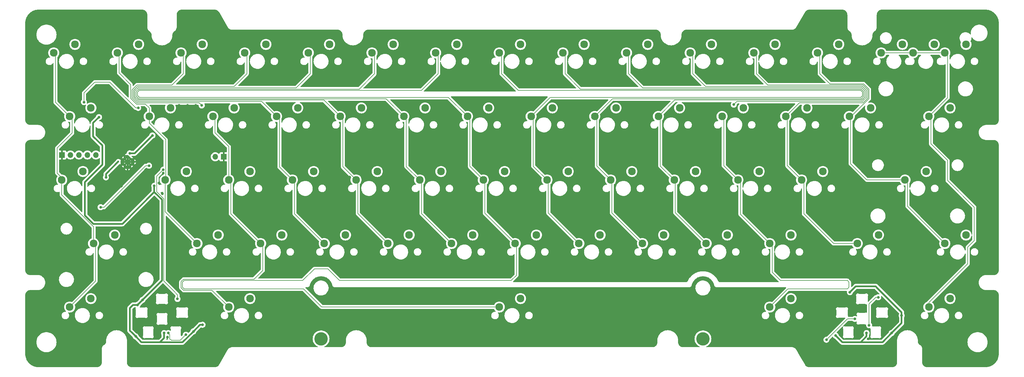
<source format=gbr>
%TF.GenerationSoftware,KiCad,Pcbnew,(7.0.0-0)*%
%TF.CreationDate,2023-06-08T00:14:41-07:00*%
%TF.ProjectId,popstar_plateless_with_flex_cuts,706f7073-7461-4725-9f70-6c6174656c65,rev?*%
%TF.SameCoordinates,Original*%
%TF.FileFunction,Copper,L1,Top*%
%TF.FilePolarity,Positive*%
%FSLAX46Y46*%
G04 Gerber Fmt 4.6, Leading zero omitted, Abs format (unit mm)*
G04 Created by KiCad (PCBNEW (7.0.0-0)) date 2023-06-08 00:14:41*
%MOMM*%
%LPD*%
G01*
G04 APERTURE LIST*
%TA.AperFunction,ComponentPad*%
%ADD10C,2.300000*%
%TD*%
%TA.AperFunction,ComponentPad*%
%ADD11C,4.000000*%
%TD*%
%TA.AperFunction,ComponentPad*%
%ADD12R,1.700000X1.700000*%
%TD*%
%TA.AperFunction,ComponentPad*%
%ADD13O,1.700000X1.700000*%
%TD*%
%TA.AperFunction,ComponentPad*%
%ADD14C,0.600000*%
%TD*%
%TA.AperFunction,ViaPad*%
%ADD15C,0.800000*%
%TD*%
%TA.AperFunction,ViaPad*%
%ADD16C,0.600000*%
%TD*%
%TA.AperFunction,Conductor*%
%ADD17C,0.500000*%
%TD*%
%TA.AperFunction,Conductor*%
%ADD18C,0.600000*%
%TD*%
%TA.AperFunction,Conductor*%
%ADD19C,0.200000*%
%TD*%
G04 APERTURE END LIST*
D10*
%TO.P,SW15,1,1*%
%TO.N,COL13*%
X294640000Y-38735000D03*
%TO.P,SW15,2,2*%
%TO.N,Net-(D26-A)*%
X300990000Y-36195000D03*
%TD*%
%TO.P,SW22,1,1*%
%TO.N,COL05*%
X142240000Y-57785000D03*
%TO.P,SW22,2,2*%
%TO.N,Net-(D32-A)*%
X148590000Y-55245000D03*
%TD*%
%TO.P,SW55,1,1*%
%TO.N,COL12*%
X304165000Y-95885000D03*
%TO.P,SW55,2,2*%
%TO.N,Net-(D65-A)*%
X310515000Y-93345000D03*
%TD*%
%TO.P,SW29,1,1*%
%TO.N,COL12*%
X275590000Y-57785000D03*
%TO.P,SW29,2,2*%
%TO.N,Net-(D39-A)*%
X281940000Y-55245000D03*
%TD*%
%TO.P,SW33,1,1*%
%TO.N,COL03*%
X108902500Y-76835000D03*
%TO.P,SW33,2,2*%
%TO.N,Net-(D43-A)*%
X115252500Y-74295000D03*
%TD*%
%TO.P,SW25,1,1*%
%TO.N,COL08*%
X199390000Y-57785000D03*
%TO.P,SW25,2,2*%
%TO.N,Net-(D35-A)*%
X205740000Y-55245000D03*
%TD*%
%TO.P,SW53,1,1*%
%TO.N,COL10*%
X251777500Y-95885000D03*
%TO.P,SW53,2,2*%
%TO.N,Net-(D63-A)*%
X258127500Y-93345000D03*
%TD*%
%TO.P,SW17,1,1*%
%TO.N,COL00*%
X42227500Y-57785000D03*
%TO.P,SW17,2,2*%
%TO.N,Net-(D27-A)*%
X48577500Y-55245000D03*
%TD*%
%TO.P,SW41,1,1*%
%TO.N,COL11*%
X261302500Y-76835000D03*
%TO.P,SW41,2,2*%
%TO.N,Net-(D51-A)*%
X267652500Y-74295000D03*
%TD*%
%TO.P,SW36,1,1*%
%TO.N,COL06*%
X166052500Y-76835000D03*
%TO.P,SW36,2,2*%
%TO.N,Net-(D46-A)*%
X172402500Y-74295000D03*
%TD*%
%TO.P,SW47,1,1*%
%TO.N,COL04*%
X137477500Y-95885000D03*
%TO.P,SW47,2,2*%
%TO.N,Net-(D57-A)*%
X143827500Y-93345000D03*
%TD*%
%TO.P,SW11,1,1*%
%TO.N,COL09*%
X208915000Y-38735000D03*
%TO.P,SW11,2,2*%
%TO.N,Net-(D22-A)*%
X215265000Y-36195000D03*
%TD*%
%TO.P,SW45,1,1*%
%TO.N,COL02*%
X99377500Y-95885000D03*
%TO.P,SW45,2,2*%
%TO.N,Net-(D55-A)*%
X105727500Y-93345000D03*
%TD*%
%TO.P,SW57,1,1*%
%TO.N,COL02*%
X89852500Y-114935000D03*
%TO.P,SW57,2,2*%
%TO.N,Net-(D67-A)*%
X96202500Y-112395000D03*
%TD*%
%TO.P,SW56,1,1*%
%TO.N,COL00*%
X42227500Y-114935000D03*
%TO.P,SW56,2,2*%
%TO.N,Net-(D66-A)*%
X48577500Y-112395000D03*
%TD*%
%TO.P,SW24,1,1*%
%TO.N,COL07*%
X180340000Y-57785000D03*
%TO.P,SW24,2,2*%
%TO.N,Net-(D34-A)*%
X186690000Y-55245000D03*
%TD*%
%TO.P,SW59,1,1*%
%TO.N,COL10*%
X251777500Y-114935000D03*
%TO.P,SW59,2,2*%
%TO.N,Net-(D69-A)*%
X258127500Y-112395000D03*
%TD*%
%TO.P,SW7,1,1*%
%TO.N,COL05*%
X132715000Y-38735000D03*
%TO.P,SW7,2,2*%
%TO.N,Net-(D18-A)*%
X139065000Y-36195000D03*
%TD*%
%TO.P,SW20,1,1*%
%TO.N,COL03*%
X104140000Y-57785000D03*
%TO.P,SW20,2,2*%
%TO.N,Net-(D30-A)*%
X110490000Y-55245000D03*
%TD*%
%TO.P,SW2,1,1*%
%TO.N,COL00*%
X37465000Y-38735000D03*
%TO.P,SW2,2,2*%
%TO.N,Net-(D13-A)*%
X43815000Y-36195000D03*
%TD*%
%TO.P,SW31,1,1*%
%TO.N,COL01*%
X70802500Y-76835000D03*
%TO.P,SW31,2,2*%
%TO.N,Net-(D41-A)*%
X77152500Y-74295000D03*
%TD*%
%TO.P,SW27,1,1*%
%TO.N,COL10*%
X237490000Y-57785000D03*
%TO.P,SW27,2,2*%
%TO.N,Net-(D37-A)*%
X243840000Y-55245000D03*
%TD*%
%TO.P,SW32,1,1*%
%TO.N,COL02*%
X89852500Y-76835000D03*
%TO.P,SW32,2,2*%
%TO.N,Net-(D42-A)*%
X96202500Y-74295000D03*
%TD*%
%TO.P,SW34,1,1*%
%TO.N,COL04*%
X127952500Y-76835000D03*
%TO.P,SW34,2,2*%
%TO.N,Net-(D44-A)*%
X134302500Y-74295000D03*
%TD*%
%TO.P,SW37,1,1*%
%TO.N,COL07*%
X185102500Y-76835000D03*
%TO.P,SW37,2,2*%
%TO.N,Net-(D47-A)*%
X191452500Y-74295000D03*
%TD*%
%TO.P,SW10,1,1*%
%TO.N,COL08*%
X189865000Y-38735000D03*
%TO.P,SW10,2,2*%
%TO.N,Net-(D21-A)*%
X196215000Y-36195000D03*
%TD*%
%TO.P,SW21,1,1*%
%TO.N,COL04*%
X123190000Y-57785000D03*
%TO.P,SW21,2,2*%
%TO.N,Net-(D31-A)*%
X129540000Y-55245000D03*
%TD*%
%TO.P,SW3,1,1*%
%TO.N,COL01*%
X56515000Y-38735000D03*
%TO.P,SW3,2,2*%
%TO.N,Net-(D14-A)*%
X62865000Y-36195000D03*
%TD*%
%TO.P,SW38,1,1*%
%TO.N,COL08*%
X204152500Y-76835000D03*
%TO.P,SW38,2,2*%
%TO.N,Net-(D48-A)*%
X210502500Y-74295000D03*
%TD*%
%TO.P,SW50,1,1*%
%TO.N,COL07*%
X194627500Y-95885000D03*
%TO.P,SW50,2,2*%
%TO.N,Net-(D60-A)*%
X200977500Y-93345000D03*
%TD*%
%TO.P,SW52,1,1*%
%TO.N,COL09*%
X232727500Y-95885000D03*
%TO.P,SW52,2,2*%
%TO.N,Net-(D62-A)*%
X239077500Y-93345000D03*
%TD*%
%TO.P,SW13,1,1*%
%TO.N,COL11*%
X247015000Y-38735000D03*
%TO.P,SW13,2,2*%
%TO.N,Net-(D24-A)*%
X253365000Y-36195000D03*
%TD*%
%TO.P,SW35,1,1*%
%TO.N,COL05*%
X147002500Y-76835000D03*
%TO.P,SW35,2,2*%
%TO.N,Net-(D45-A)*%
X153352500Y-74295000D03*
%TD*%
%TO.P,SW39,1,1*%
%TO.N,COL09*%
X223202500Y-76835000D03*
%TO.P,SW39,2,2*%
%TO.N,Net-(D49-A)*%
X229552500Y-74295000D03*
%TD*%
%TO.P,SW23,1,1*%
%TO.N,COL06*%
X161290000Y-57785000D03*
%TO.P,SW23,2,2*%
%TO.N,Net-(D33-A)*%
X167640000Y-55245000D03*
%TD*%
%TO.P,SW51,1,1*%
%TO.N,COL08*%
X213677500Y-95885000D03*
%TO.P,SW51,2,2*%
%TO.N,Net-(D61-A)*%
X220027500Y-93345000D03*
%TD*%
%TO.P,SW43,1,1*%
%TO.N,COL00*%
X49371250Y-95885000D03*
%TO.P,SW43,2,2*%
%TO.N,Net-(D53-A)*%
X55721250Y-93345000D03*
%TD*%
%TO.P,SW61,1,1*%
%TO.N,COL13*%
X304165000Y-38735000D03*
%TO.P,SW61,2,2*%
%TO.N,Net-(D71-A)*%
X310515000Y-36195000D03*
%TD*%
%TO.P,SW44,1,1*%
%TO.N,COL01*%
X80327500Y-95885000D03*
%TO.P,SW44,2,2*%
%TO.N,Net-(D54-A)*%
X86677500Y-93345000D03*
%TD*%
%TO.P,SW58,1,1*%
%TO.N,COL06*%
X170815000Y-114935000D03*
%TO.P,SW58,2,2*%
%TO.N,Net-(D68-A)*%
X177165000Y-112395000D03*
%TD*%
D11*
%TO.P,S3,*%
%TO.N,*%
X231775000Y-124460000D03*
X117475000Y-124460000D03*
%TD*%
D10*
%TO.P,SW18,1,1*%
%TO.N,COL01*%
X66040000Y-57785000D03*
%TO.P,SW18,2,2*%
%TO.N,Net-(D28-A)*%
X72390000Y-55245000D03*
%TD*%
%TO.P,SW5,1,1*%
%TO.N,COL03*%
X94615000Y-38735000D03*
%TO.P,SW5,2,2*%
%TO.N,Net-(D16-A)*%
X100965000Y-36195000D03*
%TD*%
%TO.P,SW6,1,1*%
%TO.N,COL04*%
X113665000Y-38735000D03*
%TO.P,SW6,2,2*%
%TO.N,Net-(D17-A)*%
X120015000Y-36195000D03*
%TD*%
%TO.P,SW28,1,1*%
%TO.N,COL11*%
X256540000Y-57785000D03*
%TO.P,SW28,2,2*%
%TO.N,Net-(D38-A)*%
X262890000Y-55245000D03*
%TD*%
%TO.P,SW48,1,1*%
%TO.N,COL05*%
X156527500Y-95885000D03*
%TO.P,SW48,2,2*%
%TO.N,Net-(D58-A)*%
X162877500Y-93345000D03*
%TD*%
%TO.P,SW60,1,1*%
%TO.N,COL13*%
X299402500Y-114935000D03*
%TO.P,SW60,2,2*%
%TO.N,Net-(D70-A)*%
X305752500Y-112395000D03*
%TD*%
%TO.P,SW49,1,1*%
%TO.N,COL06*%
X175577500Y-95885000D03*
%TO.P,SW49,2,2*%
%TO.N,Net-(D59-A)*%
X181927500Y-93345000D03*
%TD*%
%TO.P,SW30,1,1*%
%TO.N,COL00*%
X39846250Y-76835000D03*
%TO.P,SW30,2,2*%
%TO.N,Net-(D40-A)*%
X46196250Y-74295000D03*
%TD*%
%TO.P,SW26,1,1*%
%TO.N,COL09*%
X218440000Y-57785000D03*
%TO.P,SW26,2,2*%
%TO.N,Net-(D36-A)*%
X224790000Y-55245000D03*
%TD*%
%TO.P,SW62,1,1*%
%TO.N,COL13*%
X299402500Y-57785000D03*
%TO.P,SW62,2,2*%
%TO.N,Net-(D72-A)*%
X305752500Y-55245000D03*
%TD*%
%TO.P,SW16,1,1*%
%TO.N,COL13*%
X285115000Y-38735000D03*
%TO.P,SW16,2,2*%
%TO.N,Net-(D26-A)*%
X291465000Y-36195000D03*
%TD*%
%TO.P,SW14,1,1*%
%TO.N,COL12*%
X266065000Y-38735000D03*
%TO.P,SW14,2,2*%
%TO.N,Net-(D25-A)*%
X272415000Y-36195000D03*
%TD*%
%TO.P,SW46,1,1*%
%TO.N,COL03*%
X118427500Y-95885000D03*
%TO.P,SW46,2,2*%
%TO.N,Net-(D56-A)*%
X124777500Y-93345000D03*
%TD*%
%TO.P,SW40,1,1*%
%TO.N,COL10*%
X242252500Y-76835000D03*
%TO.P,SW40,2,2*%
%TO.N,Net-(D50-A)*%
X248602500Y-74295000D03*
%TD*%
%TO.P,SW12,1,1*%
%TO.N,COL10*%
X227965000Y-38735000D03*
%TO.P,SW12,2,2*%
%TO.N,Net-(D23-A)*%
X234315000Y-36195000D03*
%TD*%
%TO.P,SW9,1,1*%
%TO.N,COL07*%
X170815000Y-38735000D03*
%TO.P,SW9,2,2*%
%TO.N,Net-(D20-A)*%
X177165000Y-36195000D03*
%TD*%
%TO.P,SW19,1,1*%
%TO.N,COL02*%
X85090000Y-57785000D03*
%TO.P,SW19,2,2*%
%TO.N,Net-(D29-A)*%
X91440000Y-55245000D03*
%TD*%
%TO.P,SW42,1,1*%
%TO.N,COL12*%
X292258750Y-76835000D03*
%TO.P,SW42,2,2*%
%TO.N,Net-(D52-A)*%
X298608750Y-74295000D03*
%TD*%
%TO.P,SW4,1,1*%
%TO.N,COL02*%
X75565000Y-38735000D03*
%TO.P,SW4,2,2*%
%TO.N,Net-(D15-A)*%
X81915000Y-36195000D03*
%TD*%
%TO.P,SW8,1,1*%
%TO.N,COL06*%
X151765000Y-38735000D03*
%TO.P,SW8,2,2*%
%TO.N,Net-(D19-A)*%
X158115000Y-36195000D03*
%TD*%
%TO.P,SW54,1,1*%
%TO.N,COL11*%
X277971250Y-95885000D03*
%TO.P,SW54,2,2*%
%TO.N,Net-(D64-A)*%
X284321250Y-93345000D03*
%TD*%
D12*
%TO.P,J2,1,Pin_1*%
%TO.N,GND*%
X39919999Y-69341999D03*
D13*
%TO.P,J2,2,Pin_2*%
%TO.N,SWCLK*%
X42459999Y-69341999D03*
%TO.P,J2,3,Pin_3*%
%TO.N,SWD*%
X44999999Y-69341999D03*
%TO.P,J2,4,Pin_4*%
%TO.N,~{RESET}*%
X47539999Y-69341999D03*
%TO.P,J2,5,Pin_5*%
%TO.N,+3V3*%
X50079999Y-69341999D03*
%TD*%
D14*
%TO.P,U6,57,GND*%
%TO.N,GND*%
X59531250Y-73240622D03*
X60432811Y-72339061D03*
X61334372Y-71437500D03*
X58629689Y-72339061D03*
X59531250Y-71437500D03*
X60432811Y-70535939D03*
X57728128Y-71437500D03*
X58629689Y-70535939D03*
X59531250Y-69634378D03*
%TD*%
D12*
%TO.P,SW1,1,1*%
%TO.N,GND*%
X88336249Y-69874999D03*
D13*
%TO.P,SW1,2,2*%
%TO.N,/~{USB_BOOT}*%
X85796249Y-69874999D03*
%TD*%
D15*
%TO.N,+1V1*%
X53086000Y-76073000D03*
X60200000Y-68850000D03*
X67000000Y-63500000D03*
D16*
X56800000Y-71350000D03*
D15*
%TO.N,GND*%
X317220000Y-130800000D03*
X128500000Y-89000000D03*
X282000000Y-48000000D03*
X202500000Y-120500000D03*
X165000000Y-124250000D03*
X45500000Y-76500000D03*
X83250000Y-118500000D03*
X51500000Y-104500000D03*
X65000000Y-73800500D03*
X233250000Y-47500000D03*
X288500000Y-125000000D03*
X270500000Y-124750000D03*
X88500000Y-54500000D03*
X165200000Y-66850000D03*
X166500000Y-89000000D03*
X72000000Y-82000000D03*
X70250000Y-108750000D03*
X70000000Y-81000000D03*
X67750000Y-120500000D03*
X165000000Y-120000000D03*
X105500000Y-54500000D03*
X56769000Y-53594000D03*
X267000000Y-125250000D03*
X155000000Y-120000000D03*
X115000000Y-120500000D03*
X62992000Y-63881000D03*
X126000000Y-76000000D03*
X261000000Y-122400000D03*
X204500000Y-89000000D03*
X60000000Y-123750000D03*
X134500000Y-46500000D03*
X54229000Y-78105000D03*
X71500000Y-88800000D03*
X283750000Y-113750000D03*
X300000000Y-93500000D03*
X155750000Y-60000000D03*
X306250000Y-46500000D03*
X141000000Y-54500000D03*
X210000000Y-120500000D03*
X292750000Y-117500000D03*
X136000000Y-54500000D03*
X47000000Y-63000000D03*
X49500000Y-57500000D03*
X160600000Y-71100000D03*
X48750000Y-73500000D03*
X196500000Y-120000000D03*
X95000000Y-122700000D03*
X86000000Y-54500000D03*
X65405000Y-62738000D03*
X62250000Y-112250000D03*
X59250000Y-91000000D03*
X277000000Y-107250000D03*
X265750000Y-121750000D03*
X68600000Y-101400000D03*
X76500000Y-105250000D03*
X151250000Y-116750000D03*
X66000000Y-76750000D03*
X68072000Y-71755000D03*
X64250000Y-114250000D03*
X98500000Y-121700000D03*
X76750000Y-113250000D03*
X71500000Y-101400000D03*
X155000000Y-66000000D03*
X50750000Y-88500000D03*
X101500000Y-123200000D03*
X158300000Y-63400000D03*
X103000000Y-54500000D03*
X233750000Y-120500000D03*
X272750000Y-110500000D03*
X51500000Y-76000000D03*
X244500000Y-120500000D03*
X289500000Y-119750000D03*
X221000000Y-76000000D03*
X163750000Y-76000000D03*
X86000000Y-122500000D03*
X55499000Y-78105000D03*
X48750000Y-83250000D03*
X109500000Y-89000000D03*
D16*
X277250000Y-119750000D03*
X71750000Y-116250000D03*
D15*
X48500000Y-104500000D03*
X72009000Y-65532000D03*
X81250000Y-122250000D03*
X108000000Y-54500000D03*
X48250000Y-71250000D03*
X31580000Y-27610000D03*
X160700000Y-65800000D03*
X200500000Y-82000000D03*
X30860000Y-130390000D03*
X68707000Y-65532000D03*
X166700000Y-69700000D03*
X200000000Y-116750000D03*
D16*
X69500000Y-123750000D03*
D15*
X80500000Y-73500000D03*
X146000000Y-54500000D03*
X76250000Y-121750000D03*
X46000000Y-71750000D03*
X98000000Y-54500000D03*
X45000000Y-83250000D03*
X185500000Y-89000000D03*
X124500000Y-82000000D03*
X154250000Y-58500000D03*
X115000000Y-46500000D03*
X285000000Y-107750000D03*
X127500000Y-116750000D03*
X115000000Y-116750000D03*
X143500000Y-82000000D03*
X72250000Y-73750000D03*
X65000000Y-84800000D03*
X54861000Y-85675000D03*
X122000000Y-54500000D03*
X41250000Y-67000000D03*
X147750000Y-120500000D03*
X286500000Y-122000000D03*
X281250000Y-124500000D03*
X75750000Y-111250000D03*
X272750000Y-122500000D03*
X251750000Y-47250000D03*
X74250000Y-108250000D03*
X147500000Y-89000000D03*
X103500000Y-66000000D03*
X292500000Y-39750000D03*
X45000000Y-39000000D03*
X95500000Y-54500000D03*
X62750000Y-122000000D03*
X81500000Y-117000000D03*
X182750000Y-76000000D03*
X143500000Y-54500000D03*
X177000000Y-48750000D03*
X251500000Y-122400000D03*
X162500000Y-82000000D03*
X223500000Y-89000000D03*
X49000000Y-77500000D03*
X233750000Y-116750000D03*
X75000000Y-54500000D03*
X114500000Y-54500000D03*
X163650000Y-66850000D03*
X68600000Y-103500000D03*
X141500000Y-66000000D03*
X96000000Y-46500000D03*
X83250000Y-121750000D03*
X61000000Y-113000000D03*
X43250000Y-86750000D03*
X283000000Y-52500000D03*
X57699500Y-78706111D03*
X63500000Y-79000000D03*
X81500000Y-56000000D03*
X262000000Y-89000000D03*
X61750000Y-119750000D03*
X181500000Y-82000000D03*
X124500000Y-54500000D03*
X306000000Y-79750000D03*
X71500000Y-103500000D03*
X153250000Y-124250000D03*
X195750000Y-48500000D03*
X65300000Y-70400000D03*
X106750000Y-76000000D03*
X52300000Y-86200000D03*
X66480713Y-77519287D03*
X58750000Y-119750000D03*
X77500000Y-54500000D03*
X155750000Y-62500000D03*
X80000000Y-54500000D03*
X87000000Y-118750000D03*
X254000000Y-104000000D03*
X198500000Y-124250000D03*
X220000000Y-82000000D03*
X68600000Y-88800000D03*
X122500000Y-66000000D03*
X164600000Y-73100000D03*
X239500000Y-54000000D03*
X53500000Y-72250000D03*
X77000000Y-46500000D03*
X271500000Y-46750000D03*
X198500000Y-66000000D03*
X140000000Y-116750000D03*
X243000000Y-89000000D03*
X105500000Y-82000000D03*
D16*
X72000000Y-115250000D03*
D15*
X62000000Y-125750000D03*
X259000000Y-76000000D03*
X186000000Y-120000000D03*
X317480000Y-28610000D03*
X144750000Y-76000000D03*
X61800000Y-84400000D03*
X58400000Y-62411000D03*
X186000000Y-124250000D03*
X153000000Y-46500000D03*
X83500000Y-54500000D03*
X90500000Y-89000000D03*
X152750000Y-57000000D03*
X274500000Y-66000000D03*
X279250000Y-123750000D03*
X236500000Y-66000000D03*
X79500000Y-123750000D03*
X210000000Y-116750000D03*
X127000000Y-54500000D03*
X71500000Y-124000000D03*
X117000000Y-54500000D03*
X86500000Y-82000000D03*
X163500000Y-63250000D03*
X105500000Y-119250000D03*
X59400000Y-62411000D03*
X71800000Y-121400000D03*
X83000000Y-68500000D03*
X140000000Y-120500000D03*
X301500000Y-54000000D03*
X282500000Y-114750000D03*
X41000000Y-62400000D03*
X174500000Y-104000000D03*
X104100000Y-125300000D03*
X258000000Y-82000000D03*
X63500000Y-111250000D03*
X50600000Y-86200000D03*
X301000000Y-75250000D03*
X70250000Y-74750000D03*
X201750000Y-76000000D03*
X268500000Y-120250000D03*
X64135000Y-63373000D03*
X80250000Y-119750000D03*
X104500000Y-116750000D03*
X74000000Y-69500000D03*
X89500000Y-126600000D03*
X273250000Y-113750000D03*
X39800000Y-64200000D03*
X91250000Y-121700000D03*
X214250000Y-48000000D03*
X277400000Y-110500000D03*
X108750000Y-120500000D03*
X37500000Y-56250000D03*
X289000000Y-82000000D03*
X271250000Y-125750000D03*
X241250000Y-55750000D03*
X221250000Y-116750000D03*
X159500000Y-64600000D03*
X50500000Y-62000000D03*
X58000000Y-117000000D03*
X57250000Y-88250000D03*
X87800000Y-124000000D03*
X64135000Y-55372000D03*
X52451000Y-58801000D03*
X67500000Y-118250000D03*
X50750000Y-67000000D03*
X166700000Y-66850000D03*
X46000000Y-56000000D03*
X58500000Y-57000000D03*
X47250000Y-67000000D03*
X65000000Y-79800000D03*
X57200000Y-62411000D03*
X61750000Y-46500000D03*
X53500000Y-66750000D03*
X69000000Y-77750000D03*
X165200000Y-69700000D03*
X247500000Y-116750000D03*
X163600000Y-69700000D03*
X151250000Y-55500000D03*
X48000000Y-91500000D03*
X50750000Y-91500000D03*
X290000000Y-75500000D03*
X77750000Y-121250000D03*
X239000000Y-82000000D03*
X240000000Y-76000000D03*
X177500000Y-104000000D03*
X98000000Y-104000000D03*
X57750000Y-61250000D03*
X217500000Y-66000000D03*
X255500000Y-66000000D03*
X39500000Y-47000000D03*
X133500000Y-54500000D03*
%TO.N,ARGB_5V*%
X74500000Y-112500000D03*
X70250000Y-73750000D03*
%TO.N,Net-(D6-DOUT)*%
X77000000Y-123250000D03*
X277250000Y-118500000D03*
X71750000Y-122750000D03*
X268750000Y-124750000D03*
%TO.N,Net-(D11-DOUT)*%
X281500000Y-120400000D03*
X284250000Y-112000000D03*
%TO.N,ROW1*%
X62750000Y-55250000D03*
X46500000Y-53500000D03*
%TO.N,ROW2*%
X65978417Y-72554430D03*
X51500000Y-85000000D03*
%TO.N,COL02*%
X81750000Y-54500000D03*
%TO.N,COL10*%
X241000000Y-54250000D03*
%TO.N,5V*%
X79250000Y-122250000D03*
X64020145Y-112820145D03*
X51000000Y-58000000D03*
X275750000Y-110500000D03*
X271500000Y-123500000D03*
X62000000Y-123750000D03*
X67550500Y-78589075D03*
X70500000Y-122750000D03*
X82000000Y-120250000D03*
X291250000Y-117500000D03*
X280750000Y-122750000D03*
X288250000Y-122750000D03*
X62545145Y-114295145D03*
%TD*%
D17*
%TO.N,+1V1*%
X53086000Y-76073000D02*
X53086000Y-75064000D01*
X53086000Y-75064000D02*
X56800000Y-71350000D01*
X61650000Y-68850000D02*
X60200000Y-68850000D01*
X67000000Y-63500000D02*
X61650000Y-68850000D01*
D18*
%TO.N,GND*%
X58629689Y-72339061D02*
X59531250Y-73240622D01*
X57728128Y-71437500D02*
X59531250Y-71437500D01*
X61334372Y-71437500D02*
X60432811Y-70535939D01*
X58629689Y-72339061D02*
X59531250Y-71437500D01*
X60432811Y-70535939D02*
X59531250Y-69634378D01*
X58629689Y-70535939D02*
X57728128Y-71437500D01*
X60432811Y-70535939D02*
X59531250Y-71437500D01*
X58629689Y-70535939D02*
X59531250Y-71437500D01*
X60432811Y-72339061D02*
X61334372Y-71437500D01*
X59531250Y-73240622D02*
X59531250Y-71437500D01*
X59531250Y-73240622D02*
X60432811Y-72339061D01*
X57728128Y-71437500D02*
X58629689Y-72339061D01*
X61334372Y-71437500D02*
X59531250Y-71437500D01*
X59531250Y-69634378D02*
X58629689Y-70535939D01*
X60432811Y-72339061D02*
X59531250Y-71437500D01*
X59531250Y-69634378D02*
X59531250Y-71437500D01*
D17*
X80032000Y-65532000D02*
X83000000Y-68500000D01*
X72009000Y-65532000D02*
X80032000Y-65532000D01*
D19*
%TO.N,ARGB_5V*%
X73375000Y-110125000D02*
X74500000Y-111250000D01*
X68250000Y-80347500D02*
X70402500Y-82500000D01*
X70402500Y-107152500D02*
X71000000Y-107750000D01*
X74500000Y-111250000D02*
X74500000Y-112500000D01*
X68250000Y-75750000D02*
X68250000Y-80347500D01*
X70402500Y-82500000D02*
X70402500Y-107152500D01*
X71000000Y-107750000D02*
X73375000Y-110125000D01*
X70250000Y-73750000D02*
X68250000Y-75750000D01*
%TO.N,Net-(D6-DOUT)*%
X72200000Y-123200000D02*
X72200000Y-124450000D01*
X71750000Y-122750000D02*
X72200000Y-123200000D01*
X75300000Y-124950000D02*
X77000000Y-123250000D01*
X72700000Y-124950000D02*
X75300000Y-124950000D01*
X72200000Y-124450000D02*
X72700000Y-124950000D01*
X275000000Y-118500000D02*
X277250000Y-118500000D01*
X268750000Y-124750000D02*
X275000000Y-118500000D01*
%TO.N,Net-(D11-DOUT)*%
X281500000Y-120400000D02*
X281500000Y-114000000D01*
X283500000Y-112000000D02*
X284250000Y-112000000D01*
X281500000Y-114000000D02*
X283500000Y-112000000D01*
%TO.N,ROW1*%
X46500000Y-53500000D02*
X46500000Y-50750000D01*
X46500000Y-50750000D02*
X49750000Y-47500000D01*
X49750000Y-47500000D02*
X54250000Y-47500000D01*
X54250000Y-47500000D02*
X62000000Y-55250000D01*
X62000000Y-55250000D02*
X62750000Y-55250000D01*
%TO.N,ROW2*%
X52510050Y-85000000D02*
X51500000Y-85000000D01*
X64955620Y-72554430D02*
X52510050Y-85000000D01*
X65978417Y-72554430D02*
X64955620Y-72554430D01*
%TO.N,COL00*%
X38500000Y-74777818D02*
X38500000Y-67250000D01*
X39846250Y-81346250D02*
X39846250Y-76835000D01*
X49371250Y-95885000D02*
X50000000Y-96513750D01*
X39846250Y-76835000D02*
X39846250Y-76124068D01*
X38500000Y-67250000D02*
X43000000Y-62750000D01*
X37465000Y-38735000D02*
X38000000Y-39270000D01*
X39846250Y-76124068D02*
X38500000Y-74777818D01*
X50000000Y-96513750D02*
X50000000Y-107162500D01*
X43000000Y-58557500D02*
X42227500Y-57785000D01*
X43000000Y-62750000D02*
X43000000Y-58557500D01*
X38000000Y-39270000D02*
X38000000Y-53557500D01*
X49371250Y-95885000D02*
X49371250Y-90871250D01*
X50000000Y-107162500D02*
X42227500Y-114935000D01*
X49371250Y-90871250D02*
X39846250Y-81346250D01*
X38000000Y-53557500D02*
X42227500Y-57785000D01*
%TO.N,COL01*%
X60500000Y-48250000D02*
X60500000Y-52328426D01*
X57000000Y-39220000D02*
X57000000Y-44750000D01*
X66040000Y-57785000D02*
X66040000Y-59829775D01*
X57000000Y-44750000D02*
X60500000Y-48250000D01*
X70950000Y-64739775D02*
X70950000Y-76687500D01*
X70802500Y-86360000D02*
X80327500Y-95885000D01*
X62271571Y-54099998D02*
X64900002Y-54099998D01*
X70802500Y-76835000D02*
X70802500Y-86360000D01*
X66040000Y-55239996D02*
X66040000Y-57785000D01*
X64900002Y-54099998D02*
X66040000Y-55239996D01*
X56515000Y-38735000D02*
X57000000Y-39220000D01*
X70950000Y-76687500D02*
X70802500Y-76835000D01*
X66040000Y-59829775D02*
X70950000Y-64739775D01*
X60500000Y-52328426D02*
X62271571Y-54099998D01*
%TO.N,COL02*%
X89852500Y-66833750D02*
X85725000Y-62706250D01*
X84817500Y-109900000D02*
X89852500Y-114935000D01*
X76250000Y-39420000D02*
X76250000Y-45000000D01*
X62337260Y-48400000D02*
X60900002Y-49837256D01*
X89852500Y-76835000D02*
X90487500Y-77470000D01*
X100000000Y-96500000D02*
X100000000Y-104000000D01*
X62437256Y-53699998D02*
X80950000Y-53700000D01*
X60900002Y-49837256D02*
X60900000Y-52162740D01*
X76250000Y-45000000D02*
X72850000Y-48400000D01*
X90487500Y-86995000D02*
X99377500Y-95885000D01*
X100000000Y-104000000D02*
X97400000Y-106600000D01*
X99377500Y-95885000D02*
X99385000Y-95885000D01*
X80950000Y-53700000D02*
X81750000Y-54500000D01*
X76334315Y-109900000D02*
X84817500Y-109900000D01*
X75600000Y-109165686D02*
X76334315Y-109900000D01*
X75565000Y-38735000D02*
X76250000Y-39420000D01*
X99385000Y-95885000D02*
X100000000Y-96500000D01*
X60900000Y-52162740D02*
X62437256Y-53699998D01*
X75600000Y-107334315D02*
X75600000Y-109165686D01*
X72850000Y-48400000D02*
X62337260Y-48400000D01*
X90487500Y-77470000D02*
X90487500Y-86995000D01*
X85725000Y-62706250D02*
X85725000Y-58420000D01*
X85725000Y-58420000D02*
X85090000Y-57785000D01*
X97400000Y-106600000D02*
X76334314Y-106600000D01*
X76334314Y-106600000D02*
X75600000Y-107334315D01*
X89852500Y-76835000D02*
X89852500Y-66833750D01*
%TO.N,COL03*%
X95250000Y-45000000D02*
X91450000Y-48800000D01*
X62602942Y-53299999D02*
X99655000Y-53300000D01*
X62502945Y-48800000D02*
X61300001Y-50002942D01*
X108902500Y-76835000D02*
X105000000Y-72932500D01*
X91450000Y-48800000D02*
X62502945Y-48800000D01*
X61300001Y-50002942D02*
X61300000Y-51997055D01*
X94615000Y-38735000D02*
X95250000Y-39370000D01*
X95250000Y-39370000D02*
X95250000Y-45000000D01*
X105000000Y-58645000D02*
X104140000Y-57785000D01*
X99655000Y-53300000D02*
X104140000Y-57785000D01*
X109500000Y-86957500D02*
X118427500Y-95885000D01*
X61300000Y-51997055D02*
X62602942Y-53299999D01*
X109500000Y-77432500D02*
X109500000Y-86957500D01*
X108902500Y-76835000D02*
X109500000Y-77432500D01*
X105000000Y-72932500D02*
X105000000Y-58645000D01*
%TO.N,COL04*%
X114250000Y-39320000D02*
X114250000Y-45000000D01*
X128500000Y-77382500D02*
X128500000Y-86907500D01*
X113665000Y-38735000D02*
X114250000Y-39320000D01*
X118305000Y-52900000D02*
X123190000Y-57785000D01*
X114250000Y-45000000D02*
X110050000Y-49200000D01*
X127952500Y-76835000D02*
X124000000Y-72882500D01*
X127952500Y-76835000D02*
X128500000Y-77382500D01*
X62668630Y-49200000D02*
X61700000Y-50168628D01*
X128500000Y-86907500D02*
X137477500Y-95885000D01*
X124000000Y-58595000D02*
X123190000Y-57785000D01*
X62768628Y-52900000D02*
X118305000Y-52900000D01*
X61700000Y-51831370D02*
X62768628Y-52900000D01*
X124000000Y-72882500D02*
X124000000Y-58595000D01*
X110050000Y-49200000D02*
X62668630Y-49200000D01*
X61700000Y-50168628D02*
X61700000Y-51831370D01*
%TO.N,COL05*%
X147500000Y-77332500D02*
X147500000Y-86857500D01*
X136955000Y-52500000D02*
X142240000Y-57785000D01*
X147002500Y-76835000D02*
X143000000Y-72832500D01*
X133500000Y-45000000D02*
X128900000Y-49600000D01*
X147500000Y-86857500D02*
X156527500Y-95885000D01*
X128900000Y-49600000D02*
X62834315Y-49600000D01*
X62934314Y-52500000D02*
X136955000Y-52500000D01*
X62834315Y-49600000D02*
X62100000Y-50334314D01*
X62100000Y-51665685D02*
X62934314Y-52500000D01*
X62100000Y-50334314D02*
X62100000Y-51665685D01*
X132715000Y-38735000D02*
X133500000Y-39520000D01*
X147002500Y-76835000D02*
X147500000Y-77332500D01*
X143000000Y-72832500D02*
X143000000Y-58545000D01*
X143000000Y-58545000D02*
X142240000Y-57785000D01*
X133500000Y-39520000D02*
X133500000Y-45000000D01*
%TO.N,COL06*%
X117685000Y-114935000D02*
X112250000Y-109500000D01*
X63000000Y-50000000D02*
X147500000Y-50000000D01*
X123000000Y-107000000D02*
X174400000Y-107000000D01*
X112250000Y-109500000D02*
X76500000Y-109500000D01*
X166500000Y-77282500D02*
X166500000Y-86807500D01*
X63100000Y-52100000D02*
X62500000Y-51500000D01*
X176000000Y-105400000D02*
X176000000Y-96307500D01*
X166500000Y-86807500D02*
X175577500Y-95885000D01*
X76500000Y-107000000D02*
X112000000Y-107000000D01*
X119500000Y-103500000D02*
X123000000Y-107000000D01*
X112000000Y-107000000D02*
X115500000Y-103500000D01*
X152500000Y-39470000D02*
X151765000Y-38735000D01*
X162000000Y-58495000D02*
X161290000Y-57785000D01*
X76000000Y-107500000D02*
X76500000Y-107000000D01*
X166052500Y-76835000D02*
X166500000Y-77282500D01*
X76500000Y-109500000D02*
X76000000Y-109000000D01*
X176000000Y-96307500D02*
X175577500Y-95885000D01*
X166052500Y-76835000D02*
X162000000Y-72782500D01*
X174400000Y-107000000D02*
X176000000Y-105400000D01*
X152500000Y-45000000D02*
X152500000Y-39470000D01*
X161290000Y-57785000D02*
X155605000Y-52100000D01*
X155605000Y-52100000D02*
X63100000Y-52100000D01*
X170815000Y-114935000D02*
X117685000Y-114935000D01*
X147500000Y-50000000D02*
X152500000Y-45000000D01*
X62500000Y-50500000D02*
X63000000Y-50000000D01*
X162000000Y-72782500D02*
X162000000Y-58495000D01*
X76000000Y-109000000D02*
X76000000Y-107500000D01*
X115500000Y-103500000D02*
X119500000Y-103500000D01*
X62500000Y-51500000D02*
X62500000Y-50500000D01*
%TO.N,COL07*%
X171500000Y-39420000D02*
X170815000Y-38735000D01*
X185102500Y-77102500D02*
X185500000Y-77500000D01*
X185500000Y-86757500D02*
X194627500Y-95885000D01*
X180340000Y-57785000D02*
X186025000Y-52100000D01*
X185102500Y-76835000D02*
X181000000Y-72732500D01*
X185102500Y-76835000D02*
X185102500Y-77102500D01*
X171500000Y-45000000D02*
X171500000Y-39420000D01*
X176500000Y-50000000D02*
X171500000Y-45000000D01*
X181000000Y-72732500D02*
X181000000Y-58445000D01*
X181000000Y-58445000D02*
X180340000Y-57785000D01*
X279000000Y-50000000D02*
X176500000Y-50000000D01*
X185500000Y-77500000D02*
X185500000Y-86757500D01*
X186025000Y-52100000D02*
X279000000Y-52100000D01*
X279500000Y-50500000D02*
X279000000Y-50000000D01*
X279000000Y-52100000D02*
X279500000Y-51600000D01*
X279500000Y-51600000D02*
X279500000Y-50500000D01*
%TO.N,COL08*%
X190500000Y-39370000D02*
X189865000Y-38735000D01*
X190500000Y-45000000D02*
X190500000Y-39370000D01*
X279165686Y-52500000D02*
X279900000Y-51765685D01*
X279900000Y-50334314D02*
X279165685Y-49600000D01*
X195100000Y-49600000D02*
X190500000Y-45000000D01*
X204152500Y-76835000D02*
X204335000Y-76835000D01*
X279165685Y-49600000D02*
X195100000Y-49600000D01*
X200000000Y-58395000D02*
X199390000Y-57785000D01*
X204335000Y-76835000D02*
X204500000Y-77000000D01*
X204152500Y-76835000D02*
X200000000Y-72682500D01*
X204675000Y-52500000D02*
X279165686Y-52500000D01*
X204152500Y-76835000D02*
X204500000Y-77182500D01*
X279900000Y-51765685D02*
X279900000Y-50334314D01*
X200000000Y-72682500D02*
X200000000Y-58395000D01*
X204500000Y-77182500D02*
X204500000Y-86707500D01*
X199390000Y-57785000D02*
X204675000Y-52500000D01*
X204500000Y-86707500D02*
X213677500Y-95885000D01*
%TO.N,COL09*%
X280300000Y-51931370D02*
X280300000Y-50168628D01*
X209500000Y-45000000D02*
X209500000Y-39320000D01*
X223500000Y-86657500D02*
X232727500Y-95885000D01*
X219000000Y-58345000D02*
X218440000Y-57785000D01*
X219000000Y-72632500D02*
X219000000Y-58345000D01*
X218440000Y-57785000D02*
X223325000Y-52900000D01*
X279331370Y-49200000D02*
X213700000Y-49200000D01*
X279331370Y-52900000D02*
X279865685Y-52365685D01*
X223202500Y-76835000D02*
X223500000Y-77132500D01*
X279865685Y-52365685D02*
X280300000Y-51931370D01*
X279331372Y-52900000D02*
X279865685Y-52365685D01*
X223325000Y-52900000D02*
X279331370Y-52900000D01*
X280300000Y-50168628D02*
X279331370Y-49200000D01*
X209500000Y-39320000D02*
X208915000Y-38735000D01*
X213700000Y-49200000D02*
X209500000Y-45000000D01*
X223202500Y-76835000D02*
X219000000Y-72632500D01*
X223500000Y-77132500D02*
X223500000Y-86657500D01*
%TO.N,COL10*%
X243000000Y-77582500D02*
X243000000Y-87107500D01*
X242252500Y-76835000D02*
X243000000Y-77582500D01*
X252500000Y-96607500D02*
X252500000Y-104500000D01*
X238000000Y-72582500D02*
X242252500Y-76835000D01*
X228750000Y-39520000D02*
X227965000Y-38735000D01*
X242000000Y-53300000D02*
X279497056Y-53300000D01*
X255000000Y-107000000D02*
X275000000Y-107000000D01*
X275500000Y-109000000D02*
X275000000Y-109500000D01*
X279497055Y-48800000D02*
X232550000Y-48800000D01*
X280699999Y-50002942D02*
X279497055Y-48800000D01*
X257212500Y-109500000D02*
X251777500Y-114935000D01*
X243000000Y-87107500D02*
X251777500Y-95885000D01*
X228750000Y-45000000D02*
X228750000Y-39520000D01*
X238000000Y-58295000D02*
X238000000Y-72582500D01*
X280700000Y-52097055D02*
X280699999Y-50002942D01*
X275000000Y-107000000D02*
X275500000Y-107500000D01*
X241950000Y-53300000D02*
X241000000Y-54250000D01*
X232550000Y-48800000D02*
X228750000Y-45000000D01*
X237490000Y-57785000D02*
X238000000Y-58295000D01*
X279898528Y-52898528D02*
X280700000Y-52097055D01*
X252500000Y-104500000D02*
X255000000Y-107000000D01*
X242000000Y-53300000D02*
X241950000Y-53300000D01*
X251777500Y-95885000D02*
X252500000Y-96607500D01*
X279497056Y-53300000D02*
X279898528Y-52898528D01*
X275500000Y-107500000D02*
X275500000Y-109000000D01*
X275000000Y-109500000D02*
X257212500Y-109500000D01*
X279497058Y-53299999D02*
X279898528Y-52898528D01*
%TO.N,COL11*%
X281099998Y-49837256D02*
X279662740Y-48400000D01*
X257000000Y-72532500D02*
X257000000Y-58245000D01*
X281100000Y-52262740D02*
X281099998Y-49837256D01*
X247750000Y-39470000D02*
X247015000Y-38735000D01*
X279662742Y-53700000D02*
X281100000Y-52262740D01*
X279662740Y-48400000D02*
X251150000Y-48400000D01*
X270885000Y-95885000D02*
X262000000Y-87000000D01*
X262000000Y-77532500D02*
X261302500Y-76835000D01*
X247750000Y-45000000D02*
X247750000Y-39470000D01*
X261302500Y-76835000D02*
X257000000Y-72532500D01*
X262000000Y-87000000D02*
X262000000Y-77532500D01*
X251150000Y-48400000D02*
X247750000Y-45000000D01*
X260625000Y-53700000D02*
X279662742Y-53700000D01*
X257000000Y-58245000D02*
X256540000Y-57785000D01*
X277971250Y-95885000D02*
X270885000Y-95885000D01*
X256540000Y-57785000D02*
X260625000Y-53700000D01*
%TO.N,COL12*%
X266750000Y-45000000D02*
X266750000Y-39420000D01*
X292258750Y-76835000D02*
X293000000Y-77576250D01*
X276000000Y-58195000D02*
X275590000Y-57785000D01*
X293000000Y-84720000D02*
X304165000Y-95885000D01*
X269750000Y-48000000D02*
X266750000Y-45000000D01*
X266750000Y-39420000D02*
X266065000Y-38735000D01*
X276000000Y-72000000D02*
X276000000Y-58195000D01*
X275590000Y-57785000D02*
X276143427Y-57785000D01*
X279828426Y-48000000D02*
X269750000Y-48000000D01*
X292258750Y-76835000D02*
X280835000Y-76835000D01*
X281500000Y-49671574D02*
X279828426Y-48000000D01*
X280835000Y-76835000D02*
X276000000Y-72000000D01*
X281500000Y-52428427D02*
X281500000Y-49671574D01*
X276143427Y-57785000D02*
X281500000Y-52428427D01*
X293000000Y-77576250D02*
X293000000Y-84720000D01*
%TO.N,COL13*%
X294640000Y-38735000D02*
X285115000Y-38735000D01*
X299402500Y-113597500D02*
X299402500Y-114935000D01*
X313000000Y-95000000D02*
X311000000Y-97000000D01*
X305000000Y-39570000D02*
X304165000Y-38735000D01*
X304165000Y-38735000D02*
X294640000Y-38735000D01*
X305000000Y-52187500D02*
X305000000Y-39570000D01*
X313000000Y-85000000D02*
X313000000Y-95000000D01*
X299402500Y-57785000D02*
X300000000Y-58382500D01*
X311000000Y-97000000D02*
X311000000Y-102000000D01*
X300000000Y-58382500D02*
X300000000Y-66000000D01*
X305000000Y-71000000D02*
X305000000Y-77000000D01*
X305000000Y-77000000D02*
X313000000Y-85000000D01*
X300000000Y-66000000D02*
X305000000Y-71000000D01*
X311000000Y-102000000D02*
X299402500Y-113597500D01*
X299402500Y-57785000D02*
X305000000Y-52187500D01*
D17*
%TO.N,5V*%
X68250000Y-125500000D02*
X69250000Y-125500000D01*
X285500000Y-125500000D02*
X288250000Y-122750000D01*
X60875000Y-122625000D02*
X62000000Y-123750000D01*
X60250000Y-115250000D02*
X60250000Y-122000000D01*
X291250000Y-116500000D02*
X283875000Y-109125000D01*
X69250000Y-125500000D02*
X70500000Y-124250000D01*
X58000000Y-90000000D02*
X49277818Y-90000000D01*
X52000000Y-72250000D02*
X52000000Y-66500000D01*
X70500000Y-124250000D02*
X70500000Y-122750000D01*
X49277818Y-90000000D02*
X46750000Y-87472182D01*
X68250000Y-125500000D02*
X76000000Y-125500000D01*
X61204855Y-114295145D02*
X60250000Y-115250000D01*
X79250000Y-122250000D02*
X81250000Y-120250000D01*
X271500000Y-123500000D02*
X273500000Y-125500000D01*
X69852500Y-106987790D02*
X64020145Y-112820145D01*
X291250000Y-117500000D02*
X291250000Y-116500000D01*
X52000000Y-66500000D02*
X49250000Y-63750000D01*
X279000000Y-125500000D02*
X285500000Y-125500000D01*
X60875000Y-122625000D02*
X61500000Y-123250000D01*
X61500000Y-123250000D02*
X62000000Y-123750000D01*
X69852500Y-82727818D02*
X69852500Y-106987790D01*
X67550500Y-80449500D02*
X58000000Y-90000000D01*
X282000000Y-108750000D02*
X277500000Y-108750000D01*
X283875000Y-109125000D02*
X283500000Y-108750000D01*
X67550500Y-78589075D02*
X67550500Y-79500000D01*
X291250000Y-119750000D02*
X291250000Y-118750000D01*
X67550500Y-80425818D02*
X69852500Y-82727818D01*
X49250000Y-59750000D02*
X51000000Y-58000000D01*
X273500000Y-125500000D02*
X279000000Y-125500000D01*
X279000000Y-125500000D02*
X280750000Y-123750000D01*
X288250000Y-122750000D02*
X291250000Y-119750000D01*
X67550500Y-79500000D02*
X67550500Y-80425818D01*
X277500000Y-108750000D02*
X275750000Y-110500000D01*
X60250000Y-122000000D02*
X60875000Y-122625000D01*
X67550500Y-79500000D02*
X67550500Y-80449500D01*
X62545145Y-114295145D02*
X61204855Y-114295145D01*
X64020145Y-112820145D02*
X62545145Y-114295145D01*
X49250000Y-63750000D02*
X49250000Y-59750000D01*
X76000000Y-125500000D02*
X79250000Y-122250000D01*
X81250000Y-120250000D02*
X82000000Y-120250000D01*
X46750000Y-87472182D02*
X46750000Y-77500000D01*
X291250000Y-118750000D02*
X291250000Y-117500000D01*
X63750000Y-125500000D02*
X68250000Y-125500000D01*
X280750000Y-123750000D02*
X280750000Y-122750000D01*
X62000000Y-123750000D02*
X63750000Y-125500000D01*
X283500000Y-108750000D02*
X282000000Y-108750000D01*
X46750000Y-77500000D02*
X52000000Y-72250000D01*
%TD*%
%TA.AperFunction,Conductor*%
%TO.N,GND*%
G36*
X285325358Y-111636726D02*
G01*
X290463181Y-116774549D01*
X290490061Y-116814777D01*
X290499500Y-116862230D01*
X290499500Y-116965679D01*
X290482887Y-117027679D01*
X290426069Y-117126089D01*
X290426066Y-117126094D01*
X290422821Y-117131716D01*
X290420815Y-117137888D01*
X290420813Y-117137894D01*
X290366333Y-117305564D01*
X290366331Y-117305573D01*
X290364326Y-117311744D01*
X290363648Y-117318194D01*
X290363646Y-117318204D01*
X290346075Y-117485393D01*
X290344540Y-117500000D01*
X290345219Y-117506460D01*
X290363646Y-117681795D01*
X290363647Y-117681803D01*
X290364326Y-117688256D01*
X290366331Y-117694428D01*
X290366333Y-117694435D01*
X290413176Y-117838601D01*
X290422821Y-117868284D01*
X290426068Y-117873908D01*
X290426069Y-117873910D01*
X290449434Y-117914379D01*
X290480267Y-117967784D01*
X290482887Y-117972321D01*
X290499500Y-118034321D01*
X290499500Y-119387771D01*
X290490061Y-119435224D01*
X290463181Y-119475452D01*
X288097228Y-121841402D01*
X288068715Y-121862694D01*
X288035330Y-121875011D01*
X287976556Y-121887504D01*
X287976552Y-121887504D01*
X287970197Y-121888856D01*
X287964262Y-121891498D01*
X287964254Y-121891501D01*
X287803207Y-121963205D01*
X287803202Y-121963207D01*
X287797270Y-121965849D01*
X287792016Y-121969665D01*
X287792011Y-121969669D01*
X287649388Y-122073290D01*
X287649381Y-122073295D01*
X287644129Y-122077112D01*
X287639784Y-122081937D01*
X287639779Y-122081942D01*
X287521813Y-122212956D01*
X287521808Y-122212962D01*
X287517467Y-122217784D01*
X287514222Y-122223404D01*
X287514218Y-122223410D01*
X287426069Y-122376089D01*
X287426066Y-122376094D01*
X287422821Y-122381716D01*
X287420816Y-122387885D01*
X287420814Y-122387891D01*
X287367479Y-122552039D01*
X287337229Y-122601401D01*
X285225451Y-124713181D01*
X285185223Y-124740061D01*
X285137770Y-124749500D01*
X281111230Y-124749500D01*
X281054935Y-124735985D01*
X281010912Y-124698386D01*
X280988757Y-124644898D01*
X280993299Y-124587182D01*
X281023547Y-124537820D01*
X281235648Y-124325718D01*
X281249266Y-124313950D01*
X281268530Y-124299610D01*
X281300366Y-124261667D01*
X281307680Y-124253688D01*
X281308264Y-124253103D01*
X281311591Y-124249777D01*
X281330833Y-124225439D01*
X281333090Y-124222670D01*
X281374520Y-124173296D01*
X281381302Y-124165214D01*
X281384548Y-124158748D01*
X281386436Y-124155879D01*
X281386645Y-124155589D01*
X281386819Y-124155278D01*
X281388624Y-124152350D01*
X281393111Y-124146677D01*
X281424834Y-124078645D01*
X281426349Y-124075514D01*
X281460040Y-124008433D01*
X281461708Y-124001391D01*
X281462878Y-123998178D01*
X281463022Y-123997831D01*
X281463118Y-123997492D01*
X281464199Y-123994227D01*
X281467257Y-123987673D01*
X281482435Y-123914157D01*
X281483197Y-123910722D01*
X281500500Y-123837721D01*
X281500500Y-123830501D01*
X281500902Y-123827062D01*
X281500956Y-123826723D01*
X281500972Y-123826373D01*
X281501273Y-123822930D01*
X281502734Y-123815855D01*
X281500552Y-123740869D01*
X281500500Y-123737262D01*
X281500500Y-123284321D01*
X281517113Y-123222321D01*
X281577179Y-123118284D01*
X281635674Y-122938256D01*
X281655460Y-122750000D01*
X281635674Y-122561744D01*
X281577179Y-122381716D01*
X281482533Y-122217784D01*
X281449702Y-122181322D01*
X281360220Y-122081942D01*
X281360219Y-122081941D01*
X281355871Y-122077112D01*
X281350613Y-122073292D01*
X281350611Y-122073290D01*
X281207988Y-121969669D01*
X281207987Y-121969668D01*
X281202730Y-121965849D01*
X281196792Y-121963205D01*
X281035745Y-121891501D01*
X281035740Y-121891499D01*
X281029803Y-121888856D01*
X281023444Y-121887504D01*
X281023440Y-121887503D01*
X280851008Y-121850852D01*
X280851005Y-121850851D01*
X280844646Y-121849500D01*
X280655354Y-121849500D01*
X280648995Y-121850851D01*
X280648991Y-121850852D01*
X280476559Y-121887503D01*
X280476552Y-121887505D01*
X280470197Y-121888856D01*
X280464262Y-121891498D01*
X280464254Y-121891501D01*
X280303207Y-121963205D01*
X280303202Y-121963207D01*
X280297270Y-121965849D01*
X280292016Y-121969665D01*
X280292011Y-121969669D01*
X280149388Y-122073290D01*
X280149381Y-122073295D01*
X280144129Y-122077112D01*
X280139784Y-122081937D01*
X280139779Y-122081942D01*
X280021813Y-122212956D01*
X280021808Y-122212962D01*
X280017467Y-122217784D01*
X280014222Y-122223404D01*
X280014218Y-122223410D01*
X279926069Y-122376089D01*
X279926066Y-122376094D01*
X279922821Y-122381716D01*
X279920815Y-122387888D01*
X279920813Y-122387894D01*
X279866333Y-122555564D01*
X279866331Y-122555573D01*
X279864326Y-122561744D01*
X279863648Y-122568194D01*
X279863646Y-122568204D01*
X279848115Y-122715981D01*
X279844540Y-122750000D01*
X279845219Y-122756460D01*
X279863646Y-122931795D01*
X279863647Y-122931803D01*
X279864326Y-122938256D01*
X279866331Y-122944428D01*
X279866333Y-122944435D01*
X279919642Y-123108500D01*
X279922821Y-123118284D01*
X279980267Y-123217784D01*
X279982887Y-123222321D01*
X279999500Y-123284321D01*
X279999500Y-123387771D01*
X279990061Y-123435224D01*
X279963181Y-123475452D01*
X278725451Y-124713181D01*
X278685223Y-124740061D01*
X278637770Y-124749500D01*
X273862230Y-124749500D01*
X273814777Y-124740061D01*
X273774549Y-124713181D01*
X272412770Y-123351402D01*
X272382521Y-123302041D01*
X272327179Y-123131716D01*
X272232533Y-122967784D01*
X272211509Y-122944435D01*
X272110220Y-122831942D01*
X272110219Y-122831941D01*
X272105871Y-122827112D01*
X272100613Y-122823292D01*
X272100611Y-122823290D01*
X271957988Y-122719669D01*
X271957987Y-122719668D01*
X271952730Y-122715849D01*
X271896584Y-122690851D01*
X271849643Y-122654341D01*
X271825098Y-122600170D01*
X271828600Y-122540802D01*
X271859339Y-122489894D01*
X273519076Y-120830158D01*
X273580172Y-120796723D01*
X273649656Y-120801497D01*
X273705605Y-120842975D01*
X273730371Y-120908071D01*
X273716138Y-120976248D01*
X273695517Y-121014863D01*
X273695512Y-121014874D01*
X273691792Y-121021842D01*
X273689947Y-121029525D01*
X273689946Y-121029529D01*
X273663706Y-121138823D01*
X273663706Y-121138824D01*
X273661860Y-121146514D01*
X273662011Y-121154415D01*
X273662011Y-121154423D01*
X273664170Y-121266785D01*
X273664322Y-121274705D01*
X273666462Y-121282318D01*
X273666463Y-121282324D01*
X273689057Y-121362694D01*
X273699020Y-121398136D01*
X273702969Y-121404921D01*
X273702972Y-121404927D01*
X273728566Y-121448898D01*
X273733559Y-121458399D01*
X273734921Y-121461288D01*
X273737134Y-121466263D01*
X273772272Y-121550161D01*
X273777591Y-121565667D01*
X273782930Y-121585393D01*
X273786155Y-121601443D01*
X273798081Y-121691126D01*
X273798680Y-121696541D01*
X273799017Y-121700349D01*
X273799500Y-121711280D01*
X273799500Y-123288980D01*
X273799017Y-123299908D01*
X273798932Y-123300877D01*
X273798749Y-123302945D01*
X273798150Y-123308352D01*
X273786131Y-123398731D01*
X273782905Y-123414784D01*
X273777658Y-123434168D01*
X273772340Y-123449670D01*
X273736925Y-123534231D01*
X273734719Y-123539191D01*
X273733497Y-123541784D01*
X273728498Y-123551299D01*
X273703008Y-123595091D01*
X273703002Y-123595104D01*
X273699058Y-123601881D01*
X273696936Y-123609430D01*
X273696932Y-123609440D01*
X273666504Y-123717681D01*
X273666502Y-123717689D01*
X273664363Y-123725301D01*
X273664211Y-123733206D01*
X273664210Y-123733214D01*
X273662052Y-123845572D01*
X273662052Y-123845579D01*
X273661901Y-123853482D01*
X273663746Y-123861169D01*
X273663747Y-123861172D01*
X273675629Y-123910661D01*
X273691831Y-123978144D01*
X273695554Y-123985117D01*
X273695555Y-123985118D01*
X273744649Y-124077057D01*
X273752220Y-124091234D01*
X273757586Y-124097048D01*
X273757588Y-124097051D01*
X273833799Y-124179632D01*
X273833802Y-124179634D01*
X273839168Y-124185449D01*
X273947057Y-124254704D01*
X274068921Y-124294523D01*
X274196887Y-124302337D01*
X274322690Y-124277640D01*
X274376422Y-124251885D01*
X274384661Y-124248301D01*
X274390810Y-124245889D01*
X274395018Y-124244329D01*
X274463438Y-124220405D01*
X274476735Y-124216576D01*
X274495940Y-124212193D01*
X274509608Y-124209870D01*
X274581974Y-124201710D01*
X274586448Y-124201291D01*
X274592377Y-124200845D01*
X274601641Y-124200499D01*
X275998204Y-124200499D01*
X276007455Y-124200844D01*
X276013778Y-124201318D01*
X276018343Y-124201746D01*
X276090399Y-124209868D01*
X276104051Y-124212187D01*
X276123219Y-124216560D01*
X276136549Y-124220398D01*
X276205241Y-124244420D01*
X276209549Y-124246018D01*
X276211933Y-124246953D01*
X276214648Y-124248018D01*
X276222956Y-124251633D01*
X276270209Y-124274281D01*
X276270214Y-124274282D01*
X276277296Y-124277677D01*
X276403109Y-124302376D01*
X276531085Y-124294562D01*
X276652959Y-124254739D01*
X276760857Y-124185479D01*
X276847812Y-124091257D01*
X276908206Y-123978157D01*
X276938138Y-123853485D01*
X276935676Y-123725294D01*
X276900977Y-123601864D01*
X276871433Y-123551106D01*
X276866470Y-123541665D01*
X276866243Y-123541183D01*
X276865060Y-123538675D01*
X276862874Y-123533764D01*
X276827653Y-123449662D01*
X276822352Y-123434211D01*
X276817095Y-123414804D01*
X276813869Y-123398755D01*
X276801774Y-123307802D01*
X276801176Y-123302390D01*
X276800981Y-123300184D01*
X276800499Y-123289266D01*
X276800499Y-121711010D01*
X276800976Y-121700148D01*
X276801090Y-121698845D01*
X276801244Y-121697096D01*
X276801838Y-121691716D01*
X276813869Y-121601246D01*
X276817086Y-121585231D01*
X276822340Y-121565820D01*
X276827645Y-121550357D01*
X276863115Y-121465663D01*
X276865255Y-121460852D01*
X276866516Y-121458179D01*
X276871472Y-121448748D01*
X276900943Y-121398121D01*
X276935638Y-121274699D01*
X276938100Y-121146518D01*
X276908170Y-121021856D01*
X276847780Y-120908765D01*
X276842395Y-120902930D01*
X276766194Y-120820359D01*
X276766193Y-120820358D01*
X276760832Y-120814549D01*
X276740498Y-120801497D01*
X276659596Y-120749566D01*
X276659595Y-120749565D01*
X276652942Y-120745295D01*
X276645427Y-120742839D01*
X276645424Y-120742838D01*
X276559256Y-120714682D01*
X276531077Y-120705475D01*
X276523187Y-120704993D01*
X276523186Y-120704993D01*
X276411002Y-120698143D01*
X276410995Y-120698143D01*
X276403111Y-120697662D01*
X276395355Y-120699184D01*
X276395349Y-120699185D01*
X276285017Y-120720846D01*
X276285014Y-120720846D01*
X276277307Y-120722360D01*
X276270227Y-120725753D01*
X276270225Y-120725754D01*
X276223583Y-120748109D01*
X276215272Y-120751724D01*
X276209294Y-120754069D01*
X276204956Y-120755678D01*
X276136573Y-120779599D01*
X276123220Y-120783446D01*
X276104103Y-120787809D01*
X276090392Y-120790138D01*
X276017978Y-120798295D01*
X276013392Y-120798725D01*
X276007711Y-120799152D01*
X275998417Y-120799501D01*
X274601799Y-120799501D01*
X274592521Y-120799153D01*
X274588816Y-120798875D01*
X274586174Y-120798677D01*
X274581584Y-120798246D01*
X274509756Y-120790156D01*
X274496043Y-120787826D01*
X274479956Y-120784154D01*
X274476636Y-120783397D01*
X274463290Y-120779552D01*
X274395486Y-120755835D01*
X274391158Y-120754230D01*
X274384992Y-120751810D01*
X274376714Y-120748207D01*
X274329789Y-120725716D01*
X274329780Y-120725713D01*
X274322703Y-120722321D01*
X274314996Y-120720808D01*
X274314993Y-120720807D01*
X274204652Y-120699145D01*
X274204645Y-120699144D01*
X274196890Y-120697622D01*
X274189004Y-120698103D01*
X274188997Y-120698103D01*
X274076803Y-120704954D01*
X274076801Y-120704954D01*
X274068913Y-120705436D01*
X274061397Y-120707891D01*
X274061396Y-120707892D01*
X273980551Y-120734309D01*
X273947040Y-120745259D01*
X273940389Y-120749527D01*
X273940145Y-120749644D01*
X273872534Y-120760780D01*
X273809333Y-120734309D01*
X273769839Y-120678314D01*
X273766112Y-120609894D01*
X273799289Y-120549945D01*
X275212415Y-119136819D01*
X275252644Y-119109939D01*
X275300097Y-119100500D01*
X276523741Y-119100500D01*
X276574176Y-119111220D01*
X276615890Y-119141527D01*
X276639776Y-119168055D01*
X276639782Y-119168061D01*
X276644129Y-119172888D01*
X276797270Y-119284151D01*
X276970197Y-119361144D01*
X277155354Y-119400500D01*
X277338143Y-119400500D01*
X277344646Y-119400500D01*
X277529803Y-119361144D01*
X277653077Y-119306258D01*
X277713970Y-119295980D01*
X277772272Y-119316351D01*
X277813517Y-119362318D01*
X277827474Y-119422479D01*
X277810680Y-119481911D01*
X277803009Y-119495091D01*
X277803006Y-119495097D01*
X277799058Y-119501881D01*
X277796935Y-119509432D01*
X277796932Y-119509440D01*
X277766504Y-119617681D01*
X277766502Y-119617689D01*
X277764363Y-119625301D01*
X277764211Y-119633206D01*
X277764210Y-119633214D01*
X277762052Y-119745572D01*
X277762052Y-119745579D01*
X277761901Y-119753482D01*
X277763746Y-119761169D01*
X277763747Y-119761172D01*
X277775143Y-119808637D01*
X277791831Y-119878144D01*
X277795554Y-119885117D01*
X277795555Y-119885118D01*
X277841131Y-119970469D01*
X277852220Y-119991234D01*
X277857586Y-119997049D01*
X277857588Y-119997051D01*
X277933799Y-120079632D01*
X277933802Y-120079634D01*
X277939168Y-120085449D01*
X278047057Y-120154704D01*
X278168921Y-120194523D01*
X278296887Y-120202337D01*
X278422690Y-120177640D01*
X278476422Y-120151885D01*
X278484661Y-120148301D01*
X278490810Y-120145889D01*
X278495018Y-120144329D01*
X278563438Y-120120405D01*
X278576735Y-120116576D01*
X278595940Y-120112193D01*
X278609608Y-120109870D01*
X278681974Y-120101710D01*
X278686448Y-120101291D01*
X278692377Y-120100845D01*
X278701641Y-120100499D01*
X280098204Y-120100499D01*
X280107455Y-120100844D01*
X280113778Y-120101318D01*
X280118343Y-120101746D01*
X280190399Y-120109868D01*
X280204051Y-120112187D01*
X280223219Y-120116560D01*
X280236549Y-120120398D01*
X280305241Y-120144420D01*
X280309549Y-120146018D01*
X280313855Y-120147707D01*
X280314648Y-120148018D01*
X280322956Y-120151633D01*
X280370209Y-120174281D01*
X280370214Y-120174282D01*
X280377296Y-120177677D01*
X280501757Y-120202110D01*
X280556579Y-120227972D01*
X280592593Y-120276736D01*
X280601187Y-120336745D01*
X280595219Y-120393537D01*
X280594540Y-120400000D01*
X280595219Y-120406459D01*
X280595219Y-120406460D01*
X280613646Y-120581795D01*
X280613647Y-120581803D01*
X280614326Y-120588256D01*
X280616331Y-120594428D01*
X280616333Y-120594435D01*
X280670813Y-120762105D01*
X280672821Y-120768284D01*
X280676068Y-120773908D01*
X280676069Y-120773910D01*
X280753927Y-120908765D01*
X280767467Y-120932216D01*
X280771811Y-120937041D01*
X280771813Y-120937043D01*
X280884898Y-121062636D01*
X280894129Y-121072888D01*
X281047270Y-121184151D01*
X281220197Y-121261144D01*
X281405354Y-121300500D01*
X281588143Y-121300500D01*
X281594646Y-121300500D01*
X281742264Y-121269123D01*
X281803813Y-121271684D01*
X281856534Y-121303548D01*
X281887416Y-121356852D01*
X281896896Y-121390573D01*
X281896897Y-121390575D01*
X281899023Y-121398136D01*
X281902972Y-121404920D01*
X281902973Y-121404923D01*
X281928556Y-121448876D01*
X281933524Y-121458325D01*
X281934914Y-121461270D01*
X281937137Y-121466263D01*
X281938564Y-121469669D01*
X281972338Y-121550317D01*
X281977649Y-121565794D01*
X281982900Y-121585179D01*
X281986131Y-121601253D01*
X281998223Y-121692179D01*
X281998822Y-121697596D01*
X281999018Y-121699811D01*
X281999501Y-121710741D01*
X281999501Y-123288980D01*
X281999017Y-123299927D01*
X281998749Y-123302951D01*
X281998151Y-123308348D01*
X281986132Y-123398737D01*
X281982906Y-123414794D01*
X281977663Y-123434162D01*
X281972345Y-123449662D01*
X281936922Y-123534242D01*
X281934715Y-123539205D01*
X281933508Y-123541766D01*
X281928509Y-123551280D01*
X281922419Y-123561744D01*
X281899057Y-123601879D01*
X281896932Y-123609440D01*
X281896930Y-123609445D01*
X281866503Y-123717681D01*
X281866501Y-123717688D01*
X281864362Y-123725301D01*
X281864210Y-123733206D01*
X281864209Y-123733214D01*
X281862051Y-123845572D01*
X281862051Y-123845579D01*
X281861900Y-123853482D01*
X281863745Y-123861169D01*
X281863746Y-123861172D01*
X281875628Y-123910661D01*
X281891830Y-123978144D01*
X281895553Y-123985117D01*
X281895554Y-123985118D01*
X281948491Y-124084253D01*
X281952220Y-124091235D01*
X281957582Y-124097045D01*
X281957584Y-124097048D01*
X282031100Y-124176709D01*
X282039168Y-124185451D01*
X282147058Y-124254705D01*
X282268923Y-124294525D01*
X282396889Y-124302338D01*
X282522693Y-124277640D01*
X282576433Y-124251881D01*
X282584688Y-124248289D01*
X282590705Y-124245928D01*
X282594994Y-124244337D01*
X282663442Y-124220394D01*
X282676774Y-124216553D01*
X282695901Y-124212188D01*
X282709592Y-124209862D01*
X282782126Y-124201692D01*
X282786631Y-124201270D01*
X282790605Y-124200972D01*
X282792312Y-124200845D01*
X282801564Y-124200499D01*
X284198201Y-124200499D01*
X284207454Y-124200845D01*
X284208703Y-124200938D01*
X284213851Y-124201324D01*
X284218353Y-124201745D01*
X284290266Y-124209845D01*
X284303927Y-124212166D01*
X284323386Y-124216608D01*
X284336701Y-124220443D01*
X284404537Y-124244172D01*
X284408816Y-124245760D01*
X284415013Y-124248191D01*
X284423282Y-124251791D01*
X284469139Y-124273769D01*
X284477297Y-124277679D01*
X284603110Y-124302378D01*
X284731087Y-124294564D01*
X284852960Y-124254741D01*
X284960859Y-124185481D01*
X285047813Y-124091258D01*
X285108208Y-123978158D01*
X285138140Y-123853486D01*
X285135678Y-123725295D01*
X285100980Y-123601864D01*
X285071434Y-123551105D01*
X285066447Y-123541616D01*
X285066215Y-123541123D01*
X285065076Y-123538709D01*
X285062880Y-123533773D01*
X285027719Y-123449818D01*
X285022409Y-123434338D01*
X285017066Y-123414597D01*
X285013845Y-123398568D01*
X285001914Y-123308850D01*
X285001317Y-123303444D01*
X285000979Y-123299607D01*
X285000500Y-123288722D01*
X285000500Y-121711013D01*
X285000977Y-121700151D01*
X285001249Y-121697066D01*
X285001840Y-121691707D01*
X285013871Y-121601243D01*
X285017090Y-121585225D01*
X285022341Y-121565824D01*
X285027648Y-121550353D01*
X285063118Y-121465660D01*
X285065277Y-121460810D01*
X285066527Y-121458159D01*
X285071492Y-121448713D01*
X285100942Y-121398119D01*
X285135637Y-121274699D01*
X285138099Y-121146518D01*
X285108169Y-121021856D01*
X285047780Y-120908766D01*
X285042394Y-120902930D01*
X284966200Y-120820367D01*
X284966197Y-120820364D01*
X284960832Y-120814551D01*
X284852943Y-120745296D01*
X284845425Y-120742839D01*
X284845422Y-120742838D01*
X284738603Y-120707935D01*
X284738599Y-120707934D01*
X284731079Y-120705477D01*
X284723182Y-120704994D01*
X284723178Y-120704994D01*
X284611007Y-120698145D01*
X284603113Y-120697663D01*
X284595357Y-120699185D01*
X284595350Y-120699186D01*
X284485022Y-120720845D01*
X284485014Y-120720847D01*
X284477310Y-120722360D01*
X284470227Y-120725754D01*
X284470226Y-120725755D01*
X284423604Y-120748100D01*
X284415290Y-120751717D01*
X284409268Y-120754079D01*
X284404927Y-120755688D01*
X284365410Y-120769506D01*
X284336585Y-120779586D01*
X284323244Y-120783427D01*
X284304068Y-120787803D01*
X284290374Y-120790130D01*
X284218123Y-120798277D01*
X284213534Y-120798708D01*
X284207647Y-120799151D01*
X284198342Y-120799501D01*
X282801810Y-120799501D01*
X282792517Y-120799152D01*
X282786210Y-120798678D01*
X282781615Y-120798247D01*
X282709614Y-120790132D01*
X282695922Y-120787806D01*
X282689408Y-120786320D01*
X282676792Y-120783442D01*
X282663441Y-120779597D01*
X282594789Y-120755589D01*
X282590465Y-120753986D01*
X282585376Y-120751991D01*
X282577038Y-120748365D01*
X282529786Y-120725717D01*
X282529783Y-120725716D01*
X282522704Y-120722323D01*
X282485922Y-120715102D01*
X282431099Y-120689239D01*
X282395085Y-120640474D01*
X282386492Y-120580467D01*
X282405460Y-120400000D01*
X282390921Y-120261669D01*
X282386353Y-120218204D01*
X282386352Y-120218203D01*
X282385674Y-120211744D01*
X282327179Y-120031716D01*
X282232533Y-119867784D01*
X282219655Y-119853482D01*
X282132350Y-119756520D01*
X282108736Y-119717986D01*
X282100500Y-119673548D01*
X282100500Y-117703110D01*
X283597622Y-117703110D01*
X283598103Y-117710995D01*
X283598103Y-117711002D01*
X283604954Y-117823194D01*
X283605436Y-117831087D01*
X283607892Y-117838603D01*
X283642796Y-117945424D01*
X283645259Y-117952960D01*
X283649529Y-117959612D01*
X283649530Y-117959614D01*
X283710230Y-118054177D01*
X283714519Y-118060859D01*
X283720326Y-118066218D01*
X283720329Y-118066221D01*
X283802928Y-118142448D01*
X283802930Y-118142449D01*
X283808742Y-118147813D01*
X283921842Y-118208208D01*
X284046514Y-118238140D01*
X284174705Y-118235678D01*
X284298136Y-118200980D01*
X284348911Y-118171424D01*
X284358360Y-118166458D01*
X284361332Y-118165057D01*
X284366192Y-118162894D01*
X284450190Y-118127715D01*
X284465652Y-118122412D01*
X284485408Y-118117064D01*
X284501429Y-118113846D01*
X284591144Y-118101915D01*
X284596530Y-118101319D01*
X284600399Y-118100978D01*
X284611276Y-118100500D01*
X286188985Y-118100500D01*
X286199879Y-118100979D01*
X286202917Y-118101248D01*
X286208341Y-118101847D01*
X286298747Y-118113870D01*
X286314780Y-118117092D01*
X286328153Y-118120712D01*
X286334168Y-118122340D01*
X286349663Y-118127655D01*
X286434263Y-118163086D01*
X286439219Y-118165291D01*
X286441816Y-118166516D01*
X286451297Y-118171499D01*
X286461138Y-118177227D01*
X286501881Y-118200942D01*
X286509446Y-118203068D01*
X286509447Y-118203069D01*
X286577754Y-118222271D01*
X286625301Y-118235637D01*
X286633213Y-118235788D01*
X286633214Y-118235789D01*
X286635193Y-118235827D01*
X286753482Y-118238099D01*
X286878144Y-118208169D01*
X286991234Y-118147780D01*
X287085449Y-118060832D01*
X287154704Y-117952943D01*
X287194523Y-117831079D01*
X287202337Y-117703113D01*
X287177640Y-117577310D01*
X287151897Y-117523600D01*
X287148284Y-117515294D01*
X287146891Y-117511744D01*
X287145916Y-117509259D01*
X287144318Y-117504947D01*
X287120407Y-117436565D01*
X287116574Y-117423254D01*
X287112194Y-117404065D01*
X287109868Y-117390373D01*
X287109853Y-117390242D01*
X287101720Y-117318113D01*
X287101289Y-117313517D01*
X287100847Y-117307630D01*
X287100499Y-117298346D01*
X287100499Y-115901798D01*
X287100845Y-115892543D01*
X287101017Y-115890236D01*
X287101318Y-115886227D01*
X287101745Y-115881667D01*
X287109869Y-115809594D01*
X287112185Y-115795956D01*
X287116564Y-115776763D01*
X287120396Y-115763457D01*
X287144441Y-115694699D01*
X287145999Y-115690496D01*
X287148019Y-115685346D01*
X287151615Y-115677078D01*
X287177677Y-115622704D01*
X287202376Y-115496891D01*
X287194562Y-115368915D01*
X287154739Y-115247041D01*
X287144539Y-115231151D01*
X287089751Y-115145798D01*
X287089750Y-115145797D01*
X287085479Y-115139143D01*
X286991257Y-115052188D01*
X286878157Y-114991794D01*
X286870470Y-114989948D01*
X286870469Y-114989948D01*
X286761175Y-114963708D01*
X286761173Y-114963707D01*
X286753485Y-114961862D01*
X286745582Y-114962013D01*
X286745575Y-114962013D01*
X286633206Y-114964172D01*
X286633205Y-114964172D01*
X286625294Y-114964324D01*
X286617679Y-114966464D01*
X286617677Y-114966465D01*
X286509424Y-114996897D01*
X286509419Y-114996899D01*
X286501864Y-114999023D01*
X286495078Y-115002972D01*
X286495077Y-115002973D01*
X286451116Y-115028560D01*
X286441648Y-115033536D01*
X286438708Y-115034923D01*
X286433699Y-115037153D01*
X286349681Y-115072338D01*
X286334204Y-115077649D01*
X286314819Y-115082900D01*
X286298744Y-115086131D01*
X286207839Y-115098220D01*
X286202451Y-115098817D01*
X286200208Y-115099016D01*
X286189250Y-115099501D01*
X284611018Y-115099501D01*
X284600064Y-115099016D01*
X284597042Y-115098748D01*
X284591652Y-115098151D01*
X284501261Y-115086132D01*
X284485205Y-115082906D01*
X284481724Y-115081964D01*
X284465836Y-115077663D01*
X284450337Y-115072346D01*
X284382948Y-115044123D01*
X284365762Y-115036926D01*
X284360795Y-115034716D01*
X284358226Y-115033505D01*
X284348732Y-115028517D01*
X284298121Y-114999057D01*
X284265849Y-114989985D01*
X284182318Y-114966503D01*
X284182312Y-114966502D01*
X284174699Y-114964362D01*
X284166792Y-114964210D01*
X284166785Y-114964209D01*
X284054427Y-114962051D01*
X284054419Y-114962051D01*
X284046518Y-114961900D01*
X284038831Y-114963745D01*
X284038827Y-114963746D01*
X283929544Y-114989984D01*
X283929542Y-114989984D01*
X283921856Y-114991830D01*
X283914884Y-114995552D01*
X283914881Y-114995554D01*
X283815743Y-115048493D01*
X283815738Y-115048496D01*
X283808765Y-115052220D01*
X283802958Y-115057578D01*
X283802951Y-115057584D01*
X283720359Y-115133805D01*
X283720354Y-115133810D01*
X283714549Y-115139168D01*
X283710280Y-115145817D01*
X283710277Y-115145822D01*
X283649566Y-115240403D01*
X283649563Y-115240407D01*
X283645295Y-115247058D01*
X283642840Y-115254569D01*
X283642838Y-115254575D01*
X283612003Y-115348945D01*
X283605475Y-115368923D01*
X283604993Y-115376810D01*
X283604993Y-115376813D01*
X283598143Y-115488997D01*
X283598143Y-115489003D01*
X283597662Y-115496889D01*
X283599184Y-115504644D01*
X283599185Y-115504650D01*
X283620846Y-115614985D01*
X283620847Y-115614990D01*
X283622360Y-115622693D01*
X283625752Y-115629770D01*
X283625755Y-115629779D01*
X283648106Y-115676411D01*
X283651723Y-115684724D01*
X283654066Y-115690697D01*
X283655675Y-115695035D01*
X283679601Y-115763432D01*
X283683448Y-115776788D01*
X283687809Y-115795898D01*
X283690138Y-115809606D01*
X283698295Y-115882021D01*
X283698725Y-115886607D01*
X283699152Y-115892288D01*
X283699501Y-115901582D01*
X283699501Y-117298201D01*
X283699152Y-117307492D01*
X283698676Y-117313827D01*
X283698246Y-117318414D01*
X283690156Y-117390242D01*
X283687826Y-117403959D01*
X283683397Y-117423362D01*
X283679552Y-117436708D01*
X283655833Y-117504518D01*
X283654215Y-117508880D01*
X283651815Y-117514995D01*
X283648208Y-117523285D01*
X283629977Y-117561324D01*
X283622321Y-117577297D01*
X283620808Y-117585001D01*
X283620807Y-117585006D01*
X283599145Y-117695347D01*
X283599145Y-117695350D01*
X283597622Y-117703110D01*
X282100500Y-117703110D01*
X282100500Y-114300097D01*
X282109939Y-114252644D01*
X282136819Y-114212416D01*
X282496293Y-113852942D01*
X283587904Y-112761329D01*
X283637265Y-112731081D01*
X283694981Y-112726539D01*
X283748465Y-112748692D01*
X283797270Y-112784151D01*
X283970197Y-112861144D01*
X284155354Y-112900500D01*
X284338143Y-112900500D01*
X284344646Y-112900500D01*
X284529803Y-112861144D01*
X284702730Y-112784151D01*
X284855871Y-112672888D01*
X284982533Y-112532216D01*
X285077179Y-112368284D01*
X285135674Y-112188256D01*
X285155460Y-112000000D01*
X285135674Y-111811744D01*
X285119746Y-111762725D01*
X285116663Y-111697359D01*
X285147284Y-111639524D01*
X285203081Y-111605331D01*
X285268514Y-111604303D01*
X285325358Y-111636726D01*
G37*
%TD.AperFunction*%
%TA.AperFunction,Conductor*%
G36*
X71424935Y-123590991D02*
G01*
X71470197Y-123611144D01*
X71476558Y-123612496D01*
X71501281Y-123617751D01*
X71551842Y-123641327D01*
X71586950Y-123684683D01*
X71599500Y-123739041D01*
X71599500Y-124402513D01*
X71598438Y-124418698D01*
X71594318Y-124450000D01*
X71595379Y-124458059D01*
X71599500Y-124489361D01*
X71614956Y-124606762D01*
X71612922Y-124607029D01*
X71614318Y-124649694D01*
X71591076Y-124700988D01*
X71547544Y-124736713D01*
X71492701Y-124749500D01*
X71290006Y-124749500D01*
X71229574Y-124733777D01*
X71184467Y-124690597D01*
X71166124Y-124630909D01*
X71179196Y-124569849D01*
X71199043Y-124530330D01*
X71210040Y-124508433D01*
X71211708Y-124501391D01*
X71212878Y-124498178D01*
X71213022Y-124497830D01*
X71213118Y-124497492D01*
X71214199Y-124494227D01*
X71217257Y-124487673D01*
X71232450Y-124414088D01*
X71233186Y-124410771D01*
X71250500Y-124337721D01*
X71250500Y-124330489D01*
X71250900Y-124327067D01*
X71250957Y-124326714D01*
X71250972Y-124326374D01*
X71251273Y-124322931D01*
X71252734Y-124315856D01*
X71250552Y-124240870D01*
X71250500Y-124237263D01*
X71250500Y-123704271D01*
X71265527Y-123645103D01*
X71306965Y-123600276D01*
X71364772Y-123580653D01*
X71424935Y-123590991D01*
G37*
%TD.AperFunction*%
%TA.AperFunction,Conductor*%
G36*
X48443382Y-60599805D02*
G01*
X48484572Y-60644588D01*
X48499500Y-60703574D01*
X48499500Y-63686293D01*
X48498191Y-63704264D01*
X48494711Y-63728023D01*
X48495340Y-63735214D01*
X48495340Y-63735221D01*
X48499028Y-63777369D01*
X48499500Y-63788176D01*
X48499500Y-63793709D01*
X48499916Y-63797272D01*
X48499917Y-63797282D01*
X48503098Y-63824496D01*
X48503464Y-63828082D01*
X48509371Y-63895604D01*
X48509372Y-63895609D01*
X48510001Y-63902797D01*
X48512271Y-63909649D01*
X48512976Y-63913063D01*
X48513028Y-63913384D01*
X48513120Y-63913709D01*
X48513920Y-63917085D01*
X48514759Y-63924255D01*
X48540413Y-63994742D01*
X48541582Y-63998108D01*
X48562913Y-64062479D01*
X48562917Y-64062489D01*
X48565186Y-64069334D01*
X48568971Y-64075472D01*
X48570443Y-64078628D01*
X48570570Y-64078935D01*
X48570729Y-64079220D01*
X48572295Y-64082338D01*
X48574763Y-64089117D01*
X48578727Y-64095144D01*
X48578729Y-64095148D01*
X48615979Y-64151784D01*
X48617900Y-64154799D01*
X48657288Y-64218656D01*
X48662392Y-64223760D01*
X48664542Y-64226479D01*
X48664739Y-64226752D01*
X48664973Y-64227007D01*
X48667202Y-64229663D01*
X48671170Y-64235696D01*
X48676423Y-64240652D01*
X48676424Y-64240653D01*
X48725709Y-64287151D01*
X48728296Y-64289664D01*
X49980565Y-65541933D01*
X51213181Y-66774548D01*
X51240061Y-66814776D01*
X51249500Y-66862229D01*
X51249500Y-68302242D01*
X51235985Y-68358537D01*
X51198385Y-68402560D01*
X51144898Y-68424715D01*
X51087182Y-68420173D01*
X51037819Y-68389923D01*
X50955232Y-68307336D01*
X50955230Y-68307334D01*
X50951401Y-68303505D01*
X50946970Y-68300402D01*
X50946966Y-68300399D01*
X50762259Y-68171066D01*
X50762257Y-68171064D01*
X50757830Y-68167965D01*
X50752933Y-68165681D01*
X50752927Y-68165678D01*
X50548572Y-68070386D01*
X50548570Y-68070385D01*
X50543663Y-68068097D01*
X50538438Y-68066697D01*
X50538430Y-68066694D01*
X50320634Y-68008337D01*
X50320630Y-68008336D01*
X50315408Y-68006937D01*
X50310020Y-68006465D01*
X50310017Y-68006465D01*
X50085395Y-67986813D01*
X50080000Y-67986341D01*
X50074605Y-67986813D01*
X49849982Y-68006465D01*
X49849977Y-68006465D01*
X49844592Y-68006937D01*
X49839371Y-68008335D01*
X49839365Y-68008337D01*
X49621569Y-68066694D01*
X49621557Y-68066698D01*
X49616337Y-68068097D01*
X49611432Y-68070383D01*
X49611427Y-68070386D01*
X49407081Y-68165675D01*
X49407077Y-68165677D01*
X49402171Y-68167965D01*
X49397738Y-68171068D01*
X49397731Y-68171073D01*
X49213034Y-68300399D01*
X49213029Y-68300402D01*
X49208599Y-68303505D01*
X49204775Y-68307328D01*
X49204769Y-68307334D01*
X49045334Y-68466769D01*
X49045328Y-68466775D01*
X49041505Y-68470599D01*
X49038402Y-68475029D01*
X49038399Y-68475034D01*
X48911575Y-68656159D01*
X48867257Y-68695025D01*
X48810000Y-68709036D01*
X48752743Y-68695025D01*
X48708425Y-68656159D01*
X48620489Y-68530573D01*
X48578495Y-68470599D01*
X48411401Y-68303505D01*
X48406970Y-68300402D01*
X48406966Y-68300399D01*
X48222259Y-68171066D01*
X48222257Y-68171064D01*
X48217830Y-68167965D01*
X48212933Y-68165681D01*
X48212927Y-68165678D01*
X48008572Y-68070386D01*
X48008570Y-68070385D01*
X48003663Y-68068097D01*
X47998438Y-68066697D01*
X47998430Y-68066694D01*
X47780634Y-68008337D01*
X47780630Y-68008336D01*
X47775408Y-68006937D01*
X47770020Y-68006465D01*
X47770017Y-68006465D01*
X47545395Y-67986813D01*
X47540000Y-67986341D01*
X47534605Y-67986813D01*
X47309982Y-68006465D01*
X47309977Y-68006465D01*
X47304592Y-68006937D01*
X47299371Y-68008335D01*
X47299365Y-68008337D01*
X47081569Y-68066694D01*
X47081557Y-68066698D01*
X47076337Y-68068097D01*
X47071432Y-68070383D01*
X47071427Y-68070386D01*
X46867081Y-68165675D01*
X46867077Y-68165677D01*
X46862171Y-68167965D01*
X46857738Y-68171068D01*
X46857731Y-68171073D01*
X46673034Y-68300399D01*
X46673029Y-68300402D01*
X46668599Y-68303505D01*
X46664775Y-68307328D01*
X46664769Y-68307334D01*
X46505334Y-68466769D01*
X46505328Y-68466775D01*
X46501505Y-68470599D01*
X46498402Y-68475029D01*
X46498399Y-68475034D01*
X46371575Y-68656159D01*
X46327257Y-68695025D01*
X46270000Y-68709036D01*
X46212743Y-68695025D01*
X46168425Y-68656159D01*
X46080489Y-68530573D01*
X46038495Y-68470599D01*
X45871401Y-68303505D01*
X45866970Y-68300402D01*
X45866966Y-68300399D01*
X45682259Y-68171066D01*
X45682257Y-68171064D01*
X45677830Y-68167965D01*
X45672933Y-68165681D01*
X45672927Y-68165678D01*
X45468572Y-68070386D01*
X45468570Y-68070385D01*
X45463663Y-68068097D01*
X45458438Y-68066697D01*
X45458430Y-68066694D01*
X45240634Y-68008337D01*
X45240630Y-68008336D01*
X45235408Y-68006937D01*
X45230020Y-68006465D01*
X45230017Y-68006465D01*
X45005395Y-67986813D01*
X45000000Y-67986341D01*
X44994605Y-67986813D01*
X44769982Y-68006465D01*
X44769977Y-68006465D01*
X44764592Y-68006937D01*
X44759371Y-68008335D01*
X44759365Y-68008337D01*
X44541569Y-68066694D01*
X44541557Y-68066698D01*
X44536337Y-68068097D01*
X44531432Y-68070383D01*
X44531427Y-68070386D01*
X44327081Y-68165675D01*
X44327077Y-68165677D01*
X44322171Y-68167965D01*
X44317738Y-68171068D01*
X44317731Y-68171073D01*
X44133034Y-68300399D01*
X44133029Y-68300402D01*
X44128599Y-68303505D01*
X44124775Y-68307328D01*
X44124769Y-68307334D01*
X43965334Y-68466769D01*
X43965328Y-68466775D01*
X43961505Y-68470599D01*
X43958402Y-68475029D01*
X43958399Y-68475034D01*
X43831575Y-68656159D01*
X43787257Y-68695025D01*
X43730000Y-68709036D01*
X43672743Y-68695025D01*
X43628425Y-68656159D01*
X43540489Y-68530573D01*
X43498495Y-68470599D01*
X43331401Y-68303505D01*
X43326970Y-68300402D01*
X43326966Y-68300399D01*
X43142259Y-68171066D01*
X43142257Y-68171064D01*
X43137830Y-68167965D01*
X43132933Y-68165681D01*
X43132927Y-68165678D01*
X42928572Y-68070386D01*
X42928570Y-68070385D01*
X42923663Y-68068097D01*
X42918438Y-68066697D01*
X42918430Y-68066694D01*
X42700634Y-68008337D01*
X42700630Y-68008336D01*
X42695408Y-68006937D01*
X42690020Y-68006465D01*
X42690017Y-68006465D01*
X42465395Y-67986813D01*
X42460000Y-67986341D01*
X42454605Y-67986813D01*
X42229982Y-68006465D01*
X42229977Y-68006465D01*
X42224592Y-68006937D01*
X42219371Y-68008335D01*
X42219365Y-68008337D01*
X42001569Y-68066694D01*
X42001557Y-68066698D01*
X41996337Y-68068097D01*
X41991432Y-68070383D01*
X41991427Y-68070386D01*
X41787081Y-68165675D01*
X41787077Y-68165677D01*
X41782171Y-68167965D01*
X41777738Y-68171068D01*
X41777731Y-68171073D01*
X41593034Y-68300399D01*
X41593029Y-68300402D01*
X41588599Y-68303505D01*
X41584775Y-68307328D01*
X41584775Y-68307329D01*
X41466285Y-68425819D01*
X41413538Y-68457114D01*
X41352246Y-68459303D01*
X41297401Y-68431850D01*
X41262422Y-68381471D01*
X41216451Y-68258220D01*
X41208037Y-68242810D01*
X41132501Y-68141907D01*
X41120092Y-68129498D01*
X41019189Y-68053962D01*
X41003777Y-68045547D01*
X40884641Y-68001111D01*
X40869667Y-67997573D01*
X40821114Y-67992353D01*
X40814518Y-67992000D01*
X40186326Y-67992000D01*
X40173450Y-67995450D01*
X40170000Y-68008326D01*
X40170000Y-70675674D01*
X40173450Y-70688549D01*
X40186326Y-70692000D01*
X40814518Y-70692000D01*
X40821114Y-70691646D01*
X40869667Y-70686426D01*
X40884641Y-70682888D01*
X41003777Y-70638452D01*
X41019189Y-70630037D01*
X41120092Y-70554501D01*
X41132501Y-70542092D01*
X41208037Y-70441189D01*
X41216452Y-70425777D01*
X41262422Y-70302529D01*
X41297401Y-70252149D01*
X41352246Y-70224696D01*
X41413539Y-70226885D01*
X41466285Y-70258181D01*
X41588599Y-70380495D01*
X41782170Y-70516035D01*
X41996337Y-70615903D01*
X42224592Y-70677063D01*
X42460000Y-70697659D01*
X42695408Y-70677063D01*
X42923663Y-70615903D01*
X43137830Y-70516035D01*
X43331401Y-70380495D01*
X43498495Y-70213401D01*
X43628424Y-70027842D01*
X43672743Y-69988976D01*
X43730000Y-69974965D01*
X43787257Y-69988976D01*
X43831575Y-70027842D01*
X43958395Y-70208961D01*
X43958401Y-70208968D01*
X43961505Y-70213401D01*
X44128599Y-70380495D01*
X44322170Y-70516035D01*
X44536337Y-70615903D01*
X44764592Y-70677063D01*
X45000000Y-70697659D01*
X45235408Y-70677063D01*
X45463663Y-70615903D01*
X45677830Y-70516035D01*
X45871401Y-70380495D01*
X46038495Y-70213401D01*
X46168424Y-70027842D01*
X46212743Y-69988976D01*
X46270000Y-69974965D01*
X46327257Y-69988976D01*
X46371575Y-70027842D01*
X46498395Y-70208961D01*
X46498401Y-70208968D01*
X46501505Y-70213401D01*
X46668599Y-70380495D01*
X46862170Y-70516035D01*
X47076337Y-70615903D01*
X47304592Y-70677063D01*
X47540000Y-70697659D01*
X47775408Y-70677063D01*
X48003663Y-70615903D01*
X48217830Y-70516035D01*
X48411401Y-70380495D01*
X48578495Y-70213401D01*
X48708424Y-70027842D01*
X48752743Y-69988976D01*
X48810000Y-69974965D01*
X48867257Y-69988976D01*
X48911575Y-70027842D01*
X49038395Y-70208961D01*
X49038401Y-70208968D01*
X49041505Y-70213401D01*
X49208599Y-70380495D01*
X49402170Y-70516035D01*
X49616337Y-70615903D01*
X49844592Y-70677063D01*
X50080000Y-70697659D01*
X50315408Y-70677063D01*
X50543663Y-70615903D01*
X50757830Y-70516035D01*
X50951401Y-70380495D01*
X51037819Y-70294077D01*
X51087182Y-70263827D01*
X51144898Y-70259285D01*
X51198385Y-70281440D01*
X51235985Y-70325463D01*
X51249500Y-70381758D01*
X51249500Y-71887770D01*
X51240061Y-71935223D01*
X51213181Y-71975451D01*
X46264358Y-76924272D01*
X46250730Y-76936050D01*
X46237263Y-76946076D01*
X46237257Y-76946081D01*
X46231470Y-76950390D01*
X46226832Y-76955916D01*
X46226830Y-76955919D01*
X46199633Y-76988330D01*
X46192350Y-76996280D01*
X46190969Y-76997661D01*
X46190955Y-76997676D01*
X46188409Y-77000223D01*
X46186173Y-77003050D01*
X46186171Y-77003053D01*
X46169176Y-77024546D01*
X46166902Y-77027337D01*
X46123339Y-77079254D01*
X46123335Y-77079258D01*
X46118698Y-77084786D01*
X46115460Y-77091230D01*
X46113537Y-77094155D01*
X46113352Y-77094411D01*
X46113192Y-77094698D01*
X46111363Y-77097663D01*
X46106889Y-77103323D01*
X46103839Y-77109862D01*
X46103838Y-77109865D01*
X46075192Y-77171294D01*
X46073623Y-77174536D01*
X46043196Y-77235122D01*
X46043194Y-77235127D01*
X46039960Y-77241567D01*
X46038296Y-77248584D01*
X46037109Y-77251847D01*
X46036977Y-77252163D01*
X46036888Y-77252480D01*
X46035791Y-77255787D01*
X46032743Y-77262327D01*
X46031284Y-77269390D01*
X46031283Y-77269395D01*
X46017574Y-77335787D01*
X46016794Y-77339306D01*
X46001164Y-77405255D01*
X46001163Y-77405260D01*
X45999500Y-77412279D01*
X45999500Y-77419491D01*
X45999097Y-77422939D01*
X45999043Y-77423273D01*
X45999028Y-77423626D01*
X45998726Y-77427070D01*
X45997266Y-77434144D01*
X45997476Y-77441360D01*
X45997476Y-77441361D01*
X45999448Y-77509130D01*
X45999500Y-77512737D01*
X45999500Y-78547420D01*
X45980901Y-78612739D01*
X45930684Y-78658464D01*
X45863913Y-78670877D01*
X45800618Y-78646257D01*
X45759786Y-78591987D01*
X45742621Y-78547420D01*
X45696681Y-78428140D01*
X45692853Y-78421155D01*
X45598937Y-78249780D01*
X45552271Y-78164625D01*
X45516484Y-78116055D01*
X45437499Y-78008855D01*
X45374027Y-77922710D01*
X45165129Y-77706711D01*
X44985140Y-77564575D01*
X44932558Y-77523051D01*
X44932551Y-77523046D01*
X44929304Y-77520482D01*
X44925743Y-77518372D01*
X44925736Y-77518368D01*
X44674324Y-77369457D01*
X44674321Y-77369455D01*
X44670763Y-77367348D01*
X44666964Y-77365737D01*
X44666954Y-77365732D01*
X44397926Y-77251655D01*
X44397923Y-77251654D01*
X44394117Y-77250040D01*
X44390130Y-77248948D01*
X44390122Y-77248945D01*
X44108299Y-77171746D01*
X44108294Y-77171745D01*
X44104304Y-77170652D01*
X44100209Y-77170101D01*
X44100203Y-77170100D01*
X43810594Y-77131151D01*
X43810590Y-77131150D01*
X43806495Y-77130600D01*
X43581217Y-77130600D01*
X43579143Y-77130738D01*
X43579138Y-77130739D01*
X43360563Y-77145371D01*
X43360557Y-77145371D01*
X43356431Y-77145648D01*
X43352374Y-77146472D01*
X43352371Y-77146473D01*
X43066031Y-77204674D01*
X43066028Y-77204674D01*
X43061963Y-77205501D01*
X43058049Y-77206860D01*
X43058042Y-77206862D01*
X42782011Y-77302710D01*
X42782003Y-77302713D01*
X42778099Y-77304069D01*
X42774402Y-77305936D01*
X42774400Y-77305938D01*
X42513608Y-77437722D01*
X42513598Y-77437727D01*
X42509907Y-77439593D01*
X42506496Y-77441934D01*
X42506490Y-77441938D01*
X42265587Y-77607307D01*
X42265573Y-77607317D01*
X42262170Y-77609654D01*
X42259105Y-77612425D01*
X42259095Y-77612434D01*
X42042385Y-77808437D01*
X42042379Y-77808442D01*
X42039311Y-77811218D01*
X42036642Y-77814373D01*
X42036636Y-77814381D01*
X41847982Y-78037523D01*
X41847976Y-78037530D01*
X41845307Y-78040688D01*
X41843084Y-78044169D01*
X41843076Y-78044181D01*
X41685845Y-78290480D01*
X41685841Y-78290487D01*
X41683619Y-78293968D01*
X41681879Y-78297717D01*
X41681876Y-78297723D01*
X41558877Y-78562778D01*
X41558873Y-78562787D01*
X41557132Y-78566540D01*
X41555906Y-78570490D01*
X41555904Y-78570497D01*
X41477101Y-78824533D01*
X41468104Y-78853538D01*
X41467415Y-78857616D01*
X41467415Y-78857621D01*
X41420249Y-79137247D01*
X41418124Y-79149842D01*
X41417986Y-79153965D01*
X41417985Y-79153977D01*
X41408221Y-79446016D01*
X41408221Y-79446026D01*
X41408083Y-79450164D01*
X41408497Y-79454285D01*
X41408498Y-79454296D01*
X41437723Y-79744790D01*
X41438161Y-79749145D01*
X41439121Y-79753173D01*
X41439123Y-79753185D01*
X41488430Y-79960085D01*
X41507820Y-80041449D01*
X41509310Y-80045318D01*
X41509312Y-80045324D01*
X41538084Y-80120028D01*
X41615819Y-80321860D01*
X41617803Y-80325481D01*
X41617809Y-80325493D01*
X41713562Y-80500219D01*
X41760229Y-80585375D01*
X41762685Y-80588708D01*
X41762688Y-80588713D01*
X41936012Y-80823950D01*
X41938473Y-80827290D01*
X42147371Y-81043289D01*
X42302031Y-81165423D01*
X42379941Y-81226948D01*
X42379945Y-81226950D01*
X42383196Y-81229518D01*
X42386760Y-81231629D01*
X42386763Y-81231631D01*
X42513824Y-81306889D01*
X42641737Y-81382652D01*
X42645541Y-81384265D01*
X42645545Y-81384267D01*
X42648715Y-81385611D01*
X42918383Y-81499960D01*
X43208196Y-81579348D01*
X43506005Y-81619400D01*
X43729201Y-81619400D01*
X43731283Y-81619400D01*
X43956069Y-81604352D01*
X44250537Y-81544499D01*
X44534401Y-81445931D01*
X44802593Y-81310407D01*
X45050330Y-81140346D01*
X45273189Y-80938782D01*
X45467193Y-80709312D01*
X45628881Y-80456032D01*
X45755368Y-80183460D01*
X45757067Y-80177981D01*
X45757340Y-80177569D01*
X45758088Y-80175628D01*
X45758516Y-80175793D01*
X45795442Y-80120028D01*
X45858973Y-80091827D01*
X45927696Y-80102242D01*
X45980019Y-80147999D01*
X45999500Y-80214721D01*
X45999500Y-86350903D01*
X45985985Y-86407198D01*
X45948385Y-86451221D01*
X45894898Y-86473376D01*
X45837182Y-86468834D01*
X45787819Y-86438584D01*
X40483069Y-81133834D01*
X40456189Y-81093606D01*
X40446750Y-81046153D01*
X40446750Y-78455607D01*
X40456189Y-78408154D01*
X40483069Y-78367925D01*
X40523298Y-78341046D01*
X40554620Y-78328072D01*
X40597878Y-78310154D01*
X40819390Y-78174412D01*
X41016939Y-78005689D01*
X41185662Y-77808140D01*
X41321404Y-77586628D01*
X41420823Y-77346610D01*
X41481471Y-77093994D01*
X41501854Y-76835000D01*
X41481471Y-76576006D01*
X41420823Y-76323390D01*
X41321404Y-76083372D01*
X41311089Y-76066540D01*
X41188207Y-75866013D01*
X41188204Y-75866009D01*
X41185662Y-75861860D01*
X41016939Y-75664311D01*
X41013238Y-75661150D01*
X40823097Y-75498754D01*
X40823096Y-75498753D01*
X40819390Y-75495588D01*
X40815239Y-75493044D01*
X40815236Y-75493042D01*
X40602024Y-75362386D01*
X40602017Y-75362382D01*
X40597878Y-75359846D01*
X40593383Y-75357984D01*
X40593381Y-75357983D01*
X40362360Y-75262291D01*
X40357860Y-75260427D01*
X40353131Y-75259291D01*
X40353123Y-75259289D01*
X40109977Y-75200915D01*
X40109973Y-75200914D01*
X40105244Y-75199779D01*
X40100393Y-75199397D01*
X40100392Y-75199397D01*
X39851104Y-75179778D01*
X39846250Y-75179396D01*
X39841395Y-75179778D01*
X39841391Y-75179778D01*
X39814758Y-75181873D01*
X39762113Y-75174590D01*
X39717353Y-75145936D01*
X39136819Y-74565402D01*
X39109939Y-74525174D01*
X39100500Y-74477721D01*
X39100500Y-74295000D01*
X44540646Y-74295000D01*
X44541028Y-74299854D01*
X44556783Y-74500050D01*
X44561029Y-74553994D01*
X44562164Y-74558723D01*
X44562165Y-74558727D01*
X44620539Y-74801873D01*
X44620541Y-74801881D01*
X44621677Y-74806610D01*
X44623541Y-74811110D01*
X44704002Y-75005361D01*
X44721096Y-75046628D01*
X44723632Y-75050767D01*
X44723636Y-75050774D01*
X44853254Y-75262292D01*
X44856838Y-75268140D01*
X44860003Y-75271846D01*
X44860004Y-75271847D01*
X44933571Y-75357983D01*
X45025561Y-75465689D01*
X45223110Y-75634412D01*
X45227262Y-75636956D01*
X45227263Y-75636957D01*
X45424884Y-75758059D01*
X45444622Y-75770154D01*
X45684640Y-75869573D01*
X45937256Y-75930221D01*
X46196250Y-75950604D01*
X46455244Y-75930221D01*
X46707860Y-75869573D01*
X46947878Y-75770154D01*
X47169390Y-75634412D01*
X47366939Y-75465689D01*
X47535662Y-75268140D01*
X47671404Y-75046628D01*
X47770823Y-74806610D01*
X47831471Y-74553994D01*
X47851854Y-74295000D01*
X47831471Y-74036006D01*
X47770823Y-73783390D01*
X47671404Y-73543372D01*
X47649083Y-73506948D01*
X47538207Y-73326013D01*
X47538206Y-73326012D01*
X47535662Y-73321860D01*
X47366939Y-73124311D01*
X47328491Y-73091473D01*
X47173097Y-72958754D01*
X47173096Y-72958753D01*
X47169390Y-72955588D01*
X47165239Y-72953044D01*
X47165236Y-72953042D01*
X46952024Y-72822386D01*
X46952017Y-72822382D01*
X46947878Y-72819846D01*
X46943383Y-72817984D01*
X46943381Y-72817983D01*
X46712360Y-72722291D01*
X46707860Y-72720427D01*
X46703131Y-72719291D01*
X46703123Y-72719289D01*
X46459977Y-72660915D01*
X46459973Y-72660914D01*
X46455244Y-72659779D01*
X46450393Y-72659397D01*
X46450392Y-72659397D01*
X46201104Y-72639778D01*
X46196250Y-72639396D01*
X46191396Y-72639778D01*
X45942107Y-72659397D01*
X45942104Y-72659397D01*
X45937256Y-72659779D01*
X45932528Y-72660913D01*
X45932522Y-72660915D01*
X45689376Y-72719289D01*
X45689364Y-72719292D01*
X45684640Y-72720427D01*
X45680143Y-72722289D01*
X45680139Y-72722291D01*
X45449118Y-72817983D01*
X45449110Y-72817986D01*
X45444622Y-72819846D01*
X45440487Y-72822379D01*
X45440475Y-72822386D01*
X45227263Y-72953042D01*
X45227253Y-72953048D01*
X45223110Y-72955588D01*
X45219409Y-72958748D01*
X45219402Y-72958754D01*
X45029261Y-73121150D01*
X45029254Y-73121156D01*
X45025561Y-73124311D01*
X45022406Y-73128004D01*
X45022400Y-73128011D01*
X44860004Y-73318152D01*
X44859998Y-73318159D01*
X44856838Y-73321860D01*
X44854298Y-73326003D01*
X44854292Y-73326013D01*
X44723636Y-73539225D01*
X44723629Y-73539237D01*
X44721096Y-73543372D01*
X44719236Y-73547860D01*
X44719233Y-73547868D01*
X44633775Y-73754183D01*
X44621677Y-73783390D01*
X44620542Y-73788114D01*
X44620539Y-73788126D01*
X44562165Y-74031272D01*
X44562163Y-74031278D01*
X44561029Y-74036006D01*
X44560647Y-74040854D01*
X44560647Y-74040857D01*
X44556665Y-74091452D01*
X44540646Y-74295000D01*
X39100500Y-74295000D01*
X39100500Y-70816000D01*
X39117113Y-70754000D01*
X39162500Y-70708613D01*
X39224500Y-70692000D01*
X39653674Y-70692000D01*
X39666549Y-70688549D01*
X39670000Y-70675674D01*
X39670000Y-68008326D01*
X39666549Y-67995450D01*
X39653674Y-67992000D01*
X39224500Y-67992000D01*
X39162500Y-67975387D01*
X39117113Y-67930000D01*
X39100500Y-67868000D01*
X39100500Y-67550097D01*
X39109939Y-67502644D01*
X39136819Y-67462416D01*
X40198716Y-66400519D01*
X43391044Y-63208189D01*
X43403222Y-63197510D01*
X43428282Y-63178282D01*
X43524536Y-63052841D01*
X43585044Y-62906762D01*
X43600500Y-62789361D01*
X43605682Y-62750000D01*
X43601561Y-62718698D01*
X43600500Y-62702513D01*
X43600500Y-60835779D01*
X43614778Y-60778012D01*
X43654323Y-60733548D01*
X43710028Y-60712626D01*
X43769067Y-60720065D01*
X43817842Y-60754150D01*
X43845122Y-60807034D01*
X43875336Y-60933821D01*
X43889070Y-60991449D01*
X43890560Y-60995318D01*
X43890562Y-60995324D01*
X43919721Y-61071033D01*
X43997069Y-61271860D01*
X43999053Y-61275481D01*
X43999059Y-61275493D01*
X44094812Y-61450219D01*
X44141479Y-61535375D01*
X44143935Y-61538708D01*
X44143938Y-61538713D01*
X44292726Y-61740649D01*
X44319723Y-61777290D01*
X44528621Y-61993289D01*
X44651526Y-62090346D01*
X44761191Y-62176948D01*
X44761195Y-62176950D01*
X44764446Y-62179518D01*
X45022987Y-62332652D01*
X45026791Y-62334265D01*
X45026795Y-62334267D01*
X45131690Y-62378746D01*
X45299633Y-62449960D01*
X45589446Y-62529348D01*
X45887255Y-62569400D01*
X46110451Y-62569400D01*
X46112533Y-62569400D01*
X46337319Y-62554352D01*
X46631787Y-62494499D01*
X46915651Y-62395931D01*
X47183843Y-62260407D01*
X47431580Y-62090346D01*
X47654439Y-61888782D01*
X47848443Y-61659312D01*
X48010131Y-61406032D01*
X48136618Y-61133460D01*
X48225646Y-60846462D01*
X48253227Y-60682948D01*
X48277758Y-60627268D01*
X48325823Y-60589960D01*
X48385848Y-60580007D01*
X48443382Y-60599805D01*
G37*
%TD.AperFunction*%
%TA.AperFunction,Conductor*%
G36*
X70142538Y-80393667D02*
G01*
X70186117Y-80438830D01*
X70202000Y-80499548D01*
X70202000Y-81150903D01*
X70188485Y-81207198D01*
X70150885Y-81251221D01*
X70097398Y-81273376D01*
X70039682Y-81268834D01*
X69990319Y-81238584D01*
X69463916Y-80712181D01*
X69433666Y-80662818D01*
X69429124Y-80605102D01*
X69451279Y-80551615D01*
X69495302Y-80514015D01*
X69551597Y-80500500D01*
X69583164Y-80500500D01*
X69586118Y-80500500D01*
X69746471Y-80485188D01*
X69952709Y-80424631D01*
X70021179Y-80389332D01*
X70082426Y-80375627D01*
X70142538Y-80393667D01*
G37*
%TD.AperFunction*%
%TA.AperFunction,Conductor*%
G36*
X70298385Y-74698779D02*
G01*
X70335985Y-74742802D01*
X70349500Y-74799097D01*
X70349500Y-75153296D01*
X70340061Y-75200749D01*
X70313181Y-75240977D01*
X70272953Y-75267856D01*
X70263320Y-75271847D01*
X70055368Y-75357983D01*
X70055360Y-75357986D01*
X70050872Y-75359846D01*
X70046737Y-75362379D01*
X70046725Y-75362386D01*
X69833513Y-75493042D01*
X69833503Y-75493048D01*
X69829360Y-75495588D01*
X69825659Y-75498748D01*
X69825652Y-75498754D01*
X69635511Y-75661150D01*
X69635504Y-75661156D01*
X69631811Y-75664311D01*
X69628656Y-75668004D01*
X69628650Y-75668011D01*
X69466254Y-75858152D01*
X69466250Y-75858158D01*
X69463088Y-75861860D01*
X69460548Y-75866003D01*
X69460542Y-75866013D01*
X69329886Y-76079225D01*
X69329879Y-76079237D01*
X69327346Y-76083372D01*
X69325486Y-76087860D01*
X69325483Y-76087868D01*
X69251104Y-76267435D01*
X69227927Y-76323390D01*
X69226792Y-76328114D01*
X69226789Y-76328126D01*
X69168415Y-76571272D01*
X69168413Y-76571278D01*
X69167279Y-76576006D01*
X69146896Y-76835000D01*
X69147278Y-76839854D01*
X69161924Y-77025959D01*
X69167279Y-77093994D01*
X69168414Y-77098723D01*
X69168415Y-77098727D01*
X69226789Y-77341873D01*
X69226791Y-77341881D01*
X69227927Y-77346610D01*
X69229791Y-77351110D01*
X69325481Y-77582127D01*
X69327346Y-77586628D01*
X69329882Y-77590767D01*
X69329886Y-77590774D01*
X69454500Y-77794126D01*
X69463088Y-77808140D01*
X69466253Y-77811846D01*
X69466254Y-77811847D01*
X69624790Y-77997468D01*
X69631811Y-78005689D01*
X69635511Y-78008849D01*
X69661692Y-78031210D01*
X69696452Y-78079853D01*
X69704411Y-78139107D01*
X69683718Y-78195199D01*
X69639183Y-78235087D01*
X69581160Y-78249500D01*
X69478882Y-78249500D01*
X69475953Y-78249779D01*
X69475946Y-78249780D01*
X69324409Y-78264250D01*
X69324403Y-78264251D01*
X69318529Y-78264812D01*
X69312859Y-78266476D01*
X69312858Y-78266477D01*
X69117953Y-78323706D01*
X69117948Y-78323707D01*
X69112291Y-78325369D01*
X69107054Y-78328068D01*
X69107046Y-78328072D01*
X69031320Y-78367112D01*
X68970074Y-78380817D01*
X68909962Y-78362777D01*
X68866383Y-78317614D01*
X68850500Y-78256896D01*
X68850500Y-76050097D01*
X68859939Y-76002644D01*
X68886819Y-75962416D01*
X70137819Y-74711416D01*
X70187182Y-74681166D01*
X70244898Y-74676624D01*
X70298385Y-74698779D01*
G37*
%TD.AperFunction*%
%TA.AperFunction,Conductor*%
G36*
X85655874Y-25775792D02*
G01*
X85669159Y-25776787D01*
X85691239Y-25778443D01*
X85692624Y-25778555D01*
X85882180Y-25795098D01*
X85898978Y-25797735D01*
X85984310Y-25817214D01*
X85988623Y-25818284D01*
X86120546Y-25853638D01*
X86133726Y-25857975D01*
X86223159Y-25893079D01*
X86230245Y-25896119D01*
X86346871Y-25950508D01*
X86356449Y-25955494D01*
X86441270Y-26004469D01*
X86441289Y-26004480D01*
X86450411Y-26010291D01*
X86555852Y-26084128D01*
X86562001Y-26088726D01*
X86637109Y-26148627D01*
X86647465Y-26157882D01*
X86742316Y-26252741D01*
X86743973Y-26254398D01*
X86747154Y-26257701D01*
X86806620Y-26321795D01*
X86806665Y-26321843D01*
X86817339Y-26335060D01*
X86923932Y-26487302D01*
X86924726Y-26488451D01*
X86947694Y-26522141D01*
X86952607Y-26529961D01*
X89547702Y-31024799D01*
X89547702Y-31024800D01*
X89547709Y-31024813D01*
X89547739Y-31024868D01*
X89547741Y-31024867D01*
X89547952Y-31025233D01*
X89547942Y-31025239D01*
X89548002Y-31025343D01*
X89548003Y-31025345D01*
X89601845Y-31118602D01*
X89601848Y-31118607D01*
X89604166Y-31122621D01*
X89744386Y-31298451D01*
X89909246Y-31451418D01*
X90095064Y-31578105D01*
X90099251Y-31580121D01*
X90099254Y-31580123D01*
X90293503Y-31673667D01*
X90293507Y-31673668D01*
X90297688Y-31675682D01*
X90512593Y-31741968D01*
X90734976Y-31775484D01*
X90847424Y-31775483D01*
X90847924Y-31775483D01*
X122395078Y-31775482D01*
X122403923Y-31775798D01*
X122408988Y-31776160D01*
X122468522Y-31780418D01*
X122468919Y-31780448D01*
X122612040Y-31791720D01*
X122628632Y-31794166D01*
X122717501Y-31813499D01*
X122719890Y-31814045D01*
X122832163Y-31840999D01*
X122846529Y-31845386D01*
X122936869Y-31879080D01*
X122940938Y-31880681D01*
X123001455Y-31905748D01*
X123042408Y-31922712D01*
X123054381Y-31928441D01*
X123140842Y-31975652D01*
X123146204Y-31978756D01*
X123146813Y-31979129D01*
X123238053Y-32035040D01*
X123247558Y-32041491D01*
X123327207Y-32101115D01*
X123333399Y-32106068D01*
X123383635Y-32148973D01*
X123414693Y-32175499D01*
X123421842Y-32182108D01*
X123492383Y-32252649D01*
X123498991Y-32259797D01*
X123524814Y-32290031D01*
X123568418Y-32341084D01*
X123573379Y-32347286D01*
X123632999Y-32426928D01*
X123639458Y-32436446D01*
X123695349Y-32527650D01*
X123695724Y-32528261D01*
X123698823Y-32533616D01*
X123712477Y-32558620D01*
X123746060Y-32620122D01*
X123751789Y-32632096D01*
X123793804Y-32733528D01*
X123795424Y-32737646D01*
X123829104Y-32827941D01*
X123833497Y-32842328D01*
X123860436Y-32954534D01*
X123861028Y-32957124D01*
X123880324Y-33045825D01*
X123882776Y-33062453D01*
X123894124Y-33206621D01*
X123894190Y-33207502D01*
X123898690Y-33270399D01*
X123899006Y-33279248D01*
X123899006Y-33384463D01*
X123899000Y-33384508D01*
X123898994Y-33384508D01*
X123898994Y-33552612D01*
X123899356Y-33555949D01*
X123899357Y-33555950D01*
X123934981Y-33883503D01*
X123934983Y-33883520D01*
X123935346Y-33886850D01*
X123936067Y-33890127D01*
X123936069Y-33890137D01*
X124006897Y-34211911D01*
X124006899Y-34211919D01*
X124007621Y-34215198D01*
X124008690Y-34218370D01*
X124008694Y-34218385D01*
X124097734Y-34482643D01*
X124114974Y-34533807D01*
X124116382Y-34536852D01*
X124116384Y-34536855D01*
X124254732Y-34835888D01*
X124254733Y-34835889D01*
X124256145Y-34838941D01*
X124429479Y-35127023D01*
X124431507Y-35129691D01*
X124431514Y-35129701D01*
X124561006Y-35300044D01*
X124632944Y-35394676D01*
X124635252Y-35397112D01*
X124635255Y-35397116D01*
X124861845Y-35636324D01*
X124861850Y-35636329D01*
X124864155Y-35638762D01*
X124866710Y-35640932D01*
X124866713Y-35640935D01*
X124991535Y-35746960D01*
X125120400Y-35856419D01*
X125155526Y-35880235D01*
X125395786Y-36043135D01*
X125398676Y-36045094D01*
X125435280Y-36064500D01*
X125692744Y-36200999D01*
X125695721Y-36202577D01*
X126008051Y-36327020D01*
X126332005Y-36416966D01*
X126663784Y-36471358D01*
X126999499Y-36489560D01*
X127335215Y-36471358D01*
X127666994Y-36416966D01*
X127990948Y-36327021D01*
X128303278Y-36202577D01*
X128317570Y-36195000D01*
X137409396Y-36195000D01*
X137409778Y-36199854D01*
X137428938Y-36443316D01*
X137429779Y-36453994D01*
X137430914Y-36458723D01*
X137430915Y-36458727D01*
X137489289Y-36701873D01*
X137489291Y-36701881D01*
X137490427Y-36706610D01*
X137589846Y-36946628D01*
X137592382Y-36950767D01*
X137592386Y-36950774D01*
X137723042Y-37163986D01*
X137725588Y-37168140D01*
X137894311Y-37365689D01*
X138091860Y-37534412D01*
X138313372Y-37670154D01*
X138553390Y-37769573D01*
X138806006Y-37830221D01*
X139065000Y-37850604D01*
X139323994Y-37830221D01*
X139576610Y-37769573D01*
X139816628Y-37670154D01*
X140038140Y-37534412D01*
X140235689Y-37365689D01*
X140404412Y-37168140D01*
X140540154Y-36946628D01*
X140639573Y-36706610D01*
X140700221Y-36453994D01*
X140720604Y-36195000D01*
X156459396Y-36195000D01*
X156459778Y-36199854D01*
X156478938Y-36443316D01*
X156479779Y-36453994D01*
X156480914Y-36458723D01*
X156480915Y-36458727D01*
X156539289Y-36701873D01*
X156539291Y-36701881D01*
X156540427Y-36706610D01*
X156639846Y-36946628D01*
X156642382Y-36950767D01*
X156642386Y-36950774D01*
X156773042Y-37163986D01*
X156775588Y-37168140D01*
X156944311Y-37365689D01*
X157141860Y-37534412D01*
X157363372Y-37670154D01*
X157603390Y-37769573D01*
X157856006Y-37830221D01*
X158115000Y-37850604D01*
X158373994Y-37830221D01*
X158626610Y-37769573D01*
X158866628Y-37670154D01*
X159088140Y-37534412D01*
X159285689Y-37365689D01*
X159454412Y-37168140D01*
X159590154Y-36946628D01*
X159689573Y-36706610D01*
X159750221Y-36453994D01*
X159770604Y-36195000D01*
X175509396Y-36195000D01*
X175509778Y-36199854D01*
X175528938Y-36443316D01*
X175529779Y-36453994D01*
X175530914Y-36458723D01*
X175530915Y-36458727D01*
X175589289Y-36701873D01*
X175589291Y-36701881D01*
X175590427Y-36706610D01*
X175689846Y-36946628D01*
X175692382Y-36950767D01*
X175692386Y-36950774D01*
X175823042Y-37163986D01*
X175825588Y-37168140D01*
X175994311Y-37365689D01*
X176191860Y-37534412D01*
X176413372Y-37670154D01*
X176653390Y-37769573D01*
X176906006Y-37830221D01*
X177165000Y-37850604D01*
X177423994Y-37830221D01*
X177676610Y-37769573D01*
X177916628Y-37670154D01*
X178138140Y-37534412D01*
X178335689Y-37365689D01*
X178504412Y-37168140D01*
X178640154Y-36946628D01*
X178739573Y-36706610D01*
X178800221Y-36453994D01*
X178820604Y-36195000D01*
X194559396Y-36195000D01*
X194559778Y-36199854D01*
X194578938Y-36443316D01*
X194579779Y-36453994D01*
X194580914Y-36458723D01*
X194580915Y-36458727D01*
X194639289Y-36701873D01*
X194639291Y-36701881D01*
X194640427Y-36706610D01*
X194739846Y-36946628D01*
X194742382Y-36950767D01*
X194742386Y-36950774D01*
X194873042Y-37163986D01*
X194875588Y-37168140D01*
X195044311Y-37365689D01*
X195241860Y-37534412D01*
X195463372Y-37670154D01*
X195703390Y-37769573D01*
X195956006Y-37830221D01*
X196215000Y-37850604D01*
X196473994Y-37830221D01*
X196726610Y-37769573D01*
X196966628Y-37670154D01*
X197188140Y-37534412D01*
X197385689Y-37365689D01*
X197554412Y-37168140D01*
X197690154Y-36946628D01*
X197789573Y-36706610D01*
X197850221Y-36453994D01*
X197870604Y-36195000D01*
X213609396Y-36195000D01*
X213609778Y-36199854D01*
X213628938Y-36443316D01*
X213629779Y-36453994D01*
X213630914Y-36458723D01*
X213630915Y-36458727D01*
X213689289Y-36701873D01*
X213689291Y-36701881D01*
X213690427Y-36706610D01*
X213789846Y-36946628D01*
X213792382Y-36950767D01*
X213792386Y-36950774D01*
X213923042Y-37163986D01*
X213925588Y-37168140D01*
X214094311Y-37365689D01*
X214291860Y-37534412D01*
X214513372Y-37670154D01*
X214753390Y-37769573D01*
X215006006Y-37830221D01*
X215265000Y-37850604D01*
X215523994Y-37830221D01*
X215776610Y-37769573D01*
X216016628Y-37670154D01*
X216238140Y-37534412D01*
X216435689Y-37365689D01*
X216604412Y-37168140D01*
X216740154Y-36946628D01*
X216839573Y-36706610D01*
X216900221Y-36453994D01*
X216920604Y-36195000D01*
X216900221Y-35936006D01*
X216839573Y-35683390D01*
X216740154Y-35443372D01*
X216711808Y-35397116D01*
X216606957Y-35226013D01*
X216606956Y-35226012D01*
X216604412Y-35221860D01*
X216435689Y-35024311D01*
X216342002Y-34944295D01*
X216241847Y-34858754D01*
X216241846Y-34858753D01*
X216238140Y-34855588D01*
X216233989Y-34853044D01*
X216233986Y-34853042D01*
X216020774Y-34722386D01*
X216020767Y-34722382D01*
X216016628Y-34719846D01*
X216012133Y-34717984D01*
X216012131Y-34717983D01*
X215781110Y-34622291D01*
X215776610Y-34620427D01*
X215771881Y-34619291D01*
X215771873Y-34619289D01*
X215528727Y-34560915D01*
X215528723Y-34560914D01*
X215523994Y-34559779D01*
X215519143Y-34559397D01*
X215519142Y-34559397D01*
X215269854Y-34539778D01*
X215265000Y-34539396D01*
X215260146Y-34539778D01*
X215010857Y-34559397D01*
X215010854Y-34559397D01*
X215006006Y-34559779D01*
X215001278Y-34560913D01*
X215001272Y-34560915D01*
X214758126Y-34619289D01*
X214758114Y-34619292D01*
X214753390Y-34620427D01*
X214748893Y-34622289D01*
X214748889Y-34622291D01*
X214517868Y-34717983D01*
X214517860Y-34717986D01*
X214513372Y-34719846D01*
X214509237Y-34722379D01*
X214509225Y-34722386D01*
X214296013Y-34853042D01*
X214296003Y-34853048D01*
X214291860Y-34855588D01*
X214288159Y-34858748D01*
X214288152Y-34858754D01*
X214098011Y-35021150D01*
X214098004Y-35021156D01*
X214094311Y-35024311D01*
X214091156Y-35028004D01*
X214091150Y-35028011D01*
X213928754Y-35218152D01*
X213928748Y-35218159D01*
X213925588Y-35221860D01*
X213923048Y-35226003D01*
X213923042Y-35226013D01*
X213792386Y-35439225D01*
X213792379Y-35439237D01*
X213789846Y-35443372D01*
X213787986Y-35447860D01*
X213787983Y-35447868D01*
X213692291Y-35678889D01*
X213690427Y-35683390D01*
X213689292Y-35688114D01*
X213689289Y-35688126D01*
X213630915Y-35931272D01*
X213630913Y-35931278D01*
X213629779Y-35936006D01*
X213629397Y-35940854D01*
X213629397Y-35940857D01*
X213612477Y-36155851D01*
X213609396Y-36195000D01*
X197870604Y-36195000D01*
X197850221Y-35936006D01*
X197789573Y-35683390D01*
X197690154Y-35443372D01*
X197661808Y-35397116D01*
X197556957Y-35226013D01*
X197556956Y-35226012D01*
X197554412Y-35221860D01*
X197385689Y-35024311D01*
X197292002Y-34944295D01*
X197191847Y-34858754D01*
X197191846Y-34858753D01*
X197188140Y-34855588D01*
X197183989Y-34853044D01*
X197183986Y-34853042D01*
X196970774Y-34722386D01*
X196970767Y-34722382D01*
X196966628Y-34719846D01*
X196962133Y-34717984D01*
X196962131Y-34717983D01*
X196731110Y-34622291D01*
X196726610Y-34620427D01*
X196721881Y-34619291D01*
X196721873Y-34619289D01*
X196478727Y-34560915D01*
X196478723Y-34560914D01*
X196473994Y-34559779D01*
X196469143Y-34559397D01*
X196469142Y-34559397D01*
X196219854Y-34539778D01*
X196215000Y-34539396D01*
X196210146Y-34539778D01*
X195960857Y-34559397D01*
X195960854Y-34559397D01*
X195956006Y-34559779D01*
X195951278Y-34560913D01*
X195951272Y-34560915D01*
X195708126Y-34619289D01*
X195708114Y-34619292D01*
X195703390Y-34620427D01*
X195698893Y-34622289D01*
X195698889Y-34622291D01*
X195467868Y-34717983D01*
X195467860Y-34717986D01*
X195463372Y-34719846D01*
X195459237Y-34722379D01*
X195459225Y-34722386D01*
X195246013Y-34853042D01*
X195246003Y-34853048D01*
X195241860Y-34855588D01*
X195238159Y-34858748D01*
X195238152Y-34858754D01*
X195048011Y-35021150D01*
X195048004Y-35021156D01*
X195044311Y-35024311D01*
X195041156Y-35028004D01*
X195041150Y-35028011D01*
X194878754Y-35218152D01*
X194878748Y-35218159D01*
X194875588Y-35221860D01*
X194873048Y-35226003D01*
X194873042Y-35226013D01*
X194742386Y-35439225D01*
X194742379Y-35439237D01*
X194739846Y-35443372D01*
X194737986Y-35447860D01*
X194737983Y-35447868D01*
X194642291Y-35678889D01*
X194640427Y-35683390D01*
X194639292Y-35688114D01*
X194639289Y-35688126D01*
X194580915Y-35931272D01*
X194580913Y-35931278D01*
X194579779Y-35936006D01*
X194579397Y-35940854D01*
X194579397Y-35940857D01*
X194562477Y-36155851D01*
X194559396Y-36195000D01*
X178820604Y-36195000D01*
X178800221Y-35936006D01*
X178739573Y-35683390D01*
X178640154Y-35443372D01*
X178611808Y-35397116D01*
X178506957Y-35226013D01*
X178506956Y-35226012D01*
X178504412Y-35221860D01*
X178335689Y-35024311D01*
X178242002Y-34944295D01*
X178141847Y-34858754D01*
X178141846Y-34858753D01*
X178138140Y-34855588D01*
X178133989Y-34853044D01*
X178133986Y-34853042D01*
X177920774Y-34722386D01*
X177920767Y-34722382D01*
X177916628Y-34719846D01*
X177912133Y-34717984D01*
X177912131Y-34717983D01*
X177681110Y-34622291D01*
X177676610Y-34620427D01*
X177671881Y-34619291D01*
X177671873Y-34619289D01*
X177428727Y-34560915D01*
X177428723Y-34560914D01*
X177423994Y-34559779D01*
X177419143Y-34559397D01*
X177419142Y-34559397D01*
X177169854Y-34539778D01*
X177165000Y-34539396D01*
X177160146Y-34539778D01*
X176910857Y-34559397D01*
X176910854Y-34559397D01*
X176906006Y-34559779D01*
X176901278Y-34560913D01*
X176901272Y-34560915D01*
X176658126Y-34619289D01*
X176658114Y-34619292D01*
X176653390Y-34620427D01*
X176648893Y-34622289D01*
X176648889Y-34622291D01*
X176417868Y-34717983D01*
X176417860Y-34717986D01*
X176413372Y-34719846D01*
X176409237Y-34722379D01*
X176409225Y-34722386D01*
X176196013Y-34853042D01*
X176196003Y-34853048D01*
X176191860Y-34855588D01*
X176188159Y-34858748D01*
X176188152Y-34858754D01*
X175998011Y-35021150D01*
X175998004Y-35021156D01*
X175994311Y-35024311D01*
X175991156Y-35028004D01*
X175991150Y-35028011D01*
X175828754Y-35218152D01*
X175828748Y-35218159D01*
X175825588Y-35221860D01*
X175823048Y-35226003D01*
X175823042Y-35226013D01*
X175692386Y-35439225D01*
X175692379Y-35439237D01*
X175689846Y-35443372D01*
X175687986Y-35447860D01*
X175687983Y-35447868D01*
X175592291Y-35678889D01*
X175590427Y-35683390D01*
X175589292Y-35688114D01*
X175589289Y-35688126D01*
X175530915Y-35931272D01*
X175530913Y-35931278D01*
X175529779Y-35936006D01*
X175529397Y-35940854D01*
X175529397Y-35940857D01*
X175512477Y-36155851D01*
X175509396Y-36195000D01*
X159770604Y-36195000D01*
X159750221Y-35936006D01*
X159689573Y-35683390D01*
X159590154Y-35443372D01*
X159561808Y-35397116D01*
X159456957Y-35226013D01*
X159456956Y-35226012D01*
X159454412Y-35221860D01*
X159285689Y-35024311D01*
X159192002Y-34944295D01*
X159091847Y-34858754D01*
X159091846Y-34858753D01*
X159088140Y-34855588D01*
X159083989Y-34853044D01*
X159083986Y-34853042D01*
X158870774Y-34722386D01*
X158870767Y-34722382D01*
X158866628Y-34719846D01*
X158862133Y-34717984D01*
X158862131Y-34717983D01*
X158631110Y-34622291D01*
X158626610Y-34620427D01*
X158621881Y-34619291D01*
X158621873Y-34619289D01*
X158378727Y-34560915D01*
X158378723Y-34560914D01*
X158373994Y-34559779D01*
X158369143Y-34559397D01*
X158369142Y-34559397D01*
X158119854Y-34539778D01*
X158115000Y-34539396D01*
X158110146Y-34539778D01*
X157860857Y-34559397D01*
X157860854Y-34559397D01*
X157856006Y-34559779D01*
X157851278Y-34560913D01*
X157851272Y-34560915D01*
X157608126Y-34619289D01*
X157608114Y-34619292D01*
X157603390Y-34620427D01*
X157598893Y-34622289D01*
X157598889Y-34622291D01*
X157367868Y-34717983D01*
X157367860Y-34717986D01*
X157363372Y-34719846D01*
X157359237Y-34722379D01*
X157359225Y-34722386D01*
X157146013Y-34853042D01*
X157146003Y-34853048D01*
X157141860Y-34855588D01*
X157138159Y-34858748D01*
X157138152Y-34858754D01*
X156948011Y-35021150D01*
X156948004Y-35021156D01*
X156944311Y-35024311D01*
X156941156Y-35028004D01*
X156941150Y-35028011D01*
X156778754Y-35218152D01*
X156778748Y-35218159D01*
X156775588Y-35221860D01*
X156773048Y-35226003D01*
X156773042Y-35226013D01*
X156642386Y-35439225D01*
X156642379Y-35439237D01*
X156639846Y-35443372D01*
X156637986Y-35447860D01*
X156637983Y-35447868D01*
X156542291Y-35678889D01*
X156540427Y-35683390D01*
X156539292Y-35688114D01*
X156539289Y-35688126D01*
X156480915Y-35931272D01*
X156480913Y-35931278D01*
X156479779Y-35936006D01*
X156479397Y-35940854D01*
X156479397Y-35940857D01*
X156462477Y-36155851D01*
X156459396Y-36195000D01*
X140720604Y-36195000D01*
X140700221Y-35936006D01*
X140639573Y-35683390D01*
X140540154Y-35443372D01*
X140511808Y-35397116D01*
X140406957Y-35226013D01*
X140406956Y-35226012D01*
X140404412Y-35221860D01*
X140235689Y-35024311D01*
X140142002Y-34944295D01*
X140041847Y-34858754D01*
X140041846Y-34858753D01*
X140038140Y-34855588D01*
X140033989Y-34853044D01*
X140033986Y-34853042D01*
X139820774Y-34722386D01*
X139820767Y-34722382D01*
X139816628Y-34719846D01*
X139812133Y-34717984D01*
X139812131Y-34717983D01*
X139581110Y-34622291D01*
X139576610Y-34620427D01*
X139571881Y-34619291D01*
X139571873Y-34619289D01*
X139328727Y-34560915D01*
X139328723Y-34560914D01*
X139323994Y-34559779D01*
X139319143Y-34559397D01*
X139319142Y-34559397D01*
X139069854Y-34539778D01*
X139065000Y-34539396D01*
X139060146Y-34539778D01*
X138810857Y-34559397D01*
X138810854Y-34559397D01*
X138806006Y-34559779D01*
X138801278Y-34560913D01*
X138801272Y-34560915D01*
X138558126Y-34619289D01*
X138558114Y-34619292D01*
X138553390Y-34620427D01*
X138548893Y-34622289D01*
X138548889Y-34622291D01*
X138317868Y-34717983D01*
X138317860Y-34717986D01*
X138313372Y-34719846D01*
X138309237Y-34722379D01*
X138309225Y-34722386D01*
X138096013Y-34853042D01*
X138096003Y-34853048D01*
X138091860Y-34855588D01*
X138088159Y-34858748D01*
X138088152Y-34858754D01*
X137898011Y-35021150D01*
X137898004Y-35021156D01*
X137894311Y-35024311D01*
X137891156Y-35028004D01*
X137891150Y-35028011D01*
X137728754Y-35218152D01*
X137728748Y-35218159D01*
X137725588Y-35221860D01*
X137723048Y-35226003D01*
X137723042Y-35226013D01*
X137592386Y-35439225D01*
X137592379Y-35439237D01*
X137589846Y-35443372D01*
X137587986Y-35447860D01*
X137587983Y-35447868D01*
X137492291Y-35678889D01*
X137490427Y-35683390D01*
X137489292Y-35688114D01*
X137489289Y-35688126D01*
X137430915Y-35931272D01*
X137430913Y-35931278D01*
X137429779Y-35936006D01*
X137429397Y-35940854D01*
X137429397Y-35940857D01*
X137412477Y-36155851D01*
X137409396Y-36195000D01*
X128317570Y-36195000D01*
X128600323Y-36045095D01*
X128878599Y-35856419D01*
X129134845Y-35638763D01*
X129366056Y-35394677D01*
X129569521Y-35127024D01*
X129742855Y-34838942D01*
X129884026Y-34533808D01*
X129991379Y-34215199D01*
X130063654Y-33886851D01*
X130100006Y-33552613D01*
X130100006Y-33384509D01*
X130100006Y-33384009D01*
X130100006Y-33279412D01*
X130100322Y-33270567D01*
X130102985Y-33233336D01*
X130105072Y-33204167D01*
X130116192Y-33062702D01*
X130118640Y-33046096D01*
X130138377Y-32955372D01*
X130138929Y-32952956D01*
X130165422Y-32842608D01*
X130169810Y-32828241D01*
X130172986Y-32819728D01*
X130203961Y-32736680D01*
X130205557Y-32732622D01*
X130247081Y-32632376D01*
X130252783Y-32620456D01*
X130300561Y-32532958D01*
X130303614Y-32527686D01*
X130359340Y-32436751D01*
X130365768Y-32427277D01*
X130425986Y-32346836D01*
X130430919Y-32340670D01*
X130499740Y-32260091D01*
X130506275Y-32253021D01*
X130577533Y-32181765D01*
X130584604Y-32175228D01*
X130665182Y-32106409D01*
X130671351Y-32101475D01*
X130751785Y-32041263D01*
X130761260Y-32034834D01*
X130852208Y-31979101D01*
X130857475Y-31976052D01*
X130944963Y-31928280D01*
X130956890Y-31922574D01*
X131057151Y-31881045D01*
X131061179Y-31879460D01*
X131152777Y-31845296D01*
X131167105Y-31840922D01*
X131277477Y-31814425D01*
X131279908Y-31813868D01*
X131370627Y-31794134D01*
X131387216Y-31791688D01*
X131526161Y-31780754D01*
X131526981Y-31780692D01*
X131564345Y-31778020D01*
X131595423Y-31775798D01*
X131604268Y-31775482D01*
X217645558Y-31775482D01*
X217654392Y-31775796D01*
X217718352Y-31780366D01*
X217862673Y-31791736D01*
X217879279Y-31794185D01*
X217966975Y-31813256D01*
X217969415Y-31813815D01*
X218082824Y-31841035D01*
X218097185Y-31845417D01*
X218186838Y-31878851D01*
X218190870Y-31880438D01*
X218293082Y-31922770D01*
X218305048Y-31928495D01*
X218389960Y-31974857D01*
X218390977Y-31975412D01*
X218396336Y-31978513D01*
X218488757Y-32035145D01*
X218498252Y-32041588D01*
X218577441Y-32100865D01*
X218583646Y-32105829D01*
X218665223Y-32175499D01*
X218665415Y-32175663D01*
X218672566Y-32182273D01*
X218742705Y-32252411D01*
X218749314Y-32259561D01*
X218818933Y-32341074D01*
X218819143Y-32341319D01*
X218824102Y-32347518D01*
X218873403Y-32413375D01*
X218883377Y-32426699D01*
X218889837Y-32436219D01*
X218946468Y-32528633D01*
X218949573Y-32533998D01*
X218996486Y-32619917D01*
X219002215Y-32631891D01*
X219044535Y-32734065D01*
X219046156Y-32738185D01*
X219079564Y-32827762D01*
X219083956Y-32842150D01*
X219111158Y-32955471D01*
X219111750Y-32958061D01*
X219130804Y-33045667D01*
X219133255Y-33062297D01*
X219144839Y-33209574D01*
X219144905Y-33210456D01*
X219149168Y-33270097D01*
X219149484Y-33278938D01*
X219149484Y-33384624D01*
X219149498Y-33384659D01*
X219149506Y-33384733D01*
X219149506Y-33549270D01*
X219149506Y-33549288D01*
X219149507Y-33552628D01*
X219149868Y-33555947D01*
X219149869Y-33555965D01*
X219185496Y-33883518D01*
X219185860Y-33886863D01*
X219186580Y-33890134D01*
X219186582Y-33890146D01*
X219257415Y-34211932D01*
X219257418Y-34211943D01*
X219258137Y-34215209D01*
X219365490Y-34533815D01*
X219366898Y-34536860D01*
X219366900Y-34536863D01*
X219505248Y-34835894D01*
X219505252Y-34835901D01*
X219506661Y-34838947D01*
X219679995Y-35127027D01*
X219883460Y-35394677D01*
X219885767Y-35397112D01*
X219885771Y-35397117D01*
X219990282Y-35507446D01*
X220114670Y-35638760D01*
X220117224Y-35640929D01*
X220117228Y-35640933D01*
X220242049Y-35746956D01*
X220370915Y-35856415D01*
X220406047Y-35880235D01*
X220646412Y-36043205D01*
X220646418Y-36043209D01*
X220649190Y-36045088D01*
X220946232Y-36202569D01*
X221258561Y-36327011D01*
X221506385Y-36395818D01*
X221579277Y-36416057D01*
X221579280Y-36416057D01*
X221582512Y-36416955D01*
X221914290Y-36471347D01*
X222250003Y-36489548D01*
X222585716Y-36471346D01*
X222917494Y-36416954D01*
X223241445Y-36327009D01*
X223553773Y-36202567D01*
X223568046Y-36195000D01*
X232659396Y-36195000D01*
X232659778Y-36199854D01*
X232678938Y-36443316D01*
X232679779Y-36453994D01*
X232680914Y-36458723D01*
X232680915Y-36458727D01*
X232739289Y-36701873D01*
X232739291Y-36701881D01*
X232740427Y-36706610D01*
X232839846Y-36946628D01*
X232842382Y-36950767D01*
X232842386Y-36950774D01*
X232973042Y-37163986D01*
X232975588Y-37168140D01*
X233144311Y-37365689D01*
X233341860Y-37534412D01*
X233563372Y-37670154D01*
X233803390Y-37769573D01*
X234056006Y-37830221D01*
X234315000Y-37850604D01*
X234573994Y-37830221D01*
X234826610Y-37769573D01*
X235066628Y-37670154D01*
X235288140Y-37534412D01*
X235485689Y-37365689D01*
X235654412Y-37168140D01*
X235790154Y-36946628D01*
X235889573Y-36706610D01*
X235950221Y-36453994D01*
X235970604Y-36195000D01*
X251709396Y-36195000D01*
X251709778Y-36199854D01*
X251728938Y-36443316D01*
X251729779Y-36453994D01*
X251730914Y-36458723D01*
X251730915Y-36458727D01*
X251789289Y-36701873D01*
X251789291Y-36701881D01*
X251790427Y-36706610D01*
X251889846Y-36946628D01*
X251892382Y-36950767D01*
X251892386Y-36950774D01*
X252023042Y-37163986D01*
X252025588Y-37168140D01*
X252194311Y-37365689D01*
X252391860Y-37534412D01*
X252613372Y-37670154D01*
X252853390Y-37769573D01*
X253106006Y-37830221D01*
X253365000Y-37850604D01*
X253623994Y-37830221D01*
X253876610Y-37769573D01*
X254116628Y-37670154D01*
X254338140Y-37534412D01*
X254535689Y-37365689D01*
X254704412Y-37168140D01*
X254840154Y-36946628D01*
X254939573Y-36706610D01*
X255000221Y-36453994D01*
X255020604Y-36195000D01*
X270759396Y-36195000D01*
X270759778Y-36199854D01*
X270778938Y-36443316D01*
X270779779Y-36453994D01*
X270780914Y-36458723D01*
X270780915Y-36458727D01*
X270839289Y-36701873D01*
X270839291Y-36701881D01*
X270840427Y-36706610D01*
X270939846Y-36946628D01*
X270942382Y-36950767D01*
X270942386Y-36950774D01*
X271073042Y-37163986D01*
X271075588Y-37168140D01*
X271244311Y-37365689D01*
X271441860Y-37534412D01*
X271663372Y-37670154D01*
X271903390Y-37769573D01*
X272156006Y-37830221D01*
X272415000Y-37850604D01*
X272673994Y-37830221D01*
X272926610Y-37769573D01*
X273166628Y-37670154D01*
X273388140Y-37534412D01*
X273585689Y-37365689D01*
X273754412Y-37168140D01*
X273890154Y-36946628D01*
X273989573Y-36706610D01*
X274050221Y-36453994D01*
X274070604Y-36195000D01*
X274050221Y-35936006D01*
X273989573Y-35683390D01*
X273890154Y-35443372D01*
X273861808Y-35397116D01*
X273756957Y-35226013D01*
X273756956Y-35226012D01*
X273754412Y-35221860D01*
X273585689Y-35024311D01*
X273492002Y-34944295D01*
X273391847Y-34858754D01*
X273391846Y-34858753D01*
X273388140Y-34855588D01*
X273383989Y-34853044D01*
X273383986Y-34853042D01*
X273170774Y-34722386D01*
X273170767Y-34722382D01*
X273166628Y-34719846D01*
X273162133Y-34717984D01*
X273162131Y-34717983D01*
X272931110Y-34622291D01*
X272926610Y-34620427D01*
X272921881Y-34619291D01*
X272921873Y-34619289D01*
X272678727Y-34560915D01*
X272678723Y-34560914D01*
X272673994Y-34559779D01*
X272669143Y-34559397D01*
X272669142Y-34559397D01*
X272419854Y-34539778D01*
X272415000Y-34539396D01*
X272410146Y-34539778D01*
X272160857Y-34559397D01*
X272160854Y-34559397D01*
X272156006Y-34559779D01*
X272151278Y-34560913D01*
X272151272Y-34560915D01*
X271908126Y-34619289D01*
X271908114Y-34619292D01*
X271903390Y-34620427D01*
X271898893Y-34622289D01*
X271898889Y-34622291D01*
X271667868Y-34717983D01*
X271667860Y-34717986D01*
X271663372Y-34719846D01*
X271659237Y-34722379D01*
X271659225Y-34722386D01*
X271446013Y-34853042D01*
X271446003Y-34853048D01*
X271441860Y-34855588D01*
X271438159Y-34858748D01*
X271438152Y-34858754D01*
X271248011Y-35021150D01*
X271248004Y-35021156D01*
X271244311Y-35024311D01*
X271241156Y-35028004D01*
X271241150Y-35028011D01*
X271078754Y-35218152D01*
X271078748Y-35218159D01*
X271075588Y-35221860D01*
X271073048Y-35226003D01*
X271073042Y-35226013D01*
X270942386Y-35439225D01*
X270942379Y-35439237D01*
X270939846Y-35443372D01*
X270937986Y-35447860D01*
X270937983Y-35447868D01*
X270842291Y-35678889D01*
X270840427Y-35683390D01*
X270839292Y-35688114D01*
X270839289Y-35688126D01*
X270780915Y-35931272D01*
X270780913Y-35931278D01*
X270779779Y-35936006D01*
X270779397Y-35940854D01*
X270779397Y-35940857D01*
X270762477Y-36155851D01*
X270759396Y-36195000D01*
X255020604Y-36195000D01*
X255000221Y-35936006D01*
X254939573Y-35683390D01*
X254840154Y-35443372D01*
X254811808Y-35397116D01*
X254706957Y-35226013D01*
X254706956Y-35226012D01*
X254704412Y-35221860D01*
X254535689Y-35024311D01*
X254442002Y-34944295D01*
X254341847Y-34858754D01*
X254341846Y-34858753D01*
X254338140Y-34855588D01*
X254333989Y-34853044D01*
X254333986Y-34853042D01*
X254120774Y-34722386D01*
X254120767Y-34722382D01*
X254116628Y-34719846D01*
X254112133Y-34717984D01*
X254112131Y-34717983D01*
X253881110Y-34622291D01*
X253876610Y-34620427D01*
X253871881Y-34619291D01*
X253871873Y-34619289D01*
X253628727Y-34560915D01*
X253628723Y-34560914D01*
X253623994Y-34559779D01*
X253619143Y-34559397D01*
X253619142Y-34559397D01*
X253369854Y-34539778D01*
X253365000Y-34539396D01*
X253360146Y-34539778D01*
X253110857Y-34559397D01*
X253110854Y-34559397D01*
X253106006Y-34559779D01*
X253101278Y-34560913D01*
X253101272Y-34560915D01*
X252858126Y-34619289D01*
X252858114Y-34619292D01*
X252853390Y-34620427D01*
X252848893Y-34622289D01*
X252848889Y-34622291D01*
X252617868Y-34717983D01*
X252617860Y-34717986D01*
X252613372Y-34719846D01*
X252609237Y-34722379D01*
X252609225Y-34722386D01*
X252396013Y-34853042D01*
X252396003Y-34853048D01*
X252391860Y-34855588D01*
X252388159Y-34858748D01*
X252388152Y-34858754D01*
X252198011Y-35021150D01*
X252198004Y-35021156D01*
X252194311Y-35024311D01*
X252191156Y-35028004D01*
X252191150Y-35028011D01*
X252028754Y-35218152D01*
X252028748Y-35218159D01*
X252025588Y-35221860D01*
X252023048Y-35226003D01*
X252023042Y-35226013D01*
X251892386Y-35439225D01*
X251892379Y-35439237D01*
X251889846Y-35443372D01*
X251887986Y-35447860D01*
X251887983Y-35447868D01*
X251792291Y-35678889D01*
X251790427Y-35683390D01*
X251789292Y-35688114D01*
X251789289Y-35688126D01*
X251730915Y-35931272D01*
X251730913Y-35931278D01*
X251729779Y-35936006D01*
X251729397Y-35940854D01*
X251729397Y-35940857D01*
X251712477Y-36155851D01*
X251709396Y-36195000D01*
X235970604Y-36195000D01*
X235950221Y-35936006D01*
X235889573Y-35683390D01*
X235790154Y-35443372D01*
X235761808Y-35397116D01*
X235656957Y-35226013D01*
X235656956Y-35226012D01*
X235654412Y-35221860D01*
X235485689Y-35024311D01*
X235392002Y-34944295D01*
X235291847Y-34858754D01*
X235291846Y-34858753D01*
X235288140Y-34855588D01*
X235283989Y-34853044D01*
X235283986Y-34853042D01*
X235070774Y-34722386D01*
X235070767Y-34722382D01*
X235066628Y-34719846D01*
X235062133Y-34717984D01*
X235062131Y-34717983D01*
X234831110Y-34622291D01*
X234826610Y-34620427D01*
X234821881Y-34619291D01*
X234821873Y-34619289D01*
X234578727Y-34560915D01*
X234578723Y-34560914D01*
X234573994Y-34559779D01*
X234569143Y-34559397D01*
X234569142Y-34559397D01*
X234319854Y-34539778D01*
X234315000Y-34539396D01*
X234310146Y-34539778D01*
X234060857Y-34559397D01*
X234060854Y-34559397D01*
X234056006Y-34559779D01*
X234051278Y-34560913D01*
X234051272Y-34560915D01*
X233808126Y-34619289D01*
X233808114Y-34619292D01*
X233803390Y-34620427D01*
X233798893Y-34622289D01*
X233798889Y-34622291D01*
X233567868Y-34717983D01*
X233567860Y-34717986D01*
X233563372Y-34719846D01*
X233559237Y-34722379D01*
X233559225Y-34722386D01*
X233346013Y-34853042D01*
X233346003Y-34853048D01*
X233341860Y-34855588D01*
X233338159Y-34858748D01*
X233338152Y-34858754D01*
X233148011Y-35021150D01*
X233148004Y-35021156D01*
X233144311Y-35024311D01*
X233141156Y-35028004D01*
X233141150Y-35028011D01*
X232978754Y-35218152D01*
X232978748Y-35218159D01*
X232975588Y-35221860D01*
X232973048Y-35226003D01*
X232973042Y-35226013D01*
X232842386Y-35439225D01*
X232842379Y-35439237D01*
X232839846Y-35443372D01*
X232837986Y-35447860D01*
X232837983Y-35447868D01*
X232742291Y-35678889D01*
X232740427Y-35683390D01*
X232739292Y-35688114D01*
X232739289Y-35688126D01*
X232680915Y-35931272D01*
X232680913Y-35931278D01*
X232679779Y-35936006D01*
X232679397Y-35940854D01*
X232679397Y-35940857D01*
X232662477Y-36155851D01*
X232659396Y-36195000D01*
X223568046Y-36195000D01*
X223850816Y-36045085D01*
X224129090Y-35856411D01*
X224385334Y-35638756D01*
X224616544Y-35394672D01*
X224820008Y-35127022D01*
X224993342Y-34838941D01*
X225134512Y-34533809D01*
X225241865Y-34215203D01*
X225314141Y-33886857D01*
X225350493Y-33552622D01*
X225350494Y-33384519D01*
X225350494Y-33384019D01*
X225350494Y-33279412D01*
X225350809Y-33270574D01*
X225351637Y-33258985D01*
X225355204Y-33209070D01*
X225355245Y-33208529D01*
X225366834Y-33061884D01*
X225369275Y-33045344D01*
X225387734Y-32960467D01*
X225388293Y-32958025D01*
X225416214Y-32841701D01*
X225420590Y-32827365D01*
X225453345Y-32739535D01*
X225454902Y-32735575D01*
X225498047Y-32631400D01*
X225503738Y-32619505D01*
X225549953Y-32534861D01*
X225552992Y-32529611D01*
X225610520Y-32435728D01*
X225616945Y-32426258D01*
X225675403Y-32348162D01*
X225680339Y-32341991D01*
X225751191Y-32259029D01*
X225757756Y-32251927D01*
X225826959Y-32182720D01*
X225834075Y-32176141D01*
X225917030Y-32105287D01*
X225923182Y-32100366D01*
X226001282Y-32041897D01*
X226010758Y-32035466D01*
X226104621Y-31977945D01*
X226109929Y-31974872D01*
X226194498Y-31928691D01*
X226206428Y-31922982D01*
X226310576Y-31879841D01*
X226314578Y-31878267D01*
X226402373Y-31845519D01*
X226416718Y-31841139D01*
X226533056Y-31813208D01*
X226535502Y-31812649D01*
X226620295Y-31794202D01*
X226636895Y-31791755D01*
X226792405Y-31779514D01*
X226792794Y-31779485D01*
X226844345Y-31775797D01*
X226853190Y-31775482D01*
X258401866Y-31775482D01*
X258402048Y-31775482D01*
X258402104Y-31775458D01*
X258402231Y-31775446D01*
X258514395Y-31775449D01*
X258736776Y-31741937D01*
X258951679Y-31675655D01*
X259154302Y-31578082D01*
X259340118Y-31451399D01*
X259504978Y-31298436D01*
X259645197Y-31122609D01*
X259701370Y-31025317D01*
X259701373Y-31025315D01*
X262297106Y-26529347D01*
X262302036Y-26521502D01*
X262308922Y-26511400D01*
X262321892Y-26492377D01*
X262322476Y-26491533D01*
X262432048Y-26335004D01*
X262442697Y-26321818D01*
X262501619Y-26258319D01*
X262504798Y-26255020D01*
X262506265Y-26253553D01*
X262601967Y-26157854D01*
X262612313Y-26148608D01*
X262686964Y-26089079D01*
X262693067Y-26084517D01*
X262799114Y-26010265D01*
X262808196Y-26004480D01*
X262892556Y-25955777D01*
X262902128Y-25950794D01*
X263019446Y-25896091D01*
X263026486Y-25893072D01*
X263115334Y-25858204D01*
X263128515Y-25853867D01*
X263261240Y-25818306D01*
X263265638Y-25817215D01*
X263350181Y-25797920D01*
X263366924Y-25795291D01*
X263554409Y-25778892D01*
X263555489Y-25778804D01*
X263593975Y-25775920D01*
X263603180Y-25775576D01*
X273495309Y-25775565D01*
X273504156Y-25775881D01*
X273506875Y-25776075D01*
X273569578Y-25780561D01*
X273569783Y-25780577D01*
X273712147Y-25791780D01*
X273728745Y-25794228D01*
X273795040Y-25808651D01*
X273818536Y-25813763D01*
X273821075Y-25814344D01*
X273932247Y-25841036D01*
X273946601Y-25845418D01*
X274037610Y-25879364D01*
X274041643Y-25880951D01*
X274142490Y-25922724D01*
X274154435Y-25928441D01*
X274168994Y-25936391D01*
X274241424Y-25975942D01*
X274246762Y-25979032D01*
X274338108Y-26035010D01*
X274347598Y-26041449D01*
X274386782Y-26070782D01*
X274427659Y-26101383D01*
X274433878Y-26106359D01*
X274514737Y-26175419D01*
X274521888Y-26182028D01*
X274592776Y-26252917D01*
X274599378Y-26260058D01*
X274668465Y-26340949D01*
X274673399Y-26347117D01*
X274733349Y-26427200D01*
X274739799Y-26436706D01*
X274795758Y-26528022D01*
X274798863Y-26533385D01*
X274846357Y-26620363D01*
X274852086Y-26632336D01*
X274893829Y-26733110D01*
X274895449Y-26737229D01*
X274929377Y-26828189D01*
X274933769Y-26842575D01*
X274960443Y-26953673D01*
X274961036Y-26956263D01*
X274980569Y-27046050D01*
X274983021Y-27062677D01*
X274994149Y-27204031D01*
X274994215Y-27204912D01*
X274998926Y-27270746D01*
X274999242Y-27279597D01*
X274999242Y-31020284D01*
X274996078Y-31020284D01*
X274996077Y-31020285D01*
X274999237Y-31020284D01*
X274999281Y-31128229D01*
X274999915Y-31132619D01*
X274999916Y-31132620D01*
X275029543Y-31337481D01*
X275029544Y-31337489D01*
X275030182Y-31341895D01*
X275031442Y-31346162D01*
X275031444Y-31346168D01*
X275081010Y-31513936D01*
X275091351Y-31548938D01*
X275093208Y-31552978D01*
X275093212Y-31552988D01*
X275164414Y-31707870D01*
X275181526Y-31745093D01*
X275183946Y-31748831D01*
X275183951Y-31748840D01*
X275296427Y-31922574D01*
X275298852Y-31926319D01*
X275301781Y-31929671D01*
X275301782Y-31929672D01*
X275425022Y-32070703D01*
X275440911Y-32088885D01*
X275454870Y-32100858D01*
X275601211Y-32226382D01*
X275604778Y-32229441D01*
X275692159Y-32284926D01*
X275699451Y-32289932D01*
X275728669Y-32311560D01*
X275729753Y-32312371D01*
X275848755Y-32402697D01*
X275861041Y-32413366D01*
X275912674Y-32464529D01*
X275915715Y-32467653D01*
X275927830Y-32480552D01*
X275991829Y-32548694D01*
X276000430Y-32558901D01*
X276048257Y-32622293D01*
X276052547Y-32628348D01*
X276110637Y-32715766D01*
X276116017Y-32724648D01*
X276146263Y-32779656D01*
X276155012Y-32795566D01*
X276159628Y-32804863D01*
X276202067Y-32900162D01*
X276202330Y-32900751D01*
X276205144Y-32907617D01*
X276233055Y-32981971D01*
X276237067Y-32994702D01*
X276264711Y-33102332D01*
X276265741Y-33106664D01*
X276281269Y-33177603D01*
X276283701Y-33193733D01*
X276296289Y-33343508D01*
X276296405Y-33344984D01*
X276298832Y-33378676D01*
X276299152Y-33387585D01*
X276299152Y-33552711D01*
X276299514Y-33556048D01*
X276299515Y-33556049D01*
X276335139Y-33883606D01*
X276335141Y-33883623D01*
X276335504Y-33886953D01*
X276336225Y-33890230D01*
X276336227Y-33890240D01*
X276407036Y-34211927D01*
X276407780Y-34215306D01*
X276408854Y-34218493D01*
X276514060Y-34530734D01*
X276514063Y-34530742D01*
X276515134Y-34533920D01*
X276656307Y-34839059D01*
X276829643Y-35127146D01*
X276831670Y-35129812D01*
X276831678Y-35129824D01*
X276942998Y-35276262D01*
X277033111Y-35394803D01*
X277035417Y-35397237D01*
X277035422Y-35397243D01*
X277075190Y-35439225D01*
X277264326Y-35638892D01*
X277520575Y-35856552D01*
X277798856Y-36045231D01*
X278003609Y-36153784D01*
X278092542Y-36200934D01*
X278095904Y-36202716D01*
X278408239Y-36327161D01*
X278619009Y-36385680D01*
X278728963Y-36416209D01*
X278728966Y-36416209D01*
X278732198Y-36417107D01*
X279063982Y-36471500D01*
X279399703Y-36489702D01*
X279406915Y-36489311D01*
X279434418Y-36487819D01*
X279735423Y-36471499D01*
X280067208Y-36417106D01*
X280391166Y-36327159D01*
X280703501Y-36202713D01*
X280718049Y-36195000D01*
X289809396Y-36195000D01*
X289809778Y-36199854D01*
X289828938Y-36443316D01*
X289829779Y-36453994D01*
X289830914Y-36458723D01*
X289830915Y-36458727D01*
X289889289Y-36701873D01*
X289889291Y-36701881D01*
X289890427Y-36706610D01*
X289989846Y-36946628D01*
X289992382Y-36950767D01*
X289992386Y-36950774D01*
X290123042Y-37163986D01*
X290125588Y-37168140D01*
X290294311Y-37365689D01*
X290491860Y-37534412D01*
X290713372Y-37670154D01*
X290953390Y-37769573D01*
X291206006Y-37830221D01*
X291465000Y-37850604D01*
X291723994Y-37830221D01*
X291976610Y-37769573D01*
X292216628Y-37670154D01*
X292438140Y-37534412D01*
X292635689Y-37365689D01*
X292804412Y-37168140D01*
X292940154Y-36946628D01*
X293039573Y-36706610D01*
X293100221Y-36453994D01*
X293120604Y-36195000D01*
X299334396Y-36195000D01*
X299334778Y-36199854D01*
X299353938Y-36443316D01*
X299354779Y-36453994D01*
X299355914Y-36458723D01*
X299355915Y-36458727D01*
X299414289Y-36701873D01*
X299414291Y-36701881D01*
X299415427Y-36706610D01*
X299514846Y-36946628D01*
X299517382Y-36950767D01*
X299517386Y-36950774D01*
X299648042Y-37163986D01*
X299650588Y-37168140D01*
X299819311Y-37365689D01*
X300016860Y-37534412D01*
X300238372Y-37670154D01*
X300478390Y-37769573D01*
X300731006Y-37830221D01*
X300990000Y-37850604D01*
X301248994Y-37830221D01*
X301501610Y-37769573D01*
X301741628Y-37670154D01*
X301963140Y-37534412D01*
X302160689Y-37365689D01*
X302329412Y-37168140D01*
X302465154Y-36946628D01*
X302564573Y-36706610D01*
X302625221Y-36453994D01*
X302645604Y-36195000D01*
X302625221Y-35936006D01*
X302564573Y-35683390D01*
X302465154Y-35443372D01*
X302436808Y-35397116D01*
X302331957Y-35226013D01*
X302331956Y-35226012D01*
X302329412Y-35221860D01*
X302160689Y-35024311D01*
X302067002Y-34944295D01*
X301966847Y-34858754D01*
X301966846Y-34858753D01*
X301963140Y-34855588D01*
X301958989Y-34853044D01*
X301958986Y-34853042D01*
X301745774Y-34722386D01*
X301745767Y-34722382D01*
X301741628Y-34719846D01*
X301737133Y-34717984D01*
X301737131Y-34717983D01*
X301506110Y-34622291D01*
X301501610Y-34620427D01*
X301496881Y-34619291D01*
X301496873Y-34619289D01*
X301253727Y-34560915D01*
X301253723Y-34560914D01*
X301248994Y-34559779D01*
X301244143Y-34559397D01*
X301244142Y-34559397D01*
X300994854Y-34539778D01*
X300990000Y-34539396D01*
X300985146Y-34539778D01*
X300735857Y-34559397D01*
X300735854Y-34559397D01*
X300731006Y-34559779D01*
X300726278Y-34560913D01*
X300726272Y-34560915D01*
X300483126Y-34619289D01*
X300483114Y-34619292D01*
X300478390Y-34620427D01*
X300473893Y-34622289D01*
X300473889Y-34622291D01*
X300242868Y-34717983D01*
X300242860Y-34717986D01*
X300238372Y-34719846D01*
X300234237Y-34722379D01*
X300234225Y-34722386D01*
X300021013Y-34853042D01*
X300021003Y-34853048D01*
X300016860Y-34855588D01*
X300013159Y-34858748D01*
X300013152Y-34858754D01*
X299823011Y-35021150D01*
X299823004Y-35021156D01*
X299819311Y-35024311D01*
X299816156Y-35028004D01*
X299816150Y-35028011D01*
X299653754Y-35218152D01*
X299653748Y-35218159D01*
X299650588Y-35221860D01*
X299648048Y-35226003D01*
X299648042Y-35226013D01*
X299517386Y-35439225D01*
X299517379Y-35439237D01*
X299514846Y-35443372D01*
X299512986Y-35447860D01*
X299512983Y-35447868D01*
X299417291Y-35678889D01*
X299415427Y-35683390D01*
X299414292Y-35688114D01*
X299414289Y-35688126D01*
X299355915Y-35931272D01*
X299355913Y-35931278D01*
X299354779Y-35936006D01*
X299354397Y-35940854D01*
X299354397Y-35940857D01*
X299337477Y-36155851D01*
X299334396Y-36195000D01*
X293120604Y-36195000D01*
X293100221Y-35936006D01*
X293039573Y-35683390D01*
X292940154Y-35443372D01*
X292911808Y-35397116D01*
X292806957Y-35226013D01*
X292806956Y-35226012D01*
X292804412Y-35221860D01*
X292635689Y-35024311D01*
X292542002Y-34944295D01*
X292441847Y-34858754D01*
X292441846Y-34858753D01*
X292438140Y-34855588D01*
X292433989Y-34853044D01*
X292433986Y-34853042D01*
X292220774Y-34722386D01*
X292220767Y-34722382D01*
X292216628Y-34719846D01*
X292212133Y-34717984D01*
X292212131Y-34717983D01*
X291981110Y-34622291D01*
X291976610Y-34620427D01*
X291971881Y-34619291D01*
X291971873Y-34619289D01*
X291728727Y-34560915D01*
X291728723Y-34560914D01*
X291723994Y-34559779D01*
X291719143Y-34559397D01*
X291719142Y-34559397D01*
X291469854Y-34539778D01*
X291465000Y-34539396D01*
X291460146Y-34539778D01*
X291210857Y-34559397D01*
X291210854Y-34559397D01*
X291206006Y-34559779D01*
X291201278Y-34560913D01*
X291201272Y-34560915D01*
X290958126Y-34619289D01*
X290958114Y-34619292D01*
X290953390Y-34620427D01*
X290948893Y-34622289D01*
X290948889Y-34622291D01*
X290717868Y-34717983D01*
X290717860Y-34717986D01*
X290713372Y-34719846D01*
X290709237Y-34722379D01*
X290709225Y-34722386D01*
X290496013Y-34853042D01*
X290496003Y-34853048D01*
X290491860Y-34855588D01*
X290488159Y-34858748D01*
X290488152Y-34858754D01*
X290298011Y-35021150D01*
X290298004Y-35021156D01*
X290294311Y-35024311D01*
X290291156Y-35028004D01*
X290291150Y-35028011D01*
X290128754Y-35218152D01*
X290128748Y-35218159D01*
X290125588Y-35221860D01*
X290123048Y-35226003D01*
X290123042Y-35226013D01*
X289992386Y-35439225D01*
X289992379Y-35439237D01*
X289989846Y-35443372D01*
X289987986Y-35447860D01*
X289987983Y-35447868D01*
X289892291Y-35678889D01*
X289890427Y-35683390D01*
X289889292Y-35688114D01*
X289889289Y-35688126D01*
X289830915Y-35931272D01*
X289830913Y-35931278D01*
X289829779Y-35936006D01*
X289829397Y-35940854D01*
X289829397Y-35940857D01*
X289812477Y-36155851D01*
X289809396Y-36195000D01*
X280718049Y-36195000D01*
X281000550Y-36045228D01*
X281278830Y-35856549D01*
X281535079Y-35638888D01*
X281766293Y-35394799D01*
X281969760Y-35127141D01*
X282143096Y-34839054D01*
X282284268Y-34533915D01*
X282321647Y-34422980D01*
X284769250Y-34422980D01*
X284769940Y-34427564D01*
X284769941Y-34427565D01*
X284808197Y-34681385D01*
X284808199Y-34681395D01*
X284808889Y-34685971D01*
X284810253Y-34690394D01*
X284810255Y-34690401D01*
X284885915Y-34935684D01*
X284885919Y-34935694D01*
X284887283Y-34940116D01*
X284889292Y-34944289D01*
X284889295Y-34944295D01*
X284989768Y-35152928D01*
X285002679Y-35179738D01*
X285040940Y-35235856D01*
X285149307Y-35394803D01*
X285152500Y-35399485D01*
X285333399Y-35594448D01*
X285541335Y-35760272D01*
X285679389Y-35839977D01*
X285767643Y-35890931D01*
X285767648Y-35890933D01*
X285771664Y-35893252D01*
X286019240Y-35990419D01*
X286278533Y-36049601D01*
X286477349Y-36064500D01*
X286607834Y-36064500D01*
X286610151Y-36064500D01*
X286808967Y-36049601D01*
X287068260Y-35990419D01*
X287315836Y-35893252D01*
X287546165Y-35760272D01*
X287754101Y-35594448D01*
X287935000Y-35399485D01*
X288084821Y-35179738D01*
X288200217Y-34940116D01*
X288278611Y-34685971D01*
X288318250Y-34422980D01*
X308581750Y-34422980D01*
X308582440Y-34427564D01*
X308582441Y-34427565D01*
X308620697Y-34681385D01*
X308620699Y-34681395D01*
X308621389Y-34685971D01*
X308622753Y-34690394D01*
X308622755Y-34690401D01*
X308698415Y-34935684D01*
X308698419Y-34935694D01*
X308699783Y-34940116D01*
X308701792Y-34944289D01*
X308701795Y-34944295D01*
X308802268Y-35152928D01*
X308815179Y-35179738D01*
X308853440Y-35235856D01*
X308961807Y-35394803D01*
X308965000Y-35399485D01*
X308975213Y-35410492D01*
X309006361Y-35472918D01*
X308998874Y-35542283D01*
X308942290Y-35678890D01*
X308942286Y-35678900D01*
X308940427Y-35683390D01*
X308939292Y-35688114D01*
X308939290Y-35688123D01*
X308880915Y-35931272D01*
X308880913Y-35931278D01*
X308879779Y-35936006D01*
X308879397Y-35940854D01*
X308879397Y-35940857D01*
X308862477Y-36155851D01*
X308859396Y-36195000D01*
X308859778Y-36199854D01*
X308878938Y-36443316D01*
X308879779Y-36453994D01*
X308880914Y-36458723D01*
X308880915Y-36458727D01*
X308939289Y-36701873D01*
X308939291Y-36701881D01*
X308940427Y-36706610D01*
X309039846Y-36946628D01*
X309042382Y-36950767D01*
X309042386Y-36950774D01*
X309173042Y-37163986D01*
X309175588Y-37168140D01*
X309344311Y-37365689D01*
X309541860Y-37534412D01*
X309763372Y-37670154D01*
X310003390Y-37769573D01*
X310256006Y-37830221D01*
X310515000Y-37850604D01*
X310773994Y-37830221D01*
X311026610Y-37769573D01*
X311266628Y-37670154D01*
X311488140Y-37534412D01*
X311685689Y-37365689D01*
X311854412Y-37168140D01*
X311990154Y-36946628D01*
X312089573Y-36706610D01*
X312150221Y-36453994D01*
X312170604Y-36195000D01*
X312150221Y-35936006D01*
X312089573Y-35683390D01*
X311990154Y-35443372D01*
X311961808Y-35397116D01*
X311902323Y-35300044D01*
X311884061Y-35236866D01*
X311898791Y-35180446D01*
X311897321Y-35179738D01*
X311899337Y-35175552D01*
X312012717Y-34940116D01*
X312091111Y-34685971D01*
X312130750Y-34422980D01*
X312130750Y-34182688D01*
X312146847Y-34121590D01*
X312190960Y-34076355D01*
X312251634Y-34058727D01*
X312313117Y-34073284D01*
X312359447Y-34116246D01*
X312441239Y-34245131D01*
X312441243Y-34245137D01*
X312443330Y-34248425D01*
X312445809Y-34251422D01*
X312445813Y-34251427D01*
X312547307Y-34374111D01*
X312643887Y-34490856D01*
X312873247Y-34706240D01*
X313127793Y-34891178D01*
X313131200Y-34893051D01*
X313294064Y-34982587D01*
X313403511Y-35042756D01*
X313696052Y-35158581D01*
X314000804Y-35236828D01*
X314312959Y-35276262D01*
X314623700Y-35276262D01*
X314627595Y-35276262D01*
X314939750Y-35236828D01*
X315244502Y-35158581D01*
X315537043Y-35042756D01*
X315812761Y-34891178D01*
X316067307Y-34706240D01*
X316296667Y-34490856D01*
X316497224Y-34248425D01*
X316665814Y-33982769D01*
X316799780Y-33698077D01*
X316897008Y-33398841D01*
X316955965Y-33089777D01*
X316975721Y-32775762D01*
X316955965Y-32461747D01*
X316897008Y-32152683D01*
X316799780Y-31853447D01*
X316665814Y-31568755D01*
X316589338Y-31448248D01*
X316499314Y-31306392D01*
X316499312Y-31306389D01*
X316497224Y-31303099D01*
X316493366Y-31298436D01*
X316420122Y-31209899D01*
X316296667Y-31060668D01*
X316067307Y-30845284D01*
X315812761Y-30660346D01*
X315809358Y-30658475D01*
X315809353Y-30658472D01*
X315540460Y-30510646D01*
X315540453Y-30510642D01*
X315537043Y-30508768D01*
X315533417Y-30507332D01*
X315533412Y-30507330D01*
X315248124Y-30394377D01*
X315248123Y-30394376D01*
X315244502Y-30392943D01*
X315240732Y-30391975D01*
X315240729Y-30391974D01*
X314943533Y-30315667D01*
X314943528Y-30315666D01*
X314939750Y-30314696D01*
X314935879Y-30314207D01*
X314935874Y-30314206D01*
X314631461Y-30275750D01*
X314631454Y-30275749D01*
X314627595Y-30275262D01*
X314312959Y-30275262D01*
X314309100Y-30275749D01*
X314309092Y-30275750D01*
X314004679Y-30314206D01*
X314004671Y-30314207D01*
X314000804Y-30314696D01*
X313997028Y-30315665D01*
X313997020Y-30315667D01*
X313699824Y-30391974D01*
X313699816Y-30391976D01*
X313696052Y-30392943D01*
X313692435Y-30394374D01*
X313692429Y-30394377D01*
X313407141Y-30507330D01*
X313407130Y-30507334D01*
X313403511Y-30508768D01*
X313400106Y-30510639D01*
X313400093Y-30510646D01*
X313131200Y-30658472D01*
X313131188Y-30658479D01*
X313127793Y-30660346D01*
X313124649Y-30662629D01*
X313124643Y-30662634D01*
X312876403Y-30842990D01*
X312876392Y-30842998D01*
X312873247Y-30845284D01*
X312870412Y-30847945D01*
X312870405Y-30847952D01*
X312646724Y-31058003D01*
X312646717Y-31058010D01*
X312643887Y-31060668D01*
X312641412Y-31063659D01*
X312641408Y-31063664D01*
X312445813Y-31300096D01*
X312445803Y-31300108D01*
X312443330Y-31303099D01*
X312441248Y-31306378D01*
X312441239Y-31306392D01*
X312276825Y-31565468D01*
X312276818Y-31565479D01*
X312274740Y-31568755D01*
X312273087Y-31572266D01*
X312273084Y-31572273D01*
X312144500Y-31845528D01*
X312140774Y-31853447D01*
X312139572Y-31857144D01*
X312139570Y-31857151D01*
X312047097Y-32141753D01*
X312043546Y-32152683D01*
X312042817Y-32156503D01*
X312042815Y-32156512D01*
X311985318Y-32457920D01*
X311985315Y-32457936D01*
X311984589Y-32461747D01*
X311984344Y-32465638D01*
X311984344Y-32465640D01*
X311973872Y-32632096D01*
X311964833Y-32775762D01*
X311968989Y-32841813D01*
X311982814Y-33061572D01*
X311984589Y-33089777D01*
X311985316Y-33093591D01*
X311985319Y-33093610D01*
X311988951Y-33112648D01*
X311983291Y-33179315D01*
X311943818Y-33233336D01*
X311882024Y-33258985D01*
X311815898Y-33248795D01*
X311764693Y-33205732D01*
X311750116Y-33184352D01*
X311747500Y-33180515D01*
X311735584Y-33167673D01*
X311659694Y-33085883D01*
X311566601Y-32985552D01*
X311358665Y-32819728D01*
X311249002Y-32756414D01*
X311132356Y-32689068D01*
X311132346Y-32689063D01*
X311128336Y-32686748D01*
X311107068Y-32678401D01*
X310885084Y-32591278D01*
X310885083Y-32591277D01*
X310880760Y-32589581D01*
X310876234Y-32588548D01*
X310876231Y-32588547D01*
X310625986Y-32531430D01*
X310625980Y-32531429D01*
X310621467Y-32530399D01*
X310616845Y-32530052D01*
X310616841Y-32530052D01*
X310424965Y-32515673D01*
X310424954Y-32515672D01*
X310422651Y-32515500D01*
X310289849Y-32515500D01*
X310287546Y-32515672D01*
X310287534Y-32515673D01*
X310095658Y-32530052D01*
X310095652Y-32530052D01*
X310091033Y-32530399D01*
X310086521Y-32531428D01*
X310086513Y-32531430D01*
X309836268Y-32588547D01*
X309836261Y-32588548D01*
X309831740Y-32589581D01*
X309827420Y-32591276D01*
X309827415Y-32591278D01*
X309588484Y-32685052D01*
X309588478Y-32685054D01*
X309584164Y-32686748D01*
X309580158Y-32689060D01*
X309580143Y-32689068D01*
X309378693Y-32805376D01*
X309353835Y-32819728D01*
X309350211Y-32822617D01*
X309350208Y-32822620D01*
X309149526Y-32982659D01*
X309149521Y-32982662D01*
X309145899Y-32985552D01*
X309142743Y-32988952D01*
X309142740Y-32988956D01*
X308968159Y-33177109D01*
X308968151Y-33177118D01*
X308965000Y-33180515D01*
X308962394Y-33184336D01*
X308962387Y-33184346D01*
X308818759Y-33395011D01*
X308815179Y-33400262D01*
X308813166Y-33404440D01*
X308813163Y-33404447D01*
X308701795Y-33635704D01*
X308701790Y-33635715D01*
X308699783Y-33639884D01*
X308698420Y-33644300D01*
X308698415Y-33644315D01*
X308622755Y-33889598D01*
X308622752Y-33889607D01*
X308621389Y-33894029D01*
X308620699Y-33898601D01*
X308620697Y-33898614D01*
X308587090Y-34121590D01*
X308581750Y-34157020D01*
X308581750Y-34422980D01*
X288318250Y-34422980D01*
X288318250Y-34157020D01*
X288278611Y-33894029D01*
X288224814Y-33719624D01*
X288201584Y-33644315D01*
X288201583Y-33644312D01*
X288200217Y-33639884D01*
X288084821Y-33400262D01*
X287935000Y-33180515D01*
X287923084Y-33167673D01*
X287847194Y-33085883D01*
X287754101Y-32985552D01*
X287546165Y-32819728D01*
X287436502Y-32756414D01*
X287319856Y-32689068D01*
X287319846Y-32689063D01*
X287315836Y-32686748D01*
X287294568Y-32678401D01*
X287072584Y-32591278D01*
X287072583Y-32591277D01*
X287068260Y-32589581D01*
X287063734Y-32588548D01*
X287063731Y-32588547D01*
X286813486Y-32531430D01*
X286813480Y-32531429D01*
X286808967Y-32530399D01*
X286804345Y-32530052D01*
X286804341Y-32530052D01*
X286612465Y-32515673D01*
X286612454Y-32515672D01*
X286610151Y-32515500D01*
X286477349Y-32515500D01*
X286475046Y-32515672D01*
X286475034Y-32515673D01*
X286283158Y-32530052D01*
X286283152Y-32530052D01*
X286278533Y-32530399D01*
X286274021Y-32531428D01*
X286274013Y-32531430D01*
X286023768Y-32588547D01*
X286023761Y-32588548D01*
X286019240Y-32589581D01*
X286014920Y-32591276D01*
X286014915Y-32591278D01*
X285775984Y-32685052D01*
X285775978Y-32685054D01*
X285771664Y-32686748D01*
X285767658Y-32689060D01*
X285767643Y-32689068D01*
X285566193Y-32805376D01*
X285541335Y-32819728D01*
X285537711Y-32822617D01*
X285537708Y-32822620D01*
X285337026Y-32982659D01*
X285337021Y-32982662D01*
X285333399Y-32985552D01*
X285330243Y-32988952D01*
X285330240Y-32988956D01*
X285155659Y-33177109D01*
X285155651Y-33177118D01*
X285152500Y-33180515D01*
X285149894Y-33184336D01*
X285149887Y-33184346D01*
X285006259Y-33395011D01*
X285002679Y-33400262D01*
X285000666Y-33404440D01*
X285000663Y-33404447D01*
X284889295Y-33635704D01*
X284889290Y-33635715D01*
X284887283Y-33639884D01*
X284885920Y-33644300D01*
X284885915Y-33644315D01*
X284810255Y-33889598D01*
X284810252Y-33889607D01*
X284808889Y-33894029D01*
X284808199Y-33898601D01*
X284808197Y-33898614D01*
X284774590Y-34121590D01*
X284769250Y-34157020D01*
X284769250Y-34422980D01*
X282321647Y-34422980D01*
X282391622Y-34215301D01*
X282463897Y-33886948D01*
X282500248Y-33552705D01*
X282500248Y-33389058D01*
X282500567Y-33380163D01*
X282500674Y-33378676D01*
X282503222Y-33343251D01*
X282503311Y-33342115D01*
X282515737Y-33193984D01*
X282518167Y-33177855D01*
X282533988Y-33105566D01*
X282534978Y-33101404D01*
X282562304Y-32994993D01*
X282566294Y-32982327D01*
X282594580Y-32906973D01*
X282597350Y-32900215D01*
X282639648Y-32805232D01*
X282644245Y-32795973D01*
X282683698Y-32724221D01*
X282689036Y-32715409D01*
X282746593Y-32628797D01*
X282750835Y-32622811D01*
X282799281Y-32558601D01*
X282807840Y-32548444D01*
X282883076Y-32468345D01*
X282886069Y-32465271D01*
X282938644Y-32413179D01*
X282950933Y-32402511D01*
X283068121Y-32313588D01*
X283069086Y-32312865D01*
X283099952Y-32290020D01*
X283107230Y-32285027D01*
X283146959Y-32259797D01*
X283194725Y-32229463D01*
X283358586Y-32088899D01*
X283500640Y-31926329D01*
X283617961Y-31745099D01*
X283708133Y-31548942D01*
X283769298Y-31341897D01*
X283800198Y-31128230D01*
X283800242Y-31020285D01*
X283800242Y-31019785D01*
X283800242Y-27279483D01*
X283800558Y-27270635D01*
X283800565Y-27270536D01*
X283805208Y-27205652D01*
X283816482Y-27062536D01*
X283818930Y-27045936D01*
X283838294Y-26956930D01*
X283838829Y-26954594D01*
X283865765Y-26842407D01*
X283870145Y-26828060D01*
X283903906Y-26737547D01*
X283905454Y-26733616D01*
X283947479Y-26632163D01*
X283953190Y-26620226D01*
X284000459Y-26533660D01*
X284003536Y-26528346D01*
X284059799Y-26436533D01*
X284066249Y-26427029D01*
X284079762Y-26408978D01*
X284125912Y-26347329D01*
X284130849Y-26341156D01*
X284200287Y-26259855D01*
X284206830Y-26252777D01*
X284277452Y-26182154D01*
X284284567Y-26175578D01*
X284365852Y-26106153D01*
X284372004Y-26101231D01*
X284451741Y-26041540D01*
X284461208Y-26035115D01*
X284553076Y-25978816D01*
X284558268Y-25975810D01*
X284644927Y-25928489D01*
X284656862Y-25922779D01*
X284758302Y-25880759D01*
X284762225Y-25879215D01*
X284852754Y-25845446D01*
X284867099Y-25841067D01*
X284979295Y-25814128D01*
X284981652Y-25813589D01*
X285070615Y-25794233D01*
X285087208Y-25791786D01*
X285231480Y-25780425D01*
X285295206Y-25775865D01*
X285303996Y-25775551D01*
X316322170Y-25775515D01*
X316327897Y-25775647D01*
X316333845Y-25775922D01*
X316492626Y-25783264D01*
X316695199Y-25793237D01*
X316706228Y-25794275D01*
X316884059Y-25819083D01*
X316884544Y-25819153D01*
X317072704Y-25847066D01*
X317082880Y-25849014D01*
X317261214Y-25890959D01*
X317262801Y-25891344D01*
X317443337Y-25936568D01*
X317452567Y-25939266D01*
X317627829Y-25998008D01*
X317630048Y-25998778D01*
X317803721Y-26060919D01*
X317811996Y-26064221D01*
X317981890Y-26139237D01*
X317984608Y-26140480D01*
X318150648Y-26219012D01*
X318157920Y-26222752D01*
X318320488Y-26313302D01*
X318323850Y-26315245D01*
X318480911Y-26409384D01*
X318487206Y-26413421D01*
X318571406Y-26471100D01*
X318640941Y-26518733D01*
X318644730Y-26521434D01*
X318660844Y-26533385D01*
X318791527Y-26630305D01*
X318796850Y-26634483D01*
X318868528Y-26694003D01*
X318940373Y-26753662D01*
X318944429Y-26757182D01*
X318981528Y-26790806D01*
X319079049Y-26879194D01*
X319079738Y-26879818D01*
X319084146Y-26884014D01*
X319216055Y-27015922D01*
X319220237Y-27020314D01*
X319342209Y-27154888D01*
X319342901Y-27155651D01*
X319346420Y-27159707D01*
X319438453Y-27270536D01*
X319445977Y-27279597D01*
X319465576Y-27303198D01*
X319469759Y-27308527D01*
X319578663Y-27455365D01*
X319581335Y-27459113D01*
X319686649Y-27612851D01*
X319690708Y-27619178D01*
X319784816Y-27776183D01*
X319786786Y-27779593D01*
X319877320Y-27942128D01*
X319881083Y-27949444D01*
X319916099Y-28023477D01*
X319959564Y-28115374D01*
X319960904Y-28118305D01*
X320035849Y-28288034D01*
X320039166Y-28296345D01*
X320101301Y-28469993D01*
X320102111Y-28472332D01*
X320112169Y-28502337D01*
X320160813Y-28647467D01*
X320163524Y-28656742D01*
X320208729Y-28837197D01*
X320209152Y-28838937D01*
X320251073Y-29017162D01*
X320253024Y-29027357D01*
X320280911Y-29215328D01*
X320281065Y-29216392D01*
X320305815Y-29393798D01*
X320306855Y-29404844D01*
X320317172Y-29614757D01*
X320317189Y-29615116D01*
X320324416Y-29771391D01*
X320324548Y-29777119D01*
X320324530Y-58848192D01*
X320324213Y-58857049D01*
X320319604Y-58921411D01*
X320319538Y-58922296D01*
X320308283Y-59065113D01*
X320305831Y-59081737D01*
X320286474Y-59170693D01*
X320285881Y-59173282D01*
X320258997Y-59285229D01*
X320254605Y-59299612D01*
X320220867Y-59390056D01*
X320219247Y-59394174D01*
X320177293Y-59495451D01*
X320171563Y-59507426D01*
X320124266Y-59594037D01*
X320121162Y-59599399D01*
X320064968Y-59691094D01*
X320058508Y-59700613D01*
X319998835Y-59780325D01*
X319993859Y-59786545D01*
X319924513Y-59867738D01*
X319917905Y-59874887D01*
X319847292Y-59945501D01*
X319840143Y-59952109D01*
X319758961Y-60021447D01*
X319752740Y-60026424D01*
X319673015Y-60086107D01*
X319663496Y-60092567D01*
X319571790Y-60148768D01*
X319566427Y-60151873D01*
X319479838Y-60199157D01*
X319467866Y-60204885D01*
X319366574Y-60246847D01*
X319362456Y-60248467D01*
X319272021Y-60282203D01*
X319257636Y-60286596D01*
X319145700Y-60313477D01*
X319143110Y-60314070D01*
X319054143Y-60333429D01*
X319037517Y-60335881D01*
X318894046Y-60347184D01*
X318893164Y-60347250D01*
X318829557Y-60351805D01*
X318820700Y-60352122D01*
X316575182Y-60352122D01*
X316575017Y-60352100D01*
X316575017Y-60352078D01*
X316574855Y-60352077D01*
X316574848Y-60352077D01*
X316437320Y-60352077D01*
X316437319Y-60352077D01*
X316433425Y-60352077D01*
X316429566Y-60352564D01*
X316429557Y-60352565D01*
X316156340Y-60387078D01*
X316156328Y-60387080D01*
X316152475Y-60387567D01*
X316148710Y-60388533D01*
X316148708Y-60388534D01*
X315881953Y-60457023D01*
X315881948Y-60457024D01*
X315878188Y-60457990D01*
X315874581Y-60459418D01*
X315874572Y-60459421D01*
X315618509Y-60560802D01*
X315618501Y-60560805D01*
X315614891Y-60562235D01*
X315611486Y-60564106D01*
X315611475Y-60564112D01*
X315370160Y-60696774D01*
X315370146Y-60696782D01*
X315366735Y-60698658D01*
X315363579Y-60700950D01*
X315363571Y-60700956D01*
X315140786Y-60862817D01*
X315140776Y-60862824D01*
X315137634Y-60865108D01*
X315134804Y-60867764D01*
X315134790Y-60867777D01*
X314934047Y-61056286D01*
X314934035Y-61056297D01*
X314931202Y-61058959D01*
X314928723Y-61061954D01*
X314928715Y-61061964D01*
X314774112Y-61248846D01*
X314750693Y-61277155D01*
X314748610Y-61280437D01*
X314748608Y-61280440D01*
X314640685Y-61450500D01*
X314598956Y-61516254D01*
X314597298Y-61519777D01*
X314597296Y-61519781D01*
X314480041Y-61768959D01*
X314480037Y-61768968D01*
X314478382Y-61772486D01*
X314477180Y-61776183D01*
X314477178Y-61776190D01*
X314392075Y-62038107D01*
X314392071Y-62038119D01*
X314390873Y-62041809D01*
X314390145Y-62045620D01*
X314390144Y-62045628D01*
X314342470Y-62295543D01*
X314337809Y-62319976D01*
X314337564Y-62323861D01*
X314337564Y-62323866D01*
X314326915Y-62493137D01*
X314320028Y-62602600D01*
X314320273Y-62606494D01*
X314336411Y-62863012D01*
X314337809Y-62885224D01*
X314338537Y-62889042D01*
X314338538Y-62889047D01*
X314389978Y-63158701D01*
X314390873Y-63163391D01*
X314392072Y-63167084D01*
X314392075Y-63167092D01*
X314467969Y-63400667D01*
X314478382Y-63432714D01*
X314480039Y-63436237D01*
X314480041Y-63436240D01*
X314507005Y-63493540D01*
X314598956Y-63688946D01*
X314750693Y-63928045D01*
X314867578Y-64069334D01*
X314883944Y-64089117D01*
X314931202Y-64146241D01*
X314934043Y-64148909D01*
X314934047Y-64148913D01*
X315134790Y-64337422D01*
X315134796Y-64337426D01*
X315137634Y-64340092D01*
X315366735Y-64506542D01*
X315370158Y-64508424D01*
X315370160Y-64508425D01*
X315505837Y-64583013D01*
X315614891Y-64642965D01*
X315878188Y-64747210D01*
X316152475Y-64817633D01*
X316433425Y-64853123D01*
X316575017Y-64853122D01*
X316575517Y-64853122D01*
X318820596Y-64853122D01*
X318829441Y-64853438D01*
X318834084Y-64853770D01*
X318892619Y-64857957D01*
X318892654Y-64857960D01*
X319037842Y-64869421D01*
X319054432Y-64871869D01*
X319141119Y-64890727D01*
X319143541Y-64891281D01*
X319258007Y-64918763D01*
X319272373Y-64923149D01*
X319312754Y-64938211D01*
X319361329Y-64956329D01*
X319365436Y-64957945D01*
X319468249Y-65000531D01*
X319480216Y-65006256D01*
X319565679Y-65052922D01*
X319571027Y-65056018D01*
X319663930Y-65112948D01*
X319673420Y-65119387D01*
X319752235Y-65178386D01*
X319758421Y-65183335D01*
X319840604Y-65253524D01*
X319847743Y-65260124D01*
X319917536Y-65329915D01*
X319924144Y-65337063D01*
X319966171Y-65386267D01*
X319969802Y-65390519D01*
X319994323Y-65419227D01*
X319999293Y-65425439D01*
X320058273Y-65504223D01*
X320064719Y-65513722D01*
X320107261Y-65583139D01*
X320121652Y-65606622D01*
X320124756Y-65611984D01*
X320171415Y-65697427D01*
X320177144Y-65709400D01*
X320219744Y-65812235D01*
X320221365Y-65816355D01*
X320254530Y-65905265D01*
X320258923Y-65919650D01*
X320286386Y-66034022D01*
X320286978Y-66036610D01*
X320305813Y-66123173D01*
X320308265Y-66139802D01*
X320320079Y-66289821D01*
X320320146Y-66290705D01*
X320324208Y-66347469D01*
X320324524Y-66356320D01*
X320324500Y-103845537D01*
X320324184Y-103854383D01*
X320319657Y-103917682D01*
X320319589Y-103918582D01*
X320308230Y-104062664D01*
X320305781Y-104079273D01*
X320286757Y-104166737D01*
X320286164Y-104169327D01*
X320258922Y-104282806D01*
X320254531Y-104297192D01*
X320221160Y-104386669D01*
X320219539Y-104390790D01*
X320177172Y-104493076D01*
X320171444Y-104505048D01*
X320124574Y-104590889D01*
X320121468Y-104596253D01*
X320064801Y-104688728D01*
X320058341Y-104698249D01*
X319999122Y-104777358D01*
X319994146Y-104783579D01*
X319924264Y-104865403D01*
X319917654Y-104872553D01*
X319847579Y-104942630D01*
X319840429Y-104949240D01*
X319758602Y-105019128D01*
X319752382Y-105024104D01*
X319673289Y-105083314D01*
X319663768Y-105089775D01*
X319571280Y-105146453D01*
X319565917Y-105149558D01*
X319480077Y-105196431D01*
X319468102Y-105202160D01*
X319365802Y-105244534D01*
X319361684Y-105246154D01*
X319272242Y-105279515D01*
X319257855Y-105283908D01*
X319144302Y-105311170D01*
X319141712Y-105311762D01*
X319054344Y-105330768D01*
X319037716Y-105333220D01*
X318889916Y-105344853D01*
X318889033Y-105344919D01*
X318829927Y-105349147D01*
X318821080Y-105349463D01*
X316574899Y-105349463D01*
X316574779Y-105349511D01*
X316574524Y-105349537D01*
X316433411Y-105349537D01*
X316429552Y-105350024D01*
X316429544Y-105350025D01*
X316156345Y-105384538D01*
X316156337Y-105384539D01*
X316152470Y-105385028D01*
X316148691Y-105385998D01*
X316148687Y-105385999D01*
X315881964Y-105454482D01*
X315881956Y-105454484D01*
X315878192Y-105455451D01*
X315874575Y-105456882D01*
X315874569Y-105456885D01*
X315618533Y-105558256D01*
X315618522Y-105558260D01*
X315614903Y-105559694D01*
X315611498Y-105561565D01*
X315611485Y-105561572D01*
X315370163Y-105694241D01*
X315370151Y-105694248D01*
X315366756Y-105696115D01*
X315363612Y-105698398D01*
X315363606Y-105698403D01*
X315140819Y-105860266D01*
X315140808Y-105860274D01*
X315137663Y-105862560D01*
X315134828Y-105865221D01*
X315134821Y-105865228D01*
X314934076Y-106053742D01*
X314934069Y-106053749D01*
X314931239Y-106056407D01*
X314928764Y-106059398D01*
X314928760Y-106059403D01*
X314753212Y-106271603D01*
X314753204Y-106271613D01*
X314750737Y-106274596D01*
X314748661Y-106277866D01*
X314748656Y-106277874D01*
X314601088Y-106510402D01*
X314601079Y-106510418D01*
X314599004Y-106513688D01*
X314597353Y-106517195D01*
X314597345Y-106517211D01*
X314480094Y-106766385D01*
X314480090Y-106766393D01*
X314478435Y-106769912D01*
X314477231Y-106773617D01*
X314477230Y-106773620D01*
X314392151Y-107035466D01*
X314390929Y-107039226D01*
X314390200Y-107043046D01*
X314390198Y-107043055D01*
X314338597Y-107313558D01*
X314338594Y-107313573D01*
X314337868Y-107317385D01*
X314337623Y-107321276D01*
X314337623Y-107321278D01*
X314330891Y-107428282D01*
X314320087Y-107600000D01*
X314337868Y-107882615D01*
X314338595Y-107886428D01*
X314338597Y-107886441D01*
X314390198Y-108156944D01*
X314390929Y-108160774D01*
X314392133Y-108164481D01*
X314392134Y-108164483D01*
X314392219Y-108164745D01*
X314478435Y-108430088D01*
X314480092Y-108433611D01*
X314480094Y-108433614D01*
X314597345Y-108682788D01*
X314597350Y-108682797D01*
X314599004Y-108686312D01*
X314601083Y-108689588D01*
X314601088Y-108689597D01*
X314748169Y-108921357D01*
X314750737Y-108925404D01*
X314753208Y-108928391D01*
X314753212Y-108928396D01*
X314788299Y-108970809D01*
X314931239Y-109143593D01*
X315137663Y-109337440D01*
X315366756Y-109503885D01*
X315370163Y-109505758D01*
X315574572Y-109618134D01*
X315614903Y-109640306D01*
X315878192Y-109744549D01*
X316152470Y-109814972D01*
X316433411Y-109850463D01*
X316574899Y-109850463D01*
X316574998Y-109850463D01*
X316575498Y-109850463D01*
X318820567Y-109850463D01*
X318829402Y-109850778D01*
X318834001Y-109851106D01*
X318892949Y-109855318D01*
X318893008Y-109855323D01*
X319037738Y-109866730D01*
X319054344Y-109869179D01*
X319067645Y-109872071D01*
X319141631Y-109888162D01*
X319144097Y-109888726D01*
X319257890Y-109916039D01*
X319272264Y-109920427D01*
X319361622Y-109953751D01*
X319365700Y-109955356D01*
X319468159Y-109997791D01*
X319480107Y-110003506D01*
X319565893Y-110050344D01*
X319571210Y-110053423D01*
X319663405Y-110109916D01*
X319663808Y-110110163D01*
X319673328Y-110116623D01*
X319752351Y-110175775D01*
X319758574Y-110180753D01*
X319840503Y-110250725D01*
X319847653Y-110257334D01*
X319917637Y-110327316D01*
X319924247Y-110334466D01*
X319994224Y-110416398D01*
X319999200Y-110422619D01*
X320058342Y-110501622D01*
X320064803Y-110511143D01*
X320121548Y-110603742D01*
X320124654Y-110609107D01*
X320171463Y-110694834D01*
X320177192Y-110706808D01*
X320219636Y-110809281D01*
X320221256Y-110813399D01*
X320225298Y-110824236D01*
X320252410Y-110896930D01*
X320254552Y-110902671D01*
X320258945Y-110917060D01*
X320286269Y-111030884D01*
X320286861Y-111033474D01*
X320305807Y-111120583D01*
X320308258Y-111137212D01*
X320319941Y-111285724D01*
X320320007Y-111286609D01*
X320324178Y-111344966D01*
X320324494Y-111353806D01*
X320324483Y-128971797D01*
X320324351Y-128977527D01*
X320315833Y-129161675D01*
X320315817Y-129162004D01*
X320306938Y-129343499D01*
X320305897Y-129354574D01*
X320278999Y-129547375D01*
X320278845Y-129548438D01*
X320253261Y-129720886D01*
X320251310Y-129731080D01*
X320207098Y-129919048D01*
X320206675Y-129920789D01*
X320163927Y-130091433D01*
X320161216Y-130100708D01*
X320100093Y-130283069D01*
X320099272Y-130285438D01*
X320039760Y-130451756D01*
X320036443Y-130460068D01*
X319958892Y-130635696D01*
X319957552Y-130638627D01*
X319881890Y-130798594D01*
X319878124Y-130805915D01*
X319784805Y-130973450D01*
X319782834Y-130976860D01*
X319691762Y-131128799D01*
X319687704Y-131135127D01*
X319579391Y-131293241D01*
X319576689Y-131297031D01*
X319471114Y-131439379D01*
X319466914Y-131444729D01*
X319344511Y-131592130D01*
X319340991Y-131596186D01*
X319221935Y-131727542D01*
X319217738Y-131731950D01*
X319082289Y-131867396D01*
X319077881Y-131871593D01*
X318946510Y-131990658D01*
X318942454Y-131994177D01*
X318795074Y-132116557D01*
X318789724Y-132120757D01*
X318647345Y-132226351D01*
X318643555Y-132229053D01*
X318485468Y-132337343D01*
X318479140Y-132341402D01*
X318327176Y-132432484D01*
X318323766Y-132434455D01*
X318156241Y-132527764D01*
X318148919Y-132531529D01*
X317988945Y-132607189D01*
X317986014Y-132608529D01*
X317810388Y-132686074D01*
X317802076Y-132689391D01*
X317635783Y-132748890D01*
X317633416Y-132749710D01*
X317451031Y-132810839D01*
X317441754Y-132813551D01*
X317271097Y-132856298D01*
X317269357Y-132856721D01*
X317081388Y-132900929D01*
X317071193Y-132902880D01*
X316898792Y-132928452D01*
X316897729Y-132928605D01*
X316704832Y-132955512D01*
X316693785Y-132956552D01*
X316528039Y-132964694D01*
X316527682Y-132964711D01*
X316325961Y-132974038D01*
X316320234Y-132974170D01*
X298897743Y-132974189D01*
X298888900Y-132973873D01*
X298824461Y-132969266D01*
X298823570Y-132969199D01*
X298680802Y-132957957D01*
X298664179Y-132955506D01*
X298575344Y-132936182D01*
X298572756Y-132935590D01*
X298460689Y-132908687D01*
X298446301Y-132904295D01*
X298355901Y-132870578D01*
X298351783Y-132868958D01*
X298250448Y-132826985D01*
X298238473Y-132821256D01*
X298151919Y-132773995D01*
X298146556Y-132770890D01*
X298054794Y-132714659D01*
X298045273Y-132708198D01*
X297965602Y-132648557D01*
X297959381Y-132643581D01*
X297878141Y-132574197D01*
X297870991Y-132567587D01*
X297800415Y-132497011D01*
X297793807Y-132489863D01*
X297762450Y-132453150D01*
X297724417Y-132408619D01*
X297719466Y-132402430D01*
X297659794Y-132322717D01*
X297653347Y-132313217D01*
X297597100Y-132221430D01*
X297594030Y-132216127D01*
X297546741Y-132129524D01*
X297541026Y-132117579D01*
X297499024Y-132016177D01*
X297497438Y-132012146D01*
X297467050Y-131930672D01*
X297463706Y-131921705D01*
X297459316Y-131907330D01*
X297432381Y-131795136D01*
X297431865Y-131792880D01*
X297412489Y-131703810D01*
X297410043Y-131687212D01*
X297398709Y-131543191D01*
X297398652Y-131542420D01*
X297394135Y-131479256D01*
X297393819Y-131470411D01*
X297393819Y-127539252D01*
X297396878Y-127539252D01*
X297396878Y-127539232D01*
X297393811Y-127539234D01*
X297393771Y-127431407D01*
X297362873Y-127217740D01*
X297301708Y-127010697D01*
X297217232Y-126826935D01*
X297213391Y-126818579D01*
X297213389Y-126818577D01*
X297211535Y-126814542D01*
X297199032Y-126795230D01*
X297185460Y-126774266D01*
X297094210Y-126633316D01*
X297072220Y-126608152D01*
X296955076Y-126474097D01*
X296955075Y-126474096D01*
X296952152Y-126470751D01*
X296788285Y-126330195D01*
X296784538Y-126327815D01*
X296784533Y-126327812D01*
X296700902Y-126274708D01*
X296693598Y-126269695D01*
X296664243Y-126247966D01*
X296663058Y-126247078D01*
X296544419Y-126157048D01*
X296532098Y-126146350D01*
X296480041Y-126094766D01*
X296476936Y-126091577D01*
X296401353Y-126011102D01*
X296392750Y-126000893D01*
X296344604Y-125937077D01*
X296340314Y-125931022D01*
X296282541Y-125844078D01*
X296277161Y-125835196D01*
X296269360Y-125821008D01*
X296237934Y-125763853D01*
X296233330Y-125754581D01*
X296190834Y-125659148D01*
X296188047Y-125652346D01*
X296159951Y-125577500D01*
X296155944Y-125564783D01*
X296133084Y-125475761D01*
X310964666Y-125475761D01*
X310964876Y-125479367D01*
X310984774Y-125821008D01*
X310984989Y-125824689D01*
X310985615Y-125828243D01*
X310985617Y-125828254D01*
X311045054Y-126165340D01*
X311045056Y-126165350D01*
X311045682Y-126168898D01*
X311046714Y-126172347D01*
X311046716Y-126172353D01*
X311144873Y-126500219D01*
X311145925Y-126503733D01*
X311147344Y-126507024D01*
X311147349Y-126507036D01*
X311282934Y-126821356D01*
X311282939Y-126821366D01*
X311284363Y-126824667D01*
X311286165Y-126827789D01*
X311286167Y-126827792D01*
X311457313Y-127124227D01*
X311457319Y-127124236D01*
X311459122Y-127127359D01*
X311461281Y-127130259D01*
X311665687Y-127404825D01*
X311665693Y-127404832D01*
X311667840Y-127407716D01*
X311907695Y-127661947D01*
X311982710Y-127724892D01*
X312172599Y-127884229D01*
X312175442Y-127886614D01*
X312467460Y-128078677D01*
X312779802Y-128235541D01*
X313108242Y-128355084D01*
X313337663Y-128409457D01*
X313444833Y-128434857D01*
X313444835Y-128434857D01*
X313448340Y-128435688D01*
X313795496Y-128476265D01*
X314141416Y-128476265D01*
X314145014Y-128476265D01*
X314492170Y-128435688D01*
X314832268Y-128355084D01*
X315160708Y-128235541D01*
X315473050Y-128078677D01*
X315765068Y-127886614D01*
X316032815Y-127661947D01*
X316272670Y-127407716D01*
X316481388Y-127127359D01*
X316656147Y-126824667D01*
X316794585Y-126503733D01*
X316894828Y-126168898D01*
X316955521Y-125824689D01*
X316975844Y-125475761D01*
X316955521Y-125126833D01*
X316894828Y-124782624D01*
X316794585Y-124447789D01*
X316792062Y-124441941D01*
X316657575Y-124130165D01*
X316657573Y-124130162D01*
X316656147Y-124126855D01*
X316531328Y-123910661D01*
X316483196Y-123827294D01*
X316483193Y-123827290D01*
X316481388Y-123824163D01*
X316388343Y-123699182D01*
X316274822Y-123546696D01*
X316274817Y-123546690D01*
X316272670Y-123543806D01*
X316032815Y-123289575D01*
X315845769Y-123132624D01*
X315767824Y-123067220D01*
X315767818Y-123067215D01*
X315765068Y-123064908D01*
X315473050Y-122872845D01*
X315469821Y-122871223D01*
X315469817Y-122871221D01*
X315224268Y-122747902D01*
X315160708Y-122715981D01*
X315157324Y-122714749D01*
X315157321Y-122714748D01*
X314835660Y-122597672D01*
X314835650Y-122597669D01*
X314832268Y-122596438D01*
X314828761Y-122595606D01*
X314828755Y-122595605D01*
X314495676Y-122516664D01*
X314495660Y-122516661D01*
X314492170Y-122515834D01*
X314488605Y-122515417D01*
X314488592Y-122515415D01*
X314148584Y-122475674D01*
X314148579Y-122475673D01*
X314145014Y-122475257D01*
X313795496Y-122475257D01*
X313791931Y-122475673D01*
X313791925Y-122475674D01*
X313451917Y-122515415D01*
X313451901Y-122515417D01*
X313448340Y-122515834D01*
X313444852Y-122516660D01*
X313444833Y-122516664D01*
X313111754Y-122595605D01*
X313111743Y-122595608D01*
X313108242Y-122596438D01*
X313104863Y-122597667D01*
X313104849Y-122597672D01*
X312783188Y-122714748D01*
X312783179Y-122714751D01*
X312779802Y-122715981D01*
X312776578Y-122717600D01*
X312776576Y-122717601D01*
X312470692Y-122871221D01*
X312470680Y-122871227D01*
X312467460Y-122872845D01*
X312464446Y-122874826D01*
X312464443Y-122874829D01*
X312178444Y-123062933D01*
X312178437Y-123062937D01*
X312175442Y-123064908D01*
X312172699Y-123067208D01*
X312172685Y-123067220D01*
X311910458Y-123287256D01*
X311910452Y-123287261D01*
X311907695Y-123289575D01*
X311905222Y-123292195D01*
X311905219Y-123292199D01*
X311670314Y-123541183D01*
X311670308Y-123541189D01*
X311667840Y-123543806D01*
X311665700Y-123546680D01*
X311665687Y-123546696D01*
X311461281Y-123821262D01*
X311461275Y-123821270D01*
X311459122Y-123824163D01*
X311457323Y-123827277D01*
X311457313Y-123827294D01*
X311286167Y-124123729D01*
X311286161Y-124123739D01*
X311284363Y-124126855D01*
X311282942Y-124130148D01*
X311282934Y-124130165D01*
X311147349Y-124444485D01*
X311147342Y-124444502D01*
X311145925Y-124447789D01*
X311144896Y-124451224D01*
X311144893Y-124451234D01*
X311046716Y-124779168D01*
X311046713Y-124779178D01*
X311045682Y-124782624D01*
X311045057Y-124786167D01*
X311045054Y-124786181D01*
X310985617Y-125123267D01*
X310985615Y-125123280D01*
X310984989Y-125126833D01*
X310984779Y-125130438D01*
X310984778Y-125130447D01*
X310967523Y-125426709D01*
X310964666Y-125475761D01*
X296133084Y-125475761D01*
X296128471Y-125457799D01*
X296127444Y-125453481D01*
X296111774Y-125381881D01*
X296109346Y-125365779D01*
X296096895Y-125217557D01*
X296096797Y-125216296D01*
X296094143Y-125179413D01*
X296093823Y-125170515D01*
X296093823Y-124835882D01*
X296093823Y-124832524D01*
X296057472Y-124498286D01*
X295985197Y-124169938D01*
X295877845Y-123851330D01*
X295736675Y-123546195D01*
X295593238Y-123307802D01*
X295565071Y-123260988D01*
X295565066Y-123260980D01*
X295563341Y-123258113D01*
X295359877Y-122990460D01*
X295234296Y-122857886D01*
X295130975Y-122748811D01*
X295130969Y-122748805D01*
X295128666Y-122746374D01*
X295123800Y-122742241D01*
X294924895Y-122573290D01*
X294872421Y-122528718D01*
X294853419Y-122515834D01*
X294596933Y-122341932D01*
X294596928Y-122341929D01*
X294594145Y-122340042D01*
X294354436Y-122212956D01*
X294300072Y-122184134D01*
X294300066Y-122184131D01*
X294297101Y-122182559D01*
X294293981Y-122181316D01*
X294293977Y-122181314D01*
X293987897Y-122059361D01*
X293987888Y-122059358D01*
X293984771Y-122058116D01*
X293981543Y-122057219D01*
X293981529Y-122057215D01*
X293664058Y-121969069D01*
X293664047Y-121969066D01*
X293660818Y-121968170D01*
X293657516Y-121967628D01*
X293657504Y-121967626D01*
X293332351Y-121914321D01*
X293332348Y-121914320D01*
X293329038Y-121913778D01*
X293325693Y-121913596D01*
X293325678Y-121913595D01*
X292996680Y-121895758D01*
X292993323Y-121895576D01*
X292989966Y-121895758D01*
X292660967Y-121913595D01*
X292660950Y-121913596D01*
X292657608Y-121913778D01*
X292654299Y-121914320D01*
X292654294Y-121914321D01*
X292329141Y-121967626D01*
X292329125Y-121967629D01*
X292325828Y-121968170D01*
X292322602Y-121969065D01*
X292322587Y-121969069D01*
X292005116Y-122057215D01*
X292005096Y-122057221D01*
X292001875Y-122058116D01*
X291998762Y-122059356D01*
X291998748Y-122059361D01*
X291692668Y-122181314D01*
X291692662Y-122181317D01*
X291689545Y-122182559D01*
X291686582Y-122184129D01*
X291686573Y-122184134D01*
X291395475Y-122338465D01*
X291395471Y-122338467D01*
X291392501Y-122340042D01*
X291389724Y-122341924D01*
X291389712Y-122341932D01*
X291117007Y-122526831D01*
X291116997Y-122526837D01*
X291114225Y-122528718D01*
X291111673Y-122530885D01*
X291111666Y-122530891D01*
X290860538Y-122744200D01*
X290860525Y-122744211D01*
X290857980Y-122746374D01*
X290855685Y-122748796D01*
X290855670Y-122748811D01*
X290629079Y-122988021D01*
X290626769Y-122990460D01*
X290624745Y-122993121D01*
X290624736Y-122993133D01*
X290425354Y-123255417D01*
X290423305Y-123258113D01*
X290421584Y-123260972D01*
X290421574Y-123260988D01*
X290251705Y-123543312D01*
X290251700Y-123543321D01*
X290249971Y-123546195D01*
X290248561Y-123549240D01*
X290248557Y-123549250D01*
X290110223Y-123848256D01*
X290108801Y-123851330D01*
X290107732Y-123854501D01*
X290107727Y-123854515D01*
X290006367Y-124155341D01*
X290001449Y-124169938D01*
X290000728Y-124173211D01*
X290000725Y-124173224D01*
X289929897Y-124494998D01*
X289929894Y-124495011D01*
X289929174Y-124498286D01*
X289928810Y-124501630D01*
X289928810Y-124501632D01*
X289893191Y-124829144D01*
X289892823Y-124832524D01*
X289892823Y-124835882D01*
X289892823Y-131470276D01*
X289892506Y-131479132D01*
X289887619Y-131547386D01*
X289887556Y-131548226D01*
X289876706Y-131686566D01*
X289874251Y-131703234D01*
X289853892Y-131796800D01*
X289853299Y-131799390D01*
X289827551Y-131906611D01*
X289823159Y-131920996D01*
X289788301Y-132014440D01*
X289786680Y-132018559D01*
X289745981Y-132116802D01*
X289740251Y-132128776D01*
X289691731Y-132217624D01*
X289688627Y-132222985D01*
X289633824Y-132312409D01*
X289627363Y-132321931D01*
X289566324Y-132403462D01*
X289561348Y-132409681D01*
X289493580Y-132489023D01*
X289486971Y-132496172D01*
X289414812Y-132568328D01*
X289407663Y-132574937D01*
X289328335Y-132642687D01*
X289322113Y-132647664D01*
X289240556Y-132708714D01*
X289231036Y-132715173D01*
X289141630Y-132769959D01*
X289136269Y-132773063D01*
X289047402Y-132821588D01*
X289035426Y-132827318D01*
X288937191Y-132868007D01*
X288933073Y-132869627D01*
X288839628Y-132904480D01*
X288825242Y-132908872D01*
X288717960Y-132934628D01*
X288715371Y-132935220D01*
X288621811Y-132955573D01*
X288605184Y-132958025D01*
X288474489Y-132968313D01*
X288473607Y-132968379D01*
X288396624Y-132973887D01*
X288387775Y-132974203D01*
X263603096Y-132974230D01*
X263593834Y-132973884D01*
X263559642Y-132971323D01*
X263558092Y-132971197D01*
X263366945Y-132954467D01*
X263350167Y-132951831D01*
X263267704Y-132933011D01*
X263263205Y-132931895D01*
X263128450Y-132895793D01*
X263115245Y-132891448D01*
X263030652Y-132858250D01*
X263027834Y-132857144D01*
X263020732Y-132854098D01*
X262901949Y-132798711D01*
X262892354Y-132793716D01*
X262851204Y-132769959D01*
X262809233Y-132745728D01*
X262800135Y-132739932D01*
X262726273Y-132688215D01*
X262692745Y-132664738D01*
X262686558Y-132660112D01*
X262658014Y-132637350D01*
X262613163Y-132601583D01*
X262602801Y-132592323D01*
X262504108Y-132493629D01*
X262500891Y-132490289D01*
X262443409Y-132428337D01*
X262432733Y-132415119D01*
X262391596Y-132356369D01*
X262321769Y-132256644D01*
X262321039Y-132255587D01*
X262302613Y-132228560D01*
X262297685Y-132220717D01*
X260754835Y-129548438D01*
X259701795Y-127724529D01*
X259701777Y-127724486D01*
X259701783Y-127724484D01*
X259645563Y-127627098D01*
X259575591Y-127539351D01*
X259508237Y-127454886D01*
X259508236Y-127454884D01*
X259505347Y-127451262D01*
X259340489Y-127298291D01*
X259336658Y-127295679D01*
X259336653Y-127295675D01*
X259158502Y-127174215D01*
X259158496Y-127174211D01*
X259154670Y-127171603D01*
X259150497Y-127169593D01*
X259150491Y-127169590D01*
X258956223Y-127076039D01*
X258956212Y-127076035D01*
X258952043Y-127074027D01*
X258947608Y-127072659D01*
X258741573Y-127009113D01*
X258741567Y-127009111D01*
X258737136Y-127007745D01*
X258732548Y-127007053D01*
X258732545Y-127007053D01*
X258519339Y-126974928D01*
X258519331Y-126974927D01*
X258514749Y-126974237D01*
X258510108Y-126974237D01*
X258510105Y-126974237D01*
X258402301Y-126974243D01*
X258401801Y-126974243D01*
X232867242Y-126974272D01*
X232802120Y-126955795D01*
X232756405Y-126905871D01*
X232743722Y-126839378D01*
X232767848Y-126776131D01*
X232821593Y-126734980D01*
X232841766Y-126726994D01*
X233117484Y-126575416D01*
X233372030Y-126390478D01*
X233601390Y-126175094D01*
X233801947Y-125932663D01*
X233970537Y-125667007D01*
X234104503Y-125382315D01*
X234201731Y-125083079D01*
X234260688Y-124774015D01*
X234280444Y-124460000D01*
X234260688Y-124145985D01*
X234201731Y-123836921D01*
X234104503Y-123537685D01*
X233970537Y-123252993D01*
X233894149Y-123132624D01*
X233804037Y-122990630D01*
X233804035Y-122990627D01*
X233801947Y-122987337D01*
X233785771Y-122967784D01*
X233709914Y-122876089D01*
X233601390Y-122744906D01*
X233372030Y-122529522D01*
X233368326Y-122526831D01*
X233120633Y-122346872D01*
X233120634Y-122346872D01*
X233117484Y-122344584D01*
X233114081Y-122342713D01*
X233114076Y-122342710D01*
X232845183Y-122194884D01*
X232845176Y-122194880D01*
X232841766Y-122193006D01*
X232838140Y-122191570D01*
X232838135Y-122191568D01*
X232552847Y-122078615D01*
X232552846Y-122078614D01*
X232549225Y-122077181D01*
X232545455Y-122076213D01*
X232545452Y-122076212D01*
X232248256Y-121999905D01*
X232248251Y-121999904D01*
X232244473Y-121998934D01*
X232240602Y-121998445D01*
X232240597Y-121998444D01*
X231936184Y-121959988D01*
X231936177Y-121959987D01*
X231932318Y-121959500D01*
X231617682Y-121959500D01*
X231613823Y-121959987D01*
X231613815Y-121959988D01*
X231309402Y-121998444D01*
X231309394Y-121998445D01*
X231305527Y-121998934D01*
X231301751Y-121999903D01*
X231301743Y-121999905D01*
X231004547Y-122076212D01*
X231004539Y-122076214D01*
X231000775Y-122077181D01*
X230997158Y-122078612D01*
X230997152Y-122078615D01*
X230711864Y-122191568D01*
X230711853Y-122191572D01*
X230708234Y-122193006D01*
X230704829Y-122194877D01*
X230704816Y-122194884D01*
X230435923Y-122342710D01*
X230435911Y-122342717D01*
X230432516Y-122344584D01*
X230429372Y-122346867D01*
X230429366Y-122346872D01*
X230181126Y-122527228D01*
X230181115Y-122527236D01*
X230177970Y-122529522D01*
X230175135Y-122532183D01*
X230175128Y-122532190D01*
X229951447Y-122742241D01*
X229951440Y-122742248D01*
X229948610Y-122744906D01*
X229946135Y-122747897D01*
X229946131Y-122747902D01*
X229750536Y-122984334D01*
X229750526Y-122984346D01*
X229748053Y-122987337D01*
X229745971Y-122990616D01*
X229745962Y-122990630D01*
X229581548Y-123249706D01*
X229581541Y-123249717D01*
X229579463Y-123252993D01*
X229577810Y-123256504D01*
X229577807Y-123256511D01*
X229447160Y-123534151D01*
X229445497Y-123537685D01*
X229444295Y-123541382D01*
X229444293Y-123541389D01*
X229350137Y-123831172D01*
X229348269Y-123836921D01*
X229347540Y-123840741D01*
X229347538Y-123840750D01*
X229290041Y-124142158D01*
X229290038Y-124142174D01*
X229289312Y-124145985D01*
X229289067Y-124149876D01*
X229289067Y-124149878D01*
X229278003Y-124325731D01*
X229269556Y-124460000D01*
X229289312Y-124774015D01*
X229290039Y-124777827D01*
X229290041Y-124777841D01*
X229332636Y-125001128D01*
X229348269Y-125083079D01*
X229349473Y-125086786D01*
X229349474Y-125086788D01*
X229438576Y-125361016D01*
X229445497Y-125382315D01*
X229491225Y-125479492D01*
X229563563Y-125633219D01*
X229579463Y-125667007D01*
X229581545Y-125670288D01*
X229581548Y-125670293D01*
X229745962Y-125929369D01*
X229745966Y-125929375D01*
X229748053Y-125932663D01*
X229750532Y-125935660D01*
X229750536Y-125935665D01*
X229828650Y-126030088D01*
X229948610Y-126175094D01*
X230177970Y-126390478D01*
X230432516Y-126575416D01*
X230435923Y-126577289D01*
X230685558Y-126714528D01*
X230708234Y-126726994D01*
X230728411Y-126734982D01*
X230782157Y-126776133D01*
X230806283Y-126839380D01*
X230793600Y-126905873D01*
X230747885Y-126955797D01*
X230682763Y-126974274D01*
X225849964Y-126974279D01*
X225841122Y-126973963D01*
X225777083Y-126969385D01*
X225776189Y-126969318D01*
X225632961Y-126958037D01*
X225616342Y-126955587D01*
X225527979Y-126936367D01*
X225525389Y-126935774D01*
X225412828Y-126908753D01*
X225398442Y-126904362D01*
X225343165Y-126883746D01*
X225308366Y-126870768D01*
X225304261Y-126869152D01*
X225202572Y-126827032D01*
X225190599Y-126821304D01*
X225119453Y-126782457D01*
X225104317Y-126774192D01*
X225098957Y-126771090D01*
X225006922Y-126714692D01*
X224997402Y-126708232D01*
X224939334Y-126664764D01*
X224917929Y-126648741D01*
X224911712Y-126643768D01*
X224903846Y-126637050D01*
X224830258Y-126574200D01*
X224823111Y-126567594D01*
X224794035Y-126538518D01*
X224752711Y-126497194D01*
X224746116Y-126490059D01*
X224676539Y-126408597D01*
X224671569Y-126402383D01*
X224612075Y-126322908D01*
X224605620Y-126313396D01*
X224549208Y-126221341D01*
X224546121Y-126216007D01*
X224499002Y-126129714D01*
X224493273Y-126117741D01*
X224493271Y-126117735D01*
X224451124Y-126015982D01*
X224449558Y-126012003D01*
X224415939Y-125921866D01*
X224411557Y-125907511D01*
X224384492Y-125794774D01*
X224383943Y-125792371D01*
X224364717Y-125703991D01*
X224362269Y-125687385D01*
X224350820Y-125541896D01*
X224350756Y-125541035D01*
X224349990Y-125530330D01*
X224346354Y-125479491D01*
X224346039Y-125470647D01*
X224346039Y-125000890D01*
X224346039Y-125000486D01*
X224345986Y-125000360D01*
X224345960Y-125000090D01*
X224345960Y-124835841D01*
X224345960Y-124835836D01*
X224345960Y-124832483D01*
X224309609Y-124498251D01*
X224246130Y-124209868D01*
X224238055Y-124173184D01*
X224238054Y-124173180D01*
X224237334Y-124169909D01*
X224129983Y-123851305D01*
X223988814Y-123546176D01*
X223815482Y-123258099D01*
X223813450Y-123255426D01*
X223813446Y-123255420D01*
X223666216Y-123061744D01*
X223612020Y-122990450D01*
X223609569Y-122987863D01*
X223497156Y-122869190D01*
X223380813Y-122746369D01*
X223378073Y-122744042D01*
X223127133Y-122530892D01*
X223127131Y-122530890D01*
X223124571Y-122528716D01*
X223106796Y-122516664D01*
X222849074Y-122341925D01*
X222849067Y-122341921D01*
X222846299Y-122340044D01*
X222843338Y-122338474D01*
X222552217Y-122184131D01*
X222552206Y-122184126D01*
X222549260Y-122182564D01*
X222500876Y-122163286D01*
X222240060Y-122059367D01*
X222240058Y-122059366D01*
X222236935Y-122058122D01*
X222126173Y-122027369D01*
X221916226Y-121969077D01*
X221916215Y-121969074D01*
X221912986Y-121968178D01*
X221909684Y-121967636D01*
X221909672Y-121967634D01*
X221584525Y-121914330D01*
X221584522Y-121914329D01*
X221581212Y-121913787D01*
X221577867Y-121913605D01*
X221577852Y-121913604D01*
X221248859Y-121895767D01*
X221245502Y-121895585D01*
X221242145Y-121895767D01*
X220913155Y-121913603D01*
X220913142Y-121913604D01*
X220909792Y-121913786D01*
X220906472Y-121914330D01*
X220906465Y-121914331D01*
X220581336Y-121967633D01*
X220581317Y-121967637D01*
X220578018Y-121968178D01*
X220574784Y-121969075D01*
X220574779Y-121969077D01*
X220257319Y-122057218D01*
X220257308Y-122057221D01*
X220254069Y-122058121D01*
X220250940Y-122059367D01*
X220250936Y-122059369D01*
X219944867Y-122181317D01*
X219944856Y-122181321D01*
X219941744Y-122182562D01*
X219938790Y-122184127D01*
X219938775Y-122184135D01*
X219647670Y-122338469D01*
X219647662Y-122338473D01*
X219644704Y-122340042D01*
X219641938Y-122341917D01*
X219641927Y-122341924D01*
X219369211Y-122526829D01*
X219369201Y-122526836D01*
X219366432Y-122528714D01*
X219363869Y-122530890D01*
X219363865Y-122530894D01*
X219112757Y-122744184D01*
X219112740Y-122744199D01*
X219110190Y-122746366D01*
X219107883Y-122748800D01*
X219107876Y-122748808D01*
X218881294Y-122988006D01*
X218881283Y-122988018D01*
X218878983Y-122990447D01*
X218876955Y-122993114D01*
X218876948Y-122993123D01*
X218677555Y-123255417D01*
X218677548Y-123255426D01*
X218675520Y-123258095D01*
X218673790Y-123260968D01*
X218673786Y-123260976D01*
X218503922Y-123543290D01*
X218503917Y-123543299D01*
X218502188Y-123546173D01*
X218500782Y-123549210D01*
X218500775Y-123549225D01*
X218362429Y-123848253D01*
X218362428Y-123848256D01*
X218361019Y-123851302D01*
X218359948Y-123854480D01*
X218359947Y-123854483D01*
X218254783Y-124166592D01*
X218253667Y-124169905D01*
X218252950Y-124173160D01*
X218252945Y-124173180D01*
X218182114Y-124494963D01*
X218182111Y-124494978D01*
X218181392Y-124498247D01*
X218181028Y-124501585D01*
X218181028Y-124501591D01*
X218145402Y-124829141D01*
X218145400Y-124829160D01*
X218145040Y-124832479D01*
X218145039Y-124835817D01*
X218145039Y-124835836D01*
X218145039Y-125470363D01*
X218144723Y-125479208D01*
X218140232Y-125542011D01*
X218140164Y-125542919D01*
X218128751Y-125687575D01*
X218126301Y-125704179D01*
X218107405Y-125791046D01*
X218106813Y-125793636D01*
X218079424Y-125907721D01*
X218075032Y-125922106D01*
X218041800Y-126011209D01*
X218040179Y-126015329D01*
X217997662Y-126117976D01*
X217991934Y-126129949D01*
X217945196Y-126215546D01*
X217942091Y-126220909D01*
X217885269Y-126313637D01*
X217878809Y-126323159D01*
X217819753Y-126402050D01*
X217814777Y-126408269D01*
X217744705Y-126490317D01*
X217738095Y-126497469D01*
X217668208Y-126567357D01*
X217661059Y-126573965D01*
X217578994Y-126644058D01*
X217572773Y-126649035D01*
X217493916Y-126708068D01*
X217484397Y-126714528D01*
X217391622Y-126771384D01*
X217386258Y-126774489D01*
X217300707Y-126821206D01*
X217288733Y-126826935D01*
X217186060Y-126869466D01*
X217181941Y-126871087D01*
X217092853Y-126904317D01*
X217078468Y-126908709D01*
X216964437Y-126936089D01*
X216961848Y-126936681D01*
X216874951Y-126955587D01*
X216858321Y-126958040D01*
X216709013Y-126969794D01*
X216708132Y-126969860D01*
X216650616Y-126973976D01*
X216641765Y-126974292D01*
X132608341Y-126974388D01*
X132599498Y-126974072D01*
X132535008Y-126969461D01*
X132534119Y-126969395D01*
X132391429Y-126958162D01*
X132374805Y-126955711D01*
X132285732Y-126936336D01*
X132283142Y-126935743D01*
X132171319Y-126908898D01*
X132156932Y-126904506D01*
X132066396Y-126870738D01*
X132062278Y-126869118D01*
X131990810Y-126839516D01*
X131961067Y-126827196D01*
X131949099Y-126821470D01*
X131862462Y-126774162D01*
X131857101Y-126771058D01*
X131765427Y-126714882D01*
X131755905Y-126708421D01*
X131676152Y-126648719D01*
X131669931Y-126643743D01*
X131588781Y-126574435D01*
X131581631Y-126567826D01*
X131510972Y-126497168D01*
X131504378Y-126490035D01*
X131435065Y-126408880D01*
X131430102Y-126402676D01*
X131429633Y-126402050D01*
X131370373Y-126322888D01*
X131363922Y-126313381D01*
X131307722Y-126221671D01*
X131304666Y-126216391D01*
X131264652Y-126143111D01*
X131257333Y-126129706D01*
X131251605Y-126117735D01*
X131240770Y-126091577D01*
X131209659Y-126016468D01*
X131208072Y-126012433D01*
X131174296Y-125921877D01*
X131169908Y-125907504D01*
X131143032Y-125795557D01*
X131142470Y-125793100D01*
X131123088Y-125704000D01*
X131120639Y-125687391D01*
X131109346Y-125543894D01*
X131109287Y-125543100D01*
X131109139Y-125541035D01*
X131104731Y-125479393D01*
X131104415Y-125470548D01*
X131104415Y-125000738D01*
X131104415Y-125000583D01*
X131104394Y-125000534D01*
X131104384Y-125000431D01*
X131104384Y-124835937D01*
X131104384Y-124832579D01*
X131068032Y-124498344D01*
X131002744Y-124201745D01*
X130996477Y-124173273D01*
X130996476Y-124173271D01*
X130995756Y-124169998D01*
X130888403Y-123851392D01*
X130747232Y-123546260D01*
X130573898Y-123258180D01*
X130370434Y-122990530D01*
X130368057Y-122988021D01*
X130141542Y-122748893D01*
X130141541Y-122748892D01*
X130139224Y-122746446D01*
X129882979Y-122528792D01*
X129880206Y-122526912D01*
X129880197Y-122526905D01*
X129607481Y-122342001D01*
X129607470Y-122341994D01*
X129604704Y-122340119D01*
X129583609Y-122328935D01*
X129310629Y-122184211D01*
X129310621Y-122184207D01*
X129307661Y-122182638D01*
X129304541Y-122181395D01*
X129304537Y-122181393D01*
X129008417Y-122063409D01*
X128995333Y-122058196D01*
X128992088Y-122057295D01*
X128992082Y-122057293D01*
X128674615Y-121969150D01*
X128674599Y-121969146D01*
X128671381Y-121968253D01*
X128668079Y-121967711D01*
X128668076Y-121967711D01*
X128342917Y-121914405D01*
X128342914Y-121914404D01*
X128339604Y-121913862D01*
X128336261Y-121913680D01*
X128336245Y-121913679D01*
X128007247Y-121895843D01*
X128003890Y-121895661D01*
X128000533Y-121895843D01*
X127671540Y-121913681D01*
X127671528Y-121913682D01*
X127668177Y-121913864D01*
X127664860Y-121914407D01*
X127664849Y-121914409D01*
X127339727Y-121967711D01*
X127339717Y-121967713D01*
X127336400Y-121968257D01*
X127333158Y-121969157D01*
X127333154Y-121969158D01*
X127015690Y-122057302D01*
X127012449Y-122058202D01*
X127009331Y-122059444D01*
X127009323Y-122059447D01*
X126703244Y-122181401D01*
X126703233Y-122181405D01*
X126700121Y-122182646D01*
X126697158Y-122184216D01*
X126697149Y-122184221D01*
X126406052Y-122338552D01*
X126406047Y-122338554D01*
X126403080Y-122340128D01*
X126400301Y-122342011D01*
X126400298Y-122342014D01*
X126127591Y-122526915D01*
X126127582Y-122526921D01*
X126124806Y-122528804D01*
X126122246Y-122530978D01*
X126122240Y-122530983D01*
X125871130Y-122744277D01*
X125871122Y-122744284D01*
X125868562Y-122746459D01*
X125866253Y-122748895D01*
X125866243Y-122748906D01*
X125639664Y-122988104D01*
X125639652Y-122988117D01*
X125637354Y-122990544D01*
X125635332Y-122993203D01*
X125635320Y-122993218D01*
X125435921Y-123255525D01*
X125433891Y-123258196D01*
X125432170Y-123261055D01*
X125432160Y-123261071D01*
X125262293Y-123543394D01*
X125262288Y-123543402D01*
X125260559Y-123546277D01*
X125259149Y-123549323D01*
X125259145Y-123549332D01*
X125120808Y-123848343D01*
X125119390Y-123851409D01*
X125118317Y-123854593D01*
X125118316Y-123854596D01*
X125013111Y-124166832D01*
X125013107Y-124166845D01*
X125012039Y-124170016D01*
X125011322Y-124173273D01*
X125011316Y-124173296D01*
X124940488Y-124495074D01*
X124940485Y-124495087D01*
X124939765Y-124498362D01*
X124939401Y-124501706D01*
X124939401Y-124501708D01*
X124913101Y-124743540D01*
X124903415Y-124832598D01*
X124903415Y-124835956D01*
X124903415Y-125000603D01*
X124903416Y-125470469D01*
X124903100Y-125479314D01*
X124898516Y-125543414D01*
X124898449Y-125544306D01*
X124887174Y-125687453D01*
X124884723Y-125704074D01*
X124865469Y-125792583D01*
X124864877Y-125795172D01*
X124837891Y-125907579D01*
X124833499Y-125921965D01*
X124799869Y-126012132D01*
X124798248Y-126016252D01*
X124756176Y-126117822D01*
X124750448Y-126129795D01*
X124703280Y-126216178D01*
X124700175Y-126221541D01*
X124643841Y-126313471D01*
X124637381Y-126322991D01*
X124577833Y-126402540D01*
X124572855Y-126408763D01*
X124503360Y-126490131D01*
X124496752Y-126497279D01*
X124426299Y-126567734D01*
X124419149Y-126574344D01*
X124337780Y-126643840D01*
X124331560Y-126648816D01*
X124252007Y-126708370D01*
X124242486Y-126714831D01*
X124150564Y-126771162D01*
X124145201Y-126774266D01*
X124058811Y-126821440D01*
X124046838Y-126827169D01*
X123945311Y-126869225D01*
X123941190Y-126870847D01*
X123850977Y-126904495D01*
X123836591Y-126908887D01*
X123724237Y-126935862D01*
X123721649Y-126936454D01*
X123633102Y-126955718D01*
X123616472Y-126958170D01*
X123471771Y-126969559D01*
X123470890Y-126969625D01*
X123413873Y-126973704D01*
X123408550Y-126974085D01*
X123399704Y-126974401D01*
X118566902Y-126974406D01*
X118501780Y-126955929D01*
X118456065Y-126906004D01*
X118443382Y-126839510D01*
X118467510Y-126776263D01*
X118521255Y-126735114D01*
X118541766Y-126726994D01*
X118817484Y-126575416D01*
X119072030Y-126390478D01*
X119301390Y-126175094D01*
X119501947Y-125932663D01*
X119670537Y-125667007D01*
X119804503Y-125382315D01*
X119901731Y-125083079D01*
X119960688Y-124774015D01*
X119980444Y-124460000D01*
X119960688Y-124145985D01*
X119901731Y-123836921D01*
X119804503Y-123537685D01*
X119670537Y-123252993D01*
X119594149Y-123132624D01*
X119504037Y-122990630D01*
X119504035Y-122990627D01*
X119501947Y-122987337D01*
X119485771Y-122967784D01*
X119409914Y-122876089D01*
X119301390Y-122744906D01*
X119072030Y-122529522D01*
X119068326Y-122526831D01*
X118820633Y-122346872D01*
X118820634Y-122346872D01*
X118817484Y-122344584D01*
X118814081Y-122342713D01*
X118814076Y-122342710D01*
X118545183Y-122194884D01*
X118545176Y-122194880D01*
X118541766Y-122193006D01*
X118538140Y-122191570D01*
X118538135Y-122191568D01*
X118252847Y-122078615D01*
X118252846Y-122078614D01*
X118249225Y-122077181D01*
X118245455Y-122076213D01*
X118245452Y-122076212D01*
X117948256Y-121999905D01*
X117948251Y-121999904D01*
X117944473Y-121998934D01*
X117940602Y-121998445D01*
X117940597Y-121998444D01*
X117636184Y-121959988D01*
X117636177Y-121959987D01*
X117632318Y-121959500D01*
X117317682Y-121959500D01*
X117313823Y-121959987D01*
X117313815Y-121959988D01*
X117009402Y-121998444D01*
X117009394Y-121998445D01*
X117005527Y-121998934D01*
X117001751Y-121999903D01*
X117001743Y-121999905D01*
X116704547Y-122076212D01*
X116704539Y-122076214D01*
X116700775Y-122077181D01*
X116697158Y-122078612D01*
X116697152Y-122078615D01*
X116411864Y-122191568D01*
X116411853Y-122191572D01*
X116408234Y-122193006D01*
X116404829Y-122194877D01*
X116404816Y-122194884D01*
X116135923Y-122342710D01*
X116135911Y-122342717D01*
X116132516Y-122344584D01*
X116129372Y-122346867D01*
X116129366Y-122346872D01*
X115881126Y-122527228D01*
X115881115Y-122527236D01*
X115877970Y-122529522D01*
X115875135Y-122532183D01*
X115875128Y-122532190D01*
X115651447Y-122742241D01*
X115651440Y-122742248D01*
X115648610Y-122744906D01*
X115646135Y-122747897D01*
X115646131Y-122747902D01*
X115450536Y-122984334D01*
X115450526Y-122984346D01*
X115448053Y-122987337D01*
X115445971Y-122990616D01*
X115445962Y-122990630D01*
X115281548Y-123249706D01*
X115281541Y-123249717D01*
X115279463Y-123252993D01*
X115277810Y-123256504D01*
X115277807Y-123256511D01*
X115147160Y-123534151D01*
X115145497Y-123537685D01*
X115144295Y-123541382D01*
X115144293Y-123541389D01*
X115050137Y-123831172D01*
X115048269Y-123836921D01*
X115047540Y-123840741D01*
X115047538Y-123840750D01*
X114990041Y-124142158D01*
X114990038Y-124142174D01*
X114989312Y-124145985D01*
X114989067Y-124149876D01*
X114989067Y-124149878D01*
X114978003Y-124325731D01*
X114969556Y-124460000D01*
X114989312Y-124774015D01*
X114990039Y-124777827D01*
X114990041Y-124777841D01*
X115032636Y-125001128D01*
X115048269Y-125083079D01*
X115049473Y-125086786D01*
X115049474Y-125086788D01*
X115138576Y-125361016D01*
X115145497Y-125382315D01*
X115191225Y-125479492D01*
X115263563Y-125633219D01*
X115279463Y-125667007D01*
X115281545Y-125670288D01*
X115281548Y-125670293D01*
X115445962Y-125929369D01*
X115445966Y-125929375D01*
X115448053Y-125932663D01*
X115450532Y-125935660D01*
X115450536Y-125935665D01*
X115528650Y-126030088D01*
X115648610Y-126175094D01*
X115877970Y-126390478D01*
X116132516Y-126575416D01*
X116135923Y-126577289D01*
X116385558Y-126714528D01*
X116408234Y-126726994D01*
X116428751Y-126735117D01*
X116482498Y-126776269D01*
X116506624Y-126839516D01*
X116493939Y-126906009D01*
X116448225Y-126955932D01*
X116383103Y-126974409D01*
X90847444Y-126974438D01*
X90847411Y-126974434D01*
X90847411Y-126974430D01*
X90734964Y-126974430D01*
X90730380Y-126975120D01*
X90730378Y-126975121D01*
X90517166Y-127007256D01*
X90517153Y-127007258D01*
X90512581Y-127007948D01*
X90508159Y-127009311D01*
X90508150Y-127009314D01*
X90302108Y-127072869D01*
X90302093Y-127072874D01*
X90297677Y-127074237D01*
X90293503Y-127076246D01*
X90293498Y-127076249D01*
X90099240Y-127169799D01*
X90099228Y-127169805D01*
X90095054Y-127171816D01*
X90091216Y-127174432D01*
X90091212Y-127174435D01*
X89913069Y-127295892D01*
X89913060Y-127295899D01*
X89909238Y-127298505D01*
X89905847Y-127301651D01*
X89905840Y-127301657D01*
X89747777Y-127448321D01*
X89747770Y-127448328D01*
X89744380Y-127451474D01*
X89741496Y-127455089D01*
X89741488Y-127455099D01*
X89607058Y-127623675D01*
X89607054Y-127623679D01*
X89604163Y-127627306D01*
X89601845Y-127631320D01*
X89601845Y-127631321D01*
X89547993Y-127724598D01*
X89547990Y-127724603D01*
X86952187Y-132220667D01*
X86947249Y-132228525D01*
X86927394Y-132257643D01*
X86926532Y-132258891D01*
X86817329Y-132414907D01*
X86806637Y-132428146D01*
X86747410Y-132491973D01*
X86744193Y-132495312D01*
X86647435Y-132592063D01*
X86637066Y-132601329D01*
X86562185Y-132661040D01*
X86555996Y-132665667D01*
X86450332Y-132739649D01*
X86441209Y-132745461D01*
X86356603Y-132794305D01*
X86347007Y-132799300D01*
X86230104Y-132853808D01*
X86223003Y-132856853D01*
X86133844Y-132891843D01*
X86120634Y-132896190D01*
X85988453Y-132931603D01*
X85983953Y-132932719D01*
X85899026Y-132952101D01*
X85882239Y-132954737D01*
X85696263Y-132971002D01*
X85694729Y-132971127D01*
X85657120Y-132973946D01*
X85655157Y-132974093D01*
X85645891Y-132974440D01*
X60860530Y-132974467D01*
X60851684Y-132974151D01*
X60785603Y-132969425D01*
X60784736Y-132969360D01*
X60643869Y-132958292D01*
X60627223Y-132955839D01*
X60536358Y-132936072D01*
X60533769Y-132935480D01*
X60423774Y-132909072D01*
X60409389Y-132904680D01*
X60317684Y-132870476D01*
X60313564Y-132868855D01*
X60213549Y-132827427D01*
X60201582Y-132821701D01*
X60114037Y-132773898D01*
X60108676Y-132770794D01*
X60017937Y-132715188D01*
X60008417Y-132708728D01*
X59927905Y-132648457D01*
X59921684Y-132643480D01*
X59841294Y-132574820D01*
X59834150Y-132568217D01*
X59762861Y-132496926D01*
X59756276Y-132489802D01*
X59687582Y-132409371D01*
X59682622Y-132403170D01*
X59622356Y-132322661D01*
X59615896Y-132313141D01*
X59560278Y-132222377D01*
X59557211Y-132217080D01*
X59509379Y-132129481D01*
X59503659Y-132117522D01*
X59503259Y-132116557D01*
X59482617Y-132066720D01*
X59462229Y-132017495D01*
X59460609Y-132013378D01*
X59455872Y-132000678D01*
X59426406Y-131921673D01*
X59422021Y-131907310D01*
X59395602Y-131797255D01*
X59395039Y-131794800D01*
X59375251Y-131703825D01*
X59372800Y-131687197D01*
X59361908Y-131548764D01*
X59361887Y-131548488D01*
X59356918Y-131478981D01*
X59356602Y-131470140D01*
X59356602Y-124835724D01*
X59356602Y-124832366D01*
X59320251Y-124498128D01*
X59247976Y-124169780D01*
X59140624Y-123851172D01*
X58999454Y-123546037D01*
X58852402Y-123301636D01*
X58827850Y-123260830D01*
X58827848Y-123260827D01*
X58826120Y-123257955D01*
X58624803Y-122993126D01*
X58624688Y-122992975D01*
X58624687Y-122992974D01*
X58622656Y-122990302D01*
X58442632Y-122800253D01*
X58393754Y-122748653D01*
X58393748Y-122748647D01*
X58391445Y-122746216D01*
X58386765Y-122742241D01*
X58187860Y-122573290D01*
X58135200Y-122528560D01*
X58115729Y-122515358D01*
X57859712Y-122341774D01*
X57859707Y-122341771D01*
X57856924Y-122339884D01*
X57617513Y-122212956D01*
X57562851Y-122183976D01*
X57562849Y-122183975D01*
X57559880Y-122182401D01*
X57556760Y-122181158D01*
X57556756Y-122181156D01*
X57250676Y-122059203D01*
X57250667Y-122059200D01*
X57247550Y-122057958D01*
X57244322Y-122057061D01*
X57244308Y-122057057D01*
X56926837Y-121968911D01*
X56926826Y-121968908D01*
X56923597Y-121968012D01*
X56920295Y-121967470D01*
X56920283Y-121967468D01*
X56595130Y-121914163D01*
X56595127Y-121914162D01*
X56591817Y-121913620D01*
X56588472Y-121913438D01*
X56588457Y-121913437D01*
X56259459Y-121895600D01*
X56256102Y-121895418D01*
X56252745Y-121895600D01*
X55923746Y-121913437D01*
X55923729Y-121913438D01*
X55920387Y-121913620D01*
X55917078Y-121914162D01*
X55917073Y-121914163D01*
X55591920Y-121967468D01*
X55591904Y-121967471D01*
X55588607Y-121968012D01*
X55585381Y-121968907D01*
X55585366Y-121968911D01*
X55267895Y-122057057D01*
X55267875Y-122057063D01*
X55264654Y-122057958D01*
X55261541Y-122059198D01*
X55261527Y-122059203D01*
X54955447Y-122181156D01*
X54955436Y-122181160D01*
X54952324Y-122182401D01*
X54949361Y-122183971D01*
X54949352Y-122183976D01*
X54658254Y-122338307D01*
X54658250Y-122338309D01*
X54655280Y-122339884D01*
X54652503Y-122341766D01*
X54652491Y-122341774D01*
X54379786Y-122526673D01*
X54379776Y-122526679D01*
X54377004Y-122528560D01*
X54374452Y-122530727D01*
X54374445Y-122530733D01*
X54123317Y-122744042D01*
X54123304Y-122744053D01*
X54120759Y-122746216D01*
X54118464Y-122748638D01*
X54118449Y-122748653D01*
X53891858Y-122987863D01*
X53889548Y-122990302D01*
X53887524Y-122992963D01*
X53887515Y-122992975D01*
X53692131Y-123250000D01*
X53686084Y-123257955D01*
X53684363Y-123260814D01*
X53684353Y-123260830D01*
X53514484Y-123543154D01*
X53514479Y-123543163D01*
X53512750Y-123546037D01*
X53511340Y-123549082D01*
X53511336Y-123549092D01*
X53374554Y-123844743D01*
X53371580Y-123851172D01*
X53370511Y-123854343D01*
X53370506Y-123854357D01*
X53268912Y-124155879D01*
X53264228Y-124169780D01*
X53263507Y-124173053D01*
X53263504Y-124173066D01*
X53192676Y-124494840D01*
X53192673Y-124494853D01*
X53191953Y-124498128D01*
X53191589Y-124501472D01*
X53191589Y-124501474D01*
X53161395Y-124779105D01*
X53155602Y-124832366D01*
X53155602Y-124835724D01*
X53155602Y-125170552D01*
X53155282Y-125179453D01*
X53152664Y-125215831D01*
X53152549Y-125217305D01*
X53140085Y-125365746D01*
X53137653Y-125381881D01*
X53121999Y-125453410D01*
X53120969Y-125457743D01*
X53093487Y-125564758D01*
X53089475Y-125577491D01*
X53061408Y-125652264D01*
X53058594Y-125659130D01*
X53016102Y-125754553D01*
X53011483Y-125763856D01*
X52972282Y-125835151D01*
X52966901Y-125844035D01*
X52909090Y-125931033D01*
X52904800Y-125937088D01*
X52856692Y-126000851D01*
X52848088Y-126011060D01*
X52772479Y-126091559D01*
X52769374Y-126094749D01*
X52717324Y-126146323D01*
X52705004Y-126157019D01*
X52586614Y-126246858D01*
X52585428Y-126247747D01*
X52556016Y-126269517D01*
X52548718Y-126274526D01*
X52487532Y-126313381D01*
X52461125Y-126330150D01*
X52457767Y-126333029D01*
X52457758Y-126333037D01*
X52300643Y-126467808D01*
X52300634Y-126467816D01*
X52297260Y-126470711D01*
X52294330Y-126474063D01*
X52294325Y-126474069D01*
X52158135Y-126629925D01*
X52158130Y-126629930D01*
X52155204Y-126633280D01*
X52152790Y-126637007D01*
X52152783Y-126637018D01*
X52040300Y-126810771D01*
X52040296Y-126810776D01*
X52037880Y-126814510D01*
X52036025Y-126818544D01*
X52036019Y-126818556D01*
X51949565Y-127006623D01*
X51949560Y-127006635D01*
X51947707Y-127010667D01*
X51946448Y-127014925D01*
X51946445Y-127014936D01*
X51887804Y-127213434D01*
X51887801Y-127213444D01*
X51886541Y-127217712D01*
X51885903Y-127222120D01*
X51885902Y-127222127D01*
X51859491Y-127404755D01*
X51855641Y-127431380D01*
X51855639Y-127435812D01*
X51855639Y-127435816D01*
X51855598Y-127539225D01*
X51855598Y-131470556D01*
X51855282Y-131479402D01*
X51850698Y-131543494D01*
X51850631Y-131544384D01*
X51839356Y-131687535D01*
X51836906Y-131704155D01*
X51817646Y-131792698D01*
X51817053Y-131795288D01*
X51790076Y-131907661D01*
X51785684Y-131922048D01*
X51752048Y-132012230D01*
X51750428Y-132016349D01*
X51708362Y-132117908D01*
X51702633Y-132129882D01*
X51655458Y-132216278D01*
X51652353Y-132221640D01*
X51596035Y-132313546D01*
X51589574Y-132323068D01*
X51530009Y-132402638D01*
X51525032Y-132408860D01*
X51455550Y-132490213D01*
X51448943Y-132497360D01*
X51378480Y-132567826D01*
X51371329Y-132574437D01*
X51289966Y-132643928D01*
X51283744Y-132648905D01*
X51204182Y-132708464D01*
X51194662Y-132714924D01*
X51102764Y-132771239D01*
X51097402Y-132774344D01*
X51010997Y-132821526D01*
X50999023Y-132827255D01*
X50897471Y-132869320D01*
X50893351Y-132870941D01*
X50803165Y-132904579D01*
X50788778Y-132908971D01*
X50676363Y-132935959D01*
X50673774Y-132936551D01*
X50585291Y-132955799D01*
X50568663Y-132958251D01*
X50423938Y-132969642D01*
X50423055Y-132969708D01*
X50360733Y-132974166D01*
X50351886Y-132974482D01*
X32927681Y-132974500D01*
X32921955Y-132974368D01*
X32753505Y-132966581D01*
X32753144Y-132966564D01*
X32554941Y-132956823D01*
X32543898Y-132955783D01*
X32363091Y-132930563D01*
X32362049Y-132930413D01*
X32328341Y-132925413D01*
X32177460Y-132903032D01*
X32167265Y-132901080D01*
X31986955Y-132858672D01*
X31985215Y-132858250D01*
X31806856Y-132813573D01*
X31797581Y-132810861D01*
X31620847Y-132751627D01*
X31618544Y-132750829D01*
X31446482Y-132689265D01*
X31438181Y-132685953D01*
X31267103Y-132610415D01*
X31264172Y-132609075D01*
X31099595Y-132531236D01*
X31092273Y-132527470D01*
X30928625Y-132436319D01*
X30925216Y-132434349D01*
X30769329Y-132340915D01*
X30763001Y-132336856D01*
X30712304Y-132302128D01*
X30608300Y-132230884D01*
X30604520Y-132228189D01*
X30600139Y-132224940D01*
X30572308Y-132204299D01*
X30458700Y-132120040D01*
X30453350Y-132115841D01*
X30309012Y-131995985D01*
X30304956Y-131992465D01*
X30170482Y-131870586D01*
X30166074Y-131866389D01*
X30033414Y-131733729D01*
X30029217Y-131729321D01*
X29907340Y-131594850D01*
X29903821Y-131590795D01*
X29855879Y-131533061D01*
X29783966Y-131446461D01*
X29779788Y-131441138D01*
X29671584Y-131295242D01*
X29668920Y-131291505D01*
X29562941Y-131136796D01*
X29558904Y-131130501D01*
X29465440Y-130974565D01*
X29463473Y-130971162D01*
X29372339Y-130807545D01*
X29368574Y-130800224D01*
X29343608Y-130747439D01*
X29290691Y-130635556D01*
X29289398Y-130632729D01*
X29213847Y-130461623D01*
X29210550Y-130453362D01*
X29148975Y-130281271D01*
X29148164Y-130278928D01*
X29088934Y-130102211D01*
X29086231Y-130092965D01*
X29041500Y-129914389D01*
X29041180Y-129913069D01*
X28998717Y-129732529D01*
X28996771Y-129722366D01*
X28969340Y-129537441D01*
X28969302Y-129537176D01*
X28944013Y-129355886D01*
X28942978Y-129344898D01*
X28933154Y-129144926D01*
X28925439Y-128978047D01*
X28925307Y-128972321D01*
X28925308Y-126573127D01*
X28925309Y-125475696D01*
X32269121Y-125475696D01*
X32269331Y-125479302D01*
X32288197Y-125803226D01*
X32289444Y-125824623D01*
X32290070Y-125828177D01*
X32290072Y-125828188D01*
X32349509Y-126165273D01*
X32349511Y-126165283D01*
X32350137Y-126168831D01*
X32351169Y-126172280D01*
X32351171Y-126172286D01*
X32446328Y-126490131D01*
X32450380Y-126503665D01*
X32465459Y-126538621D01*
X32587388Y-126821287D01*
X32587393Y-126821297D01*
X32588817Y-126824598D01*
X32590619Y-126827720D01*
X32590621Y-126827723D01*
X32761767Y-127124158D01*
X32761773Y-127124167D01*
X32763576Y-127127290D01*
X32765735Y-127130190D01*
X32970140Y-127404755D01*
X32970146Y-127404762D01*
X32972293Y-127407646D01*
X33212147Y-127661876D01*
X33351432Y-127778750D01*
X33474161Y-127881733D01*
X33479893Y-127886542D01*
X33771911Y-128078605D01*
X34014243Y-128200309D01*
X34073270Y-128229954D01*
X34084252Y-128235469D01*
X34412692Y-128355011D01*
X34416511Y-128355916D01*
X34749281Y-128434784D01*
X34749283Y-128434784D01*
X34752788Y-128435615D01*
X35099943Y-128476192D01*
X35445863Y-128476192D01*
X35449461Y-128476192D01*
X35796616Y-128435615D01*
X36136712Y-128355011D01*
X36465152Y-128235469D01*
X36777493Y-128078605D01*
X37069511Y-127886542D01*
X37337257Y-127661876D01*
X37577111Y-127407646D01*
X37785828Y-127127290D01*
X37960587Y-126824598D01*
X38099024Y-126503665D01*
X38199267Y-126168831D01*
X38259960Y-125824623D01*
X38280283Y-125475696D01*
X38259960Y-125126769D01*
X38199267Y-124782561D01*
X38099024Y-124447727D01*
X37987732Y-124189723D01*
X37962015Y-124130104D01*
X37962013Y-124130101D01*
X37960587Y-124126794D01*
X37878798Y-123985131D01*
X37787636Y-123827233D01*
X37787633Y-123827229D01*
X37785828Y-123824102D01*
X37655024Y-123648401D01*
X37579263Y-123546636D01*
X37579258Y-123546630D01*
X37577111Y-123543746D01*
X37337257Y-123289516D01*
X37181234Y-123158597D01*
X37072267Y-123067162D01*
X37072261Y-123067157D01*
X37069511Y-123064850D01*
X36777493Y-122872787D01*
X36678937Y-122823290D01*
X36468389Y-122717548D01*
X36468379Y-122717543D01*
X36465152Y-122715923D01*
X36361387Y-122678156D01*
X36140101Y-122597614D01*
X36140093Y-122597611D01*
X36136712Y-122596381D01*
X36133213Y-122595551D01*
X36133204Y-122595549D01*
X35800122Y-122516607D01*
X35800106Y-122516604D01*
X35796616Y-122515777D01*
X35793051Y-122515360D01*
X35793038Y-122515358D01*
X35453031Y-122475617D01*
X35453026Y-122475616D01*
X35449461Y-122475200D01*
X35099943Y-122475200D01*
X35096378Y-122475616D01*
X35096372Y-122475617D01*
X34756365Y-122515358D01*
X34756349Y-122515360D01*
X34752788Y-122515777D01*
X34749300Y-122516603D01*
X34749281Y-122516607D01*
X34416199Y-122595549D01*
X34416185Y-122595552D01*
X34412692Y-122596381D01*
X34409315Y-122597610D01*
X34409302Y-122597614D01*
X34091714Y-122713207D01*
X34084252Y-122715923D01*
X34081030Y-122717540D01*
X34081014Y-122717548D01*
X33775144Y-122871163D01*
X33775139Y-122871165D01*
X33771911Y-122872787D01*
X33768897Y-122874768D01*
X33768894Y-122874771D01*
X33482895Y-123062875D01*
X33482888Y-123062879D01*
X33479893Y-123064850D01*
X33477150Y-123067150D01*
X33477136Y-123067162D01*
X33214910Y-123287197D01*
X33214904Y-123287202D01*
X33212147Y-123289516D01*
X33209674Y-123292136D01*
X33209671Y-123292140D01*
X32974767Y-123541123D01*
X32974761Y-123541129D01*
X32972293Y-123543746D01*
X32970153Y-123546620D01*
X32970140Y-123546636D01*
X32765735Y-123821201D01*
X32765729Y-123821209D01*
X32763576Y-123824102D01*
X32761777Y-123827216D01*
X32761767Y-123827233D01*
X32590621Y-124123668D01*
X32590615Y-124123678D01*
X32588817Y-124126794D01*
X32587396Y-124130087D01*
X32587388Y-124130104D01*
X32459446Y-124426709D01*
X32450380Y-124447727D01*
X32449351Y-124451162D01*
X32449348Y-124451172D01*
X32351171Y-124779105D01*
X32351168Y-124779115D01*
X32350137Y-124782561D01*
X32349512Y-124786104D01*
X32349509Y-124786118D01*
X32290072Y-125123203D01*
X32290070Y-125123216D01*
X32289444Y-125126769D01*
X32289234Y-125130374D01*
X32289233Y-125130383D01*
X32280718Y-125276589D01*
X32269121Y-125475696D01*
X28925309Y-125475696D01*
X28925317Y-111354355D01*
X28925631Y-111345569D01*
X28930276Y-111280636D01*
X28930329Y-111279933D01*
X28930574Y-111276821D01*
X28941536Y-111137516D01*
X28943985Y-111120910D01*
X28963458Y-111031394D01*
X28964034Y-111028875D01*
X28990796Y-110917407D01*
X28995179Y-110903049D01*
X29029071Y-110812181D01*
X29030649Y-110808171D01*
X29072489Y-110707161D01*
X29078199Y-110695227D01*
X29125656Y-110608316D01*
X29128724Y-110603019D01*
X29184788Y-110511530D01*
X29191218Y-110502053D01*
X29251101Y-110422059D01*
X29256023Y-110415906D01*
X29325253Y-110334848D01*
X29331795Y-110327773D01*
X29402644Y-110256924D01*
X29409708Y-110250393D01*
X29490776Y-110181155D01*
X29496900Y-110176255D01*
X29576916Y-110116355D01*
X29586392Y-110109926D01*
X29677891Y-110053855D01*
X29683154Y-110050808D01*
X29770095Y-110003334D01*
X29782034Y-109997623D01*
X29883036Y-109955787D01*
X29887065Y-109954202D01*
X29977910Y-109920318D01*
X29992258Y-109915938D01*
X30103755Y-109889170D01*
X30106231Y-109888603D01*
X30195778Y-109869124D01*
X30212373Y-109866677D01*
X30354824Y-109855465D01*
X30420428Y-109850773D01*
X30429273Y-109850457D01*
X32674321Y-109850457D01*
X32674799Y-109850457D01*
X32674821Y-109850460D01*
X32674821Y-109850463D01*
X32812516Y-109850463D01*
X32816411Y-109850463D01*
X33097357Y-109814971D01*
X33371640Y-109744547D01*
X33634933Y-109640302D01*
X33883085Y-109503879D01*
X34112182Y-109337431D01*
X34318610Y-109143581D01*
X34499116Y-108925388D01*
X34650851Y-108686292D01*
X34771422Y-108430063D01*
X34858930Y-108160744D01*
X34911992Y-107882580D01*
X34929773Y-107599960D01*
X34911992Y-107317340D01*
X34858930Y-107039176D01*
X34771422Y-106769857D01*
X34764508Y-106755164D01*
X39026833Y-106755164D01*
X39027247Y-106759285D01*
X39027248Y-106759296D01*
X39055405Y-107039176D01*
X39056911Y-107054145D01*
X39057871Y-107058173D01*
X39057873Y-107058185D01*
X39125599Y-107342374D01*
X39126570Y-107346449D01*
X39128060Y-107350318D01*
X39128062Y-107350324D01*
X39185517Y-107499500D01*
X39234569Y-107626860D01*
X39236553Y-107630481D01*
X39236559Y-107630493D01*
X39332758Y-107806033D01*
X39378979Y-107890375D01*
X39381435Y-107893708D01*
X39381438Y-107893713D01*
X39545203Y-108115976D01*
X39557223Y-108132290D01*
X39766121Y-108348289D01*
X39889026Y-108445346D01*
X39998691Y-108531948D01*
X39998695Y-108531950D01*
X40001946Y-108534518D01*
X40005510Y-108536629D01*
X40005513Y-108536631D01*
X40134553Y-108613061D01*
X40260487Y-108687652D01*
X40264291Y-108689265D01*
X40264295Y-108689267D01*
X40286159Y-108698538D01*
X40537133Y-108804960D01*
X40826946Y-108884348D01*
X41124755Y-108924400D01*
X41347951Y-108924400D01*
X41350033Y-108924400D01*
X41574819Y-108909352D01*
X41869287Y-108849499D01*
X42153151Y-108750931D01*
X42421343Y-108615407D01*
X42669080Y-108445346D01*
X42891939Y-108243782D01*
X43085943Y-108014312D01*
X43247631Y-107761032D01*
X43374118Y-107488460D01*
X43463146Y-107201462D01*
X43513126Y-106905158D01*
X43523167Y-106604836D01*
X43493089Y-106305855D01*
X43423430Y-106013551D01*
X43315431Y-105733140D01*
X43310987Y-105725031D01*
X43221409Y-105561572D01*
X43171021Y-105469625D01*
X43148722Y-105439361D01*
X43054271Y-105311170D01*
X42992777Y-105227710D01*
X42783879Y-105011711D01*
X42618958Y-104881474D01*
X42551308Y-104828051D01*
X42551301Y-104828046D01*
X42548054Y-104825482D01*
X42544493Y-104823372D01*
X42544486Y-104823368D01*
X42293074Y-104674457D01*
X42293071Y-104674455D01*
X42289513Y-104672348D01*
X42285714Y-104670737D01*
X42285704Y-104670732D01*
X42016676Y-104556655D01*
X42016673Y-104556654D01*
X42012867Y-104555040D01*
X42008880Y-104553948D01*
X42008872Y-104553945D01*
X41727049Y-104476746D01*
X41727044Y-104476745D01*
X41723054Y-104475652D01*
X41718959Y-104475101D01*
X41718953Y-104475100D01*
X41429344Y-104436151D01*
X41429340Y-104436150D01*
X41425245Y-104435600D01*
X41199967Y-104435600D01*
X41197893Y-104435738D01*
X41197888Y-104435739D01*
X40979313Y-104450371D01*
X40979307Y-104450371D01*
X40
... [976940 chars truncated]
</source>
